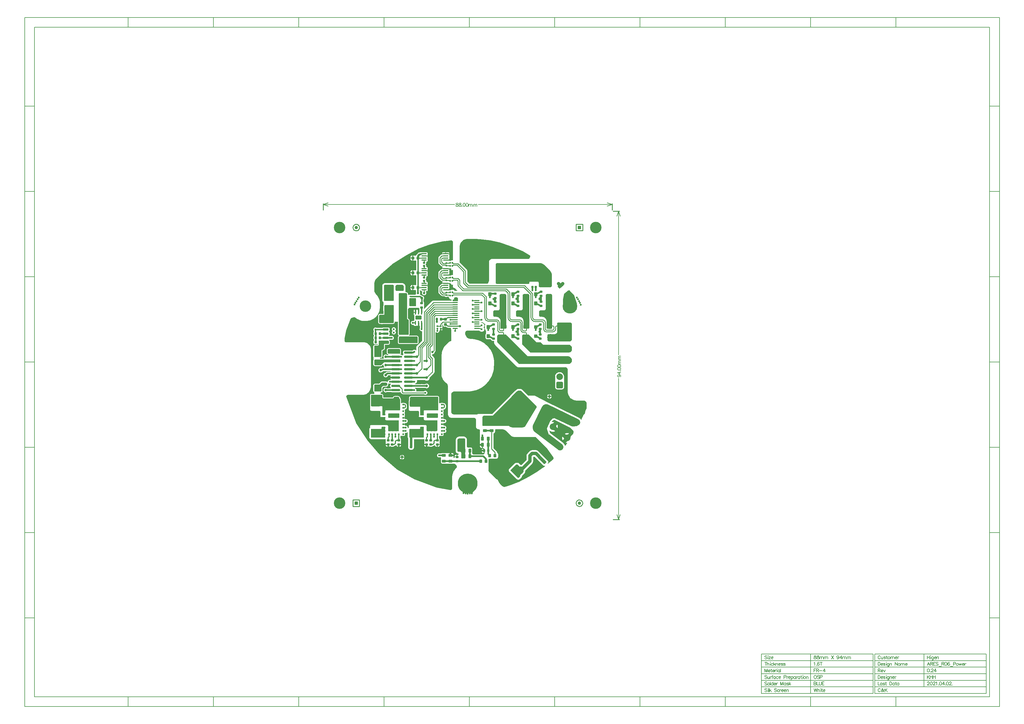
<source format=gtl>
G04 Layer_Physical_Order=1*
G04 Layer_Color=255*
%FSLAX44Y44*%
%MOMM*%
G71*
G01*
G75*
%ADD10C,0.2500*%
%ADD11C,0.3500*%
%ADD12C,0.5000*%
%ADD13C,1.0000*%
%ADD14C,0.4000*%
G04:AMPARAMS|DCode=15|XSize=0.35mm|YSize=1.6mm|CornerRadius=0.0875mm|HoleSize=0mm|Usage=FLASHONLY|Rotation=90.000|XOffset=0mm|YOffset=0mm|HoleType=Round|Shape=RoundedRectangle|*
%AMROUNDEDRECTD15*
21,1,0.3500,1.4250,0,0,90.0*
21,1,0.1750,1.6000,0,0,90.0*
1,1,0.1750,0.7125,0.0875*
1,1,0.1750,0.7125,-0.0875*
1,1,0.1750,-0.7125,-0.0875*
1,1,0.1750,-0.7125,0.0875*
%
%ADD15ROUNDEDRECTD15*%
G04:AMPARAMS|DCode=16|XSize=0.635mm|YSize=2.7mm|CornerRadius=0.1588mm|HoleSize=0mm|Usage=FLASHONLY|Rotation=270.000|XOffset=0mm|YOffset=0mm|HoleType=Round|Shape=RoundedRectangle|*
%AMROUNDEDRECTD16*
21,1,0.6350,2.3825,0,0,270.0*
21,1,0.3175,2.7000,0,0,270.0*
1,1,0.3175,-1.1912,-0.1588*
1,1,0.3175,-1.1912,0.1588*
1,1,0.3175,1.1912,0.1588*
1,1,0.3175,1.1912,-0.1588*
%
%ADD16ROUNDEDRECTD16*%
%ADD17C,0.8000*%
G04:AMPARAMS|DCode=18|XSize=0.8mm|YSize=0.7mm|CornerRadius=0.0875mm|HoleSize=0mm|Usage=FLASHONLY|Rotation=0.000|XOffset=0mm|YOffset=0mm|HoleType=Round|Shape=RoundedRectangle|*
%AMROUNDEDRECTD18*
21,1,0.8000,0.5250,0,0,0.0*
21,1,0.6250,0.7000,0,0,0.0*
1,1,0.1750,0.3125,-0.2625*
1,1,0.1750,-0.3125,-0.2625*
1,1,0.1750,-0.3125,0.2625*
1,1,0.1750,0.3125,0.2625*
%
%ADD18ROUNDEDRECTD18*%
G04:AMPARAMS|DCode=19|XSize=0.42mm|YSize=0.7mm|CornerRadius=0.042mm|HoleSize=0mm|Usage=FLASHONLY|Rotation=90.000|XOffset=0mm|YOffset=0mm|HoleType=Round|Shape=RoundedRectangle|*
%AMROUNDEDRECTD19*
21,1,0.4200,0.6160,0,0,90.0*
21,1,0.3360,0.7000,0,0,90.0*
1,1,0.0840,0.3080,0.1680*
1,1,0.0840,0.3080,-0.1680*
1,1,0.0840,-0.3080,-0.1680*
1,1,0.0840,-0.3080,0.1680*
%
%ADD19ROUNDEDRECTD19*%
G04:AMPARAMS|DCode=20|XSize=0.4mm|YSize=0.7mm|CornerRadius=0.04mm|HoleSize=0mm|Usage=FLASHONLY|Rotation=90.000|XOffset=0mm|YOffset=0mm|HoleType=Round|Shape=RoundedRectangle|*
%AMROUNDEDRECTD20*
21,1,0.4000,0.6200,0,0,90.0*
21,1,0.3200,0.7000,0,0,90.0*
1,1,0.0800,0.3100,0.1600*
1,1,0.0800,0.3100,-0.1600*
1,1,0.0800,-0.3100,-0.1600*
1,1,0.0800,-0.3100,0.1600*
%
%ADD20ROUNDEDRECTD20*%
G04:AMPARAMS|DCode=21|XSize=0.9mm|YSize=1mm|CornerRadius=0.1125mm|HoleSize=0mm|Usage=FLASHONLY|Rotation=180.000|XOffset=0mm|YOffset=0mm|HoleType=Round|Shape=RoundedRectangle|*
%AMROUNDEDRECTD21*
21,1,0.9000,0.7750,0,0,180.0*
21,1,0.6750,1.0000,0,0,180.0*
1,1,0.2250,-0.3375,0.3875*
1,1,0.2250,0.3375,0.3875*
1,1,0.2250,0.3375,-0.3875*
1,1,0.2250,-0.3375,-0.3875*
%
%ADD21ROUNDEDRECTD21*%
G04:AMPARAMS|DCode=22|XSize=1.9mm|YSize=1.2mm|CornerRadius=0.12mm|HoleSize=0mm|Usage=FLASHONLY|Rotation=0.000|XOffset=0mm|YOffset=0mm|HoleType=Round|Shape=RoundedRectangle|*
%AMROUNDEDRECTD22*
21,1,1.9000,0.9600,0,0,0.0*
21,1,1.6600,1.2000,0,0,0.0*
1,1,0.2400,0.8300,-0.4800*
1,1,0.2400,-0.8300,-0.4800*
1,1,0.2400,-0.8300,0.4800*
1,1,0.2400,0.8300,0.4800*
%
%ADD22ROUNDEDRECTD22*%
G04:AMPARAMS|DCode=23|XSize=0.4mm|YSize=1.2mm|CornerRadius=0.04mm|HoleSize=0mm|Usage=FLASHONLY|Rotation=0.000|XOffset=0mm|YOffset=0mm|HoleType=Round|Shape=RoundedRectangle|*
%AMROUNDEDRECTD23*
21,1,0.4000,1.1200,0,0,0.0*
21,1,0.3200,1.2000,0,0,0.0*
1,1,0.0800,0.1600,-0.5600*
1,1,0.0800,-0.1600,-0.5600*
1,1,0.0800,-0.1600,0.5600*
1,1,0.0800,0.1600,0.5600*
%
%ADD23ROUNDEDRECTD23*%
G04:AMPARAMS|DCode=24|XSize=1mm|YSize=1mm|CornerRadius=0.125mm|HoleSize=0mm|Usage=FLASHONLY|Rotation=90.000|XOffset=0mm|YOffset=0mm|HoleType=Round|Shape=RoundedRectangle|*
%AMROUNDEDRECTD24*
21,1,1.0000,0.7500,0,0,90.0*
21,1,0.7500,1.0000,0,0,90.0*
1,1,0.2500,0.3750,0.3750*
1,1,0.2500,0.3750,-0.3750*
1,1,0.2500,-0.3750,-0.3750*
1,1,0.2500,-0.3750,0.3750*
%
%ADD24ROUNDEDRECTD24*%
G04:AMPARAMS|DCode=25|XSize=0.6mm|YSize=0.65mm|CornerRadius=0.075mm|HoleSize=0mm|Usage=FLASHONLY|Rotation=0.000|XOffset=0mm|YOffset=0mm|HoleType=Round|Shape=RoundedRectangle|*
%AMROUNDEDRECTD25*
21,1,0.6000,0.5000,0,0,0.0*
21,1,0.4500,0.6500,0,0,0.0*
1,1,0.1500,0.2250,-0.2500*
1,1,0.1500,-0.2250,-0.2500*
1,1,0.1500,-0.2250,0.2500*
1,1,0.1500,0.2250,0.2500*
%
%ADD25ROUNDEDRECTD25*%
G04:AMPARAMS|DCode=26|XSize=1.8mm|YSize=1.15mm|CornerRadius=0.1437mm|HoleSize=0mm|Usage=FLASHONLY|Rotation=180.000|XOffset=0mm|YOffset=0mm|HoleType=Round|Shape=RoundedRectangle|*
%AMROUNDEDRECTD26*
21,1,1.8000,0.8625,0,0,180.0*
21,1,1.5125,1.1500,0,0,180.0*
1,1,0.2875,-0.7562,0.4313*
1,1,0.2875,0.7562,0.4313*
1,1,0.2875,0.7562,-0.4313*
1,1,0.2875,-0.7562,-0.4313*
%
%ADD26ROUNDEDRECTD26*%
G04:AMPARAMS|DCode=27|XSize=1.8mm|YSize=2.8mm|CornerRadius=0.225mm|HoleSize=0mm|Usage=FLASHONLY|Rotation=90.000|XOffset=0mm|YOffset=0mm|HoleType=Round|Shape=RoundedRectangle|*
%AMROUNDEDRECTD27*
21,1,1.8000,2.3500,0,0,90.0*
21,1,1.3500,2.8000,0,0,90.0*
1,1,0.4500,1.1750,0.6750*
1,1,0.4500,1.1750,-0.6750*
1,1,0.4500,-1.1750,-0.6750*
1,1,0.4500,-1.1750,0.6750*
%
%ADD27ROUNDEDRECTD27*%
G04:AMPARAMS|DCode=28|XSize=2.794mm|YSize=3.81mm|CornerRadius=0.3493mm|HoleSize=0mm|Usage=FLASHONLY|Rotation=45.000|XOffset=0mm|YOffset=0mm|HoleType=Round|Shape=RoundedRectangle|*
%AMROUNDEDRECTD28*
21,1,2.7940,3.1115,0,0,45.0*
21,1,2.0955,3.8100,0,0,45.0*
1,1,0.6985,1.8409,-0.3592*
1,1,0.6985,0.3592,-1.8409*
1,1,0.6985,-1.8409,0.3592*
1,1,0.6985,-0.3592,1.8409*
%
%ADD28ROUNDEDRECTD28*%
G04:AMPARAMS|DCode=29|XSize=2mm|YSize=3.15mm|CornerRadius=0.2mm|HoleSize=0mm|Usage=FLASHONLY|Rotation=150.000|XOffset=0mm|YOffset=0mm|HoleType=Round|Shape=RoundedRectangle|*
%AMROUNDEDRECTD29*
21,1,2.0000,2.7500,0,0,150.0*
21,1,1.6000,3.1500,0,0,150.0*
1,1,0.4000,-0.0053,1.5908*
1,1,0.4000,1.3803,0.7908*
1,1,0.4000,0.0053,-1.5908*
1,1,0.4000,-1.3803,-0.7908*
%
%ADD29ROUNDEDRECTD29*%
G04:AMPARAMS|DCode=30|XSize=1mm|YSize=1.3mm|CornerRadius=0.125mm|HoleSize=0mm|Usage=FLASHONLY|Rotation=90.000|XOffset=0mm|YOffset=0mm|HoleType=Round|Shape=RoundedRectangle|*
%AMROUNDEDRECTD30*
21,1,1.0000,1.0500,0,0,90.0*
21,1,0.7500,1.3000,0,0,90.0*
1,1,0.2500,0.5250,0.3750*
1,1,0.2500,0.5250,-0.3750*
1,1,0.2500,-0.5250,-0.3750*
1,1,0.2500,-0.5250,0.3750*
%
%ADD30ROUNDEDRECTD30*%
G04:AMPARAMS|DCode=31|XSize=1mm|YSize=2.9mm|CornerRadius=0.1mm|HoleSize=0mm|Usage=FLASHONLY|Rotation=225.000|XOffset=0mm|YOffset=0mm|HoleType=Round|Shape=RoundedRectangle|*
%AMROUNDEDRECTD31*
21,1,1.0000,2.7000,0,0,225.0*
21,1,0.8000,2.9000,0,0,225.0*
1,1,0.2000,-1.2374,0.6717*
1,1,0.2000,-0.6717,1.2374*
1,1,0.2000,1.2374,-0.6717*
1,1,0.2000,0.6717,-1.2374*
%
%ADD31ROUNDEDRECTD31*%
G04:AMPARAMS|DCode=32|XSize=2.2mm|YSize=3.6mm|CornerRadius=0.22mm|HoleSize=0mm|Usage=FLASHONLY|Rotation=225.000|XOffset=0mm|YOffset=0mm|HoleType=Round|Shape=RoundedRectangle|*
%AMROUNDEDRECTD32*
21,1,2.2000,3.1600,0,0,225.0*
21,1,1.7600,3.6000,0,0,225.0*
1,1,0.4400,-1.7395,0.4950*
1,1,0.4400,-0.4950,1.7395*
1,1,0.4400,1.7395,-0.4950*
1,1,0.4400,0.4950,-1.7395*
%
%ADD32ROUNDEDRECTD32*%
G04:AMPARAMS|DCode=33|XSize=0.45mm|YSize=0.5mm|CornerRadius=0.0563mm|HoleSize=0mm|Usage=FLASHONLY|Rotation=90.000|XOffset=0mm|YOffset=0mm|HoleType=Round|Shape=RoundedRectangle|*
%AMROUNDEDRECTD33*
21,1,0.4500,0.3875,0,0,90.0*
21,1,0.3375,0.5000,0,0,90.0*
1,1,0.1125,0.1938,0.1688*
1,1,0.1125,0.1938,-0.1688*
1,1,0.1125,-0.1938,-0.1688*
1,1,0.1125,-0.1938,0.1688*
%
%ADD33ROUNDEDRECTD33*%
G04:AMPARAMS|DCode=34|XSize=0.45mm|YSize=0.5mm|CornerRadius=0.0563mm|HoleSize=0mm|Usage=FLASHONLY|Rotation=0.000|XOffset=0mm|YOffset=0mm|HoleType=Round|Shape=RoundedRectangle|*
%AMROUNDEDRECTD34*
21,1,0.4500,0.3875,0,0,0.0*
21,1,0.3375,0.5000,0,0,0.0*
1,1,0.1125,0.1688,-0.1938*
1,1,0.1125,-0.1688,-0.1938*
1,1,0.1125,-0.1688,0.1938*
1,1,0.1125,0.1688,0.1938*
%
%ADD34ROUNDEDRECTD34*%
%ADD35C,1.0000*%
G04:AMPARAMS|DCode=36|XSize=1mm|YSize=1mm|CornerRadius=0.05mm|HoleSize=0mm|Usage=FLASHONLY|Rotation=180.000|XOffset=0mm|YOffset=0mm|HoleType=Round|Shape=RoundedRectangle|*
%AMROUNDEDRECTD36*
21,1,1.0000,0.9000,0,0,180.0*
21,1,0.9000,1.0000,0,0,180.0*
1,1,0.1000,-0.4500,0.4500*
1,1,0.1000,0.4500,0.4500*
1,1,0.1000,0.4500,-0.4500*
1,1,0.1000,-0.4500,-0.4500*
%
%ADD36ROUNDEDRECTD36*%
G04:AMPARAMS|DCode=37|XSize=1.6mm|YSize=1mm|CornerRadius=0.125mm|HoleSize=0mm|Usage=FLASHONLY|Rotation=220.000|XOffset=0mm|YOffset=0mm|HoleType=Round|Shape=RoundedRectangle|*
%AMROUNDEDRECTD37*
21,1,1.6000,0.7500,0,0,220.0*
21,1,1.3500,1.0000,0,0,220.0*
1,1,0.2500,-0.7581,-0.1466*
1,1,0.2500,0.2760,0.7211*
1,1,0.2500,0.7581,0.1466*
1,1,0.2500,-0.2760,-0.7211*
%
%ADD37ROUNDEDRECTD37*%
G04:AMPARAMS|DCode=38|XSize=1.2mm|YSize=1mm|CornerRadius=0.125mm|HoleSize=0mm|Usage=FLASHONLY|Rotation=90.000|XOffset=0mm|YOffset=0mm|HoleType=Round|Shape=RoundedRectangle|*
%AMROUNDEDRECTD38*
21,1,1.2000,0.7500,0,0,90.0*
21,1,0.9500,1.0000,0,0,90.0*
1,1,0.2500,0.3750,0.4750*
1,1,0.2500,0.3750,-0.4750*
1,1,0.2500,-0.3750,-0.4750*
1,1,0.2500,-0.3750,0.4750*
%
%ADD38ROUNDEDRECTD38*%
G04:AMPARAMS|DCode=39|XSize=1.8mm|YSize=1.15mm|CornerRadius=0.1437mm|HoleSize=0mm|Usage=FLASHONLY|Rotation=270.000|XOffset=0mm|YOffset=0mm|HoleType=Round|Shape=RoundedRectangle|*
%AMROUNDEDRECTD39*
21,1,1.8000,0.8625,0,0,270.0*
21,1,1.5125,1.1500,0,0,270.0*
1,1,0.2875,-0.4313,-0.7562*
1,1,0.2875,-0.4313,0.7562*
1,1,0.2875,0.4313,0.7562*
1,1,0.2875,0.4313,-0.7562*
%
%ADD39ROUNDEDRECTD39*%
G04:AMPARAMS|DCode=40|XSize=0.8mm|YSize=0.7mm|CornerRadius=0.0875mm|HoleSize=0mm|Usage=FLASHONLY|Rotation=270.000|XOffset=0mm|YOffset=0mm|HoleType=Round|Shape=RoundedRectangle|*
%AMROUNDEDRECTD40*
21,1,0.8000,0.5250,0,0,270.0*
21,1,0.6250,0.7000,0,0,270.0*
1,1,0.1750,-0.2625,-0.3125*
1,1,0.1750,-0.2625,0.3125*
1,1,0.1750,0.2625,0.3125*
1,1,0.1750,0.2625,-0.3125*
%
%ADD40ROUNDEDRECTD40*%
G04:AMPARAMS|DCode=41|XSize=2.2mm|YSize=3mm|CornerRadius=0.22mm|HoleSize=0mm|Usage=FLASHONLY|Rotation=225.000|XOffset=0mm|YOffset=0mm|HoleType=Round|Shape=RoundedRectangle|*
%AMROUNDEDRECTD41*
21,1,2.2000,2.5600,0,0,225.0*
21,1,1.7600,3.0000,0,0,225.0*
1,1,0.4400,-1.5273,0.2828*
1,1,0.4400,-0.2828,1.5273*
1,1,0.4400,1.5273,-0.2828*
1,1,0.4400,0.2828,-1.5273*
%
%ADD41ROUNDEDRECTD41*%
G04:AMPARAMS|DCode=42|XSize=0.8mm|YSize=0.9mm|CornerRadius=0.1mm|HoleSize=0mm|Usage=FLASHONLY|Rotation=180.000|XOffset=0mm|YOffset=0mm|HoleType=Round|Shape=RoundedRectangle|*
%AMROUNDEDRECTD42*
21,1,0.8000,0.7000,0,0,180.0*
21,1,0.6000,0.9000,0,0,180.0*
1,1,0.2000,-0.3000,0.3500*
1,1,0.2000,0.3000,0.3500*
1,1,0.2000,0.3000,-0.3500*
1,1,0.2000,-0.3000,-0.3500*
%
%ADD42ROUNDEDRECTD42*%
G04:AMPARAMS|DCode=43|XSize=0.45mm|YSize=0.45mm|CornerRadius=0.045mm|HoleSize=0mm|Usage=FLASHONLY|Rotation=90.000|XOffset=0mm|YOffset=0mm|HoleType=Round|Shape=RoundedRectangle|*
%AMROUNDEDRECTD43*
21,1,0.4500,0.3600,0,0,90.0*
21,1,0.3600,0.4500,0,0,90.0*
1,1,0.0900,0.1800,0.1800*
1,1,0.0900,0.1800,-0.1800*
1,1,0.0900,-0.1800,-0.1800*
1,1,0.0900,-0.1800,0.1800*
%
%ADD43ROUNDEDRECTD43*%
G04:AMPARAMS|DCode=44|XSize=2.95mm|YSize=1.75mm|CornerRadius=0.175mm|HoleSize=0mm|Usage=FLASHONLY|Rotation=0.000|XOffset=0mm|YOffset=0mm|HoleType=Round|Shape=RoundedRectangle|*
%AMROUNDEDRECTD44*
21,1,2.9500,1.4000,0,0,0.0*
21,1,2.6000,1.7500,0,0,0.0*
1,1,0.3500,1.3000,-0.7000*
1,1,0.3500,-1.3000,-0.7000*
1,1,0.3500,-1.3000,0.7000*
1,1,0.3500,1.3000,0.7000*
%
%ADD44ROUNDEDRECTD44*%
G04:AMPARAMS|DCode=45|XSize=3.45mm|YSize=1.3mm|CornerRadius=0.13mm|HoleSize=0mm|Usage=FLASHONLY|Rotation=0.000|XOffset=0mm|YOffset=0mm|HoleType=Round|Shape=RoundedRectangle|*
%AMROUNDEDRECTD45*
21,1,3.4500,1.0400,0,0,0.0*
21,1,3.1900,1.3000,0,0,0.0*
1,1,0.2600,1.5950,-0.5200*
1,1,0.2600,-1.5950,-0.5200*
1,1,0.2600,-1.5950,0.5200*
1,1,0.2600,1.5950,0.5200*
%
%ADD45ROUNDEDRECTD45*%
G04:AMPARAMS|DCode=46|XSize=0.8mm|YSize=1.2mm|CornerRadius=0.1mm|HoleSize=0mm|Usage=FLASHONLY|Rotation=180.000|XOffset=0mm|YOffset=0mm|HoleType=Round|Shape=RoundedRectangle|*
%AMROUNDEDRECTD46*
21,1,0.8000,1.0000,0,0,180.0*
21,1,0.6000,1.2000,0,0,180.0*
1,1,0.2000,-0.3000,0.5000*
1,1,0.2000,0.3000,0.5000*
1,1,0.2000,0.3000,-0.5000*
1,1,0.2000,-0.3000,-0.5000*
%
%ADD46ROUNDEDRECTD46*%
G04:AMPARAMS|DCode=47|XSize=0.8mm|YSize=1.2mm|CornerRadius=0.1mm|HoleSize=0mm|Usage=FLASHONLY|Rotation=90.000|XOffset=0mm|YOffset=0mm|HoleType=Round|Shape=RoundedRectangle|*
%AMROUNDEDRECTD47*
21,1,0.8000,1.0000,0,0,90.0*
21,1,0.6000,1.2000,0,0,90.0*
1,1,0.2000,0.5000,0.3000*
1,1,0.2000,0.5000,-0.3000*
1,1,0.2000,-0.5000,-0.3000*
1,1,0.2000,-0.5000,0.3000*
%
%ADD47ROUNDEDRECTD47*%
G04:AMPARAMS|DCode=48|XSize=1.8mm|YSize=1.8mm|CornerRadius=0.225mm|HoleSize=0mm|Usage=FLASHONLY|Rotation=180.000|XOffset=0mm|YOffset=0mm|HoleType=Round|Shape=RoundedRectangle|*
%AMROUNDEDRECTD48*
21,1,1.8000,1.3500,0,0,180.0*
21,1,1.3500,1.8000,0,0,180.0*
1,1,0.4500,-0.6750,0.6750*
1,1,0.4500,0.6750,0.6750*
1,1,0.4500,0.6750,-0.6750*
1,1,0.4500,-0.6750,-0.6750*
%
%ADD48ROUNDEDRECTD48*%
G04:AMPARAMS|DCode=49|XSize=0.635mm|YSize=1.778mm|CornerRadius=0.1588mm|HoleSize=0mm|Usage=FLASHONLY|Rotation=90.000|XOffset=0mm|YOffset=0mm|HoleType=Round|Shape=RoundedRectangle|*
%AMROUNDEDRECTD49*
21,1,0.6350,1.4605,0,0,90.0*
21,1,0.3175,1.7780,0,0,90.0*
1,1,0.3175,0.7302,0.1588*
1,1,0.3175,0.7302,-0.1588*
1,1,0.3175,-0.7302,-0.1588*
1,1,0.3175,-0.7302,0.1588*
%
%ADD49ROUNDEDRECTD49*%
G04:AMPARAMS|DCode=50|XSize=0.8mm|YSize=0.9mm|CornerRadius=0.1mm|HoleSize=0mm|Usage=FLASHONLY|Rotation=90.000|XOffset=0mm|YOffset=0mm|HoleType=Round|Shape=RoundedRectangle|*
%AMROUNDEDRECTD50*
21,1,0.8000,0.7000,0,0,90.0*
21,1,0.6000,0.9000,0,0,90.0*
1,1,0.2000,0.3500,0.3000*
1,1,0.2000,0.3500,-0.3000*
1,1,0.2000,-0.3500,-0.3000*
1,1,0.2000,-0.3500,0.3000*
%
%ADD50ROUNDEDRECTD50*%
%ADD51C,0.6000*%
%ADD52C,0.8000*%
%ADD53C,0.2540*%
%ADD54C,0.1270*%
%ADD55C,0.1500*%
%ADD56C,6.0000*%
G04:AMPARAMS|DCode=57|XSize=2mm|YSize=2mm|CornerRadius=0.3mm|HoleSize=0mm|Usage=FLASHONLY|Rotation=90.000|XOffset=0mm|YOffset=0mm|HoleType=Round|Shape=RoundedRectangle|*
%AMROUNDEDRECTD57*
21,1,2.0000,1.4000,0,0,90.0*
21,1,1.4000,2.0000,0,0,90.0*
1,1,0.6000,0.7000,0.7000*
1,1,0.6000,0.7000,-0.7000*
1,1,0.6000,-0.7000,-0.7000*
1,1,0.6000,-0.7000,0.7000*
%
%ADD57ROUNDEDRECTD57*%
%ADD58C,2.0000*%
%ADD59C,3.5000*%
%ADD60C,4.5000*%
%ADD61C,0.7000*%
%ADD62C,0.6000*%
G36*
X-49514Y380483D02*
X-48378Y380140D01*
X-47341Y379566D01*
X-46448Y378785D01*
X-45741Y377832D01*
X-45251Y376752D01*
X-45125Y376167D01*
X-45001Y375006D01*
Y375000D01*
X-45001Y375000D01*
X-45000Y374999D01*
X-45000Y340000D01*
X-45000Y320109D01*
X-47938D01*
X-50109Y319677D01*
X-51949Y318448D01*
X-52201Y318070D01*
X-54889D01*
X-55854Y319000D01*
X-67000D01*
Y321500D01*
X-55999D01*
X-56225Y322637D01*
X-56802Y323500D01*
X-56225Y324363D01*
X-55924Y325875D01*
Y327625D01*
X-56225Y329137D01*
X-56802Y330000D01*
X-56225Y330863D01*
X-55924Y332375D01*
Y334125D01*
X-56225Y335637D01*
X-56802Y336500D01*
X-56225Y337363D01*
X-55999Y338500D01*
X-67000D01*
X-78068D01*
X-78820Y337583D01*
X-79250D01*
X-80908Y337253D01*
X-82314Y336314D01*
X-88064Y330564D01*
X-89003Y329158D01*
X-89333Y327500D01*
Y312500D01*
X-89003Y310842D01*
X-88064Y309436D01*
X-80564Y301936D01*
X-79158Y300997D01*
X-77500Y300667D01*
X-75151D01*
X-75026Y299397D01*
X-75637Y299275D01*
X-76919Y298419D01*
X-77775Y297137D01*
X-78001Y296000D01*
X-67000D01*
Y293500D01*
X-78068D01*
X-78820Y292583D01*
X-79250D01*
X-80908Y292253D01*
X-82314Y291314D01*
X-88064Y285564D01*
X-89003Y284158D01*
X-89333Y282500D01*
Y267500D01*
X-89003Y265842D01*
X-88064Y264436D01*
X-80564Y256936D01*
X-79158Y255997D01*
X-77500Y255667D01*
X-75151D01*
X-75026Y254397D01*
X-75637Y254275D01*
X-76919Y253419D01*
X-77775Y252137D01*
X-78001Y251000D01*
X-67000D01*
Y248500D01*
X-78067D01*
X-78820Y247583D01*
X-79250D01*
X-80908Y247253D01*
X-82314Y246314D01*
X-88064Y240564D01*
X-89003Y239158D01*
X-89333Y237500D01*
Y222500D01*
X-89003Y220842D01*
X-88064Y219436D01*
X-80564Y211936D01*
X-79158Y210997D01*
X-77500Y210667D01*
X-70289D01*
X-69506Y209495D01*
X-68327Y208708D01*
X-66937Y208431D01*
X-63063D01*
X-61673Y208708D01*
X-60610Y209418D01*
X-58841D01*
X-58792Y209172D01*
X-58315Y208458D01*
X-58229Y207805D01*
X-57165Y205236D01*
X-55472Y203029D01*
X-53265Y201336D01*
X-50696Y200272D01*
X-49837Y200159D01*
X-48949Y198761D01*
X-49076Y198125D01*
Y197122D01*
X-104250D01*
X-106689Y196637D01*
X-108756Y195256D01*
X-132623Y171389D01*
X-132747Y171443D01*
X-133670Y172138D01*
X-133424Y173375D01*
Y176500D01*
X-133000D01*
Y188500D01*
X-133424D01*
Y191625D01*
X-133725Y193137D01*
X-134581Y194419D01*
X-134902Y194633D01*
Y198903D01*
X-134902Y200042D01*
X-134902Y200043D01*
X-134848Y200172D01*
X-134229Y201017D01*
X-134112Y201174D01*
X-133885Y201470D01*
X-133180Y203173D01*
X-132940Y205000D01*
X-133180Y206827D01*
X-133885Y208530D01*
X-135008Y209992D01*
X-136470Y211115D01*
X-138173Y211820D01*
X-138578Y211873D01*
X-139771Y212057D01*
X-139771Y212057D01*
X-139901Y212111D01*
X-141145Y213355D01*
X-142799Y214460D01*
X-144750Y214848D01*
X-145410D01*
X-146037Y216118D01*
X-145573Y216722D01*
X-144918Y218303D01*
X-144695Y220000D01*
X-144918Y221697D01*
X-145573Y223278D01*
X-145643Y223369D01*
Y229161D01*
X-145346Y229381D01*
X-145120Y229380D01*
X-143966Y228824D01*
X-143775Y227863D01*
X-142919Y226581D01*
X-141637Y225725D01*
X-140125Y225424D01*
X-138668D01*
X-138568Y225351D01*
X-138131Y224688D01*
X-138006Y224154D01*
X-138678Y223278D01*
X-139333Y221697D01*
X-139556Y220000D01*
X-139333Y218303D01*
X-138678Y216722D01*
X-137636Y215364D01*
X-136278Y214322D01*
X-134697Y213667D01*
X-133000Y213444D01*
X-131303Y213667D01*
X-129722Y214322D01*
X-128364Y215364D01*
X-127322Y216722D01*
X-126667Y218303D01*
X-126444Y220000D01*
X-126667Y221697D01*
X-127322Y223278D01*
X-127994Y224154D01*
X-127869Y224688D01*
X-127432Y225351D01*
X-127332Y225424D01*
X-125875D01*
X-124363Y225725D01*
X-123081Y226581D01*
X-122225Y227863D01*
X-121924Y229375D01*
Y231125D01*
X-122225Y232637D01*
X-122802Y233500D01*
X-122225Y234363D01*
X-121924Y235875D01*
Y237625D01*
X-122225Y239137D01*
X-122802Y240000D01*
X-122225Y240863D01*
X-121999Y242000D01*
X-133000D01*
Y244500D01*
X-121999D01*
X-122225Y245637D01*
X-122802Y246500D01*
X-122225Y247363D01*
X-121924Y248875D01*
Y250625D01*
X-122225Y252137D01*
X-123081Y253419D01*
X-124363Y254275D01*
X-125807Y254562D01*
X-126097Y254672D01*
X-126674Y255536D01*
X-126662Y255846D01*
X-126444Y257500D01*
X-126667Y259197D01*
X-127322Y260778D01*
X-127943Y261587D01*
X-128244Y262500D01*
X-127943Y263413D01*
X-127322Y264222D01*
X-126667Y265803D01*
X-126444Y267500D01*
X-126662Y269154D01*
X-126674Y269464D01*
X-126097Y270328D01*
X-125807Y270438D01*
X-124363Y270725D01*
X-123081Y271581D01*
X-122225Y272863D01*
X-121924Y274375D01*
Y276125D01*
X-122225Y277637D01*
X-122802Y278500D01*
X-122225Y279363D01*
X-121924Y280875D01*
Y282625D01*
X-122225Y284137D01*
X-122802Y285000D01*
X-122225Y285863D01*
X-121999Y287000D01*
X-133000D01*
Y289500D01*
X-121999D01*
X-122225Y290637D01*
X-122802Y291500D01*
X-122225Y292363D01*
X-121924Y293875D01*
Y295625D01*
X-122225Y297137D01*
X-123081Y298419D01*
X-124363Y299275D01*
X-125807Y299562D01*
X-126097Y299672D01*
X-126674Y300536D01*
X-126662Y300846D01*
X-126444Y302500D01*
X-126667Y304197D01*
X-127322Y305778D01*
X-127943Y306587D01*
X-128244Y307500D01*
X-127943Y308413D01*
X-127322Y309222D01*
X-126667Y310803D01*
X-126444Y312500D01*
X-126662Y314154D01*
X-126674Y314464D01*
X-126097Y315328D01*
X-125807Y315438D01*
X-124363Y315725D01*
X-123081Y316581D01*
X-122225Y317863D01*
X-121924Y319375D01*
Y321125D01*
X-122225Y322637D01*
X-122802Y323500D01*
X-122225Y324363D01*
X-121924Y325875D01*
Y327625D01*
X-122225Y329137D01*
X-122802Y330000D01*
X-122225Y330863D01*
X-121999Y332000D01*
X-133000D01*
Y334500D01*
X-121999D01*
X-122225Y335637D01*
X-122802Y336500D01*
X-122225Y337363D01*
X-121924Y338875D01*
Y340625D01*
X-122225Y342137D01*
X-123081Y343419D01*
X-124363Y344275D01*
X-125875Y344576D01*
X-140125D01*
X-141637Y344275D01*
X-141924Y344083D01*
X-143794D01*
Y344088D01*
X-143833Y344083D01*
X-145215D01*
X-146873Y343753D01*
X-147214Y343526D01*
X-147500Y343582D01*
X-149841Y343117D01*
X-151826Y341791D01*
X-152793Y340344D01*
X-153758Y339603D01*
X-155431Y337423D01*
X-155502Y337252D01*
X-156432Y335860D01*
X-156752Y334250D01*
X-163857D01*
X-164251Y334328D01*
X-166001D01*
Y326750D01*
Y319172D01*
X-164251D01*
X-163857Y319250D01*
X-156349D01*
Y289250D01*
X-163857D01*
X-164251Y289328D01*
X-166001D01*
Y281750D01*
Y274172D01*
X-164251D01*
X-163857Y274250D01*
X-156349D01*
Y244250D01*
X-163857D01*
X-164251Y244328D01*
X-166001D01*
Y236750D01*
Y229172D01*
X-164251D01*
X-163857Y229250D01*
X-159251D01*
X-158901Y229216D01*
X-158254Y228948D01*
X-157759Y228453D01*
X-157491Y227806D01*
X-157457Y227456D01*
Y222003D01*
X-157584Y221697D01*
X-157807Y220000D01*
X-157584Y218303D01*
X-157457Y217997D01*
X-157518Y217377D01*
X-157993Y216230D01*
X-158870Y215353D01*
X-160017Y214878D01*
X-160319Y214848D01*
X-174000D01*
X-174158Y214817D01*
X-180546D01*
X-180917Y214853D01*
X-181604Y215138D01*
X-182130Y215663D01*
X-182414Y216350D01*
X-182451Y216722D01*
Y218903D01*
X-183144Y220576D01*
X-184424Y221856D01*
X-186097Y222549D01*
X-187003D01*
X-187568Y222605D01*
X-188613Y223038D01*
X-189413Y223838D01*
X-189846Y224883D01*
X-189902Y225448D01*
Y233250D01*
Y240994D01*
X-190000Y241487D01*
Y241980D01*
X-190346Y243719D01*
X-191025Y245358D01*
X-192010Y246833D01*
X-193265Y248088D01*
X-194740Y249073D01*
X-196379Y249752D01*
X-198118Y250098D01*
X-215995D01*
X-216487Y250000D01*
X-226510D01*
X-227003Y250098D01*
X-252997D01*
X-254948Y249710D01*
X-255867Y249329D01*
X-255867Y249329D01*
X-257521Y248224D01*
X-258224Y247521D01*
X-259329Y245867D01*
X-259710Y244948D01*
X-260098Y242997D01*
Y198253D01*
X-259710Y196302D01*
X-259329Y195383D01*
X-258224Y193729D01*
X-257521Y193026D01*
X-257000Y192678D01*
Y181267D01*
X-257103Y180750D01*
Y167250D01*
X-256695Y165202D01*
X-256299Y164608D01*
Y156385D01*
X-256324Y156324D01*
X-256385Y156299D01*
X-267997D01*
X-268973Y156105D01*
X-269892Y155724D01*
X-270719Y155172D01*
X-271422Y154469D01*
X-271422Y154468D01*
X-271974Y153642D01*
X-272355Y152723D01*
X-272549Y151747D01*
Y130753D01*
X-272355Y129777D01*
X-271974Y128858D01*
X-271422Y128031D01*
X-270719Y127328D01*
X-270718Y127328D01*
X-269892Y126776D01*
X-268973Y126395D01*
X-267997Y126201D01*
X-264335D01*
X-263077Y125680D01*
X-261250Y125440D01*
X-259423Y125680D01*
X-258165Y126201D01*
X-227003D01*
X-226027Y126395D01*
X-225109Y126776D01*
X-224282Y127328D01*
X-223578Y128031D01*
X-223578Y128031D01*
X-223026Y128858D01*
X-222645Y129777D01*
X-222451Y130753D01*
Y133000D01*
X-212549D01*
Y94503D01*
X-212355Y93527D01*
X-211974Y92608D01*
X-211422Y91781D01*
X-210719Y91078D01*
X-210718Y91078D01*
X-210190Y90725D01*
X-210058Y90173D01*
X-210059Y89826D01*
X-210190Y89275D01*
X-210718Y88922D01*
X-211422Y88218D01*
X-211974Y87392D01*
X-212355Y86473D01*
X-212549Y85497D01*
Y69503D01*
X-212355Y68527D01*
X-211974Y67608D01*
X-211422Y66782D01*
X-211422Y66781D01*
X-210718Y66078D01*
X-209892Y65526D01*
X-208973Y65145D01*
X-207997Y64951D01*
X-198794D01*
X-197458Y64685D01*
X-182852D01*
X-181516Y64951D01*
X-154503D01*
X-153527Y65145D01*
X-152608Y65526D01*
X-151782Y66078D01*
X-151078Y66781D01*
X-151078Y66781D01*
X-150526Y67608D01*
X-150145Y68527D01*
X-149951Y69503D01*
Y85497D01*
X-150145Y86473D01*
X-150526Y87392D01*
X-151078Y88218D01*
X-151781Y88922D01*
X-151782Y88922D01*
X-152608Y89474D01*
X-153527Y89855D01*
X-154503Y90049D01*
X-178558D01*
X-178788Y90376D01*
X-179041Y91319D01*
X-178578Y91781D01*
X-178578Y91781D01*
X-178026Y92608D01*
X-177645Y93527D01*
X-177451Y94503D01*
Y137997D01*
X-177645Y138973D01*
X-178026Y139892D01*
X-178578Y140718D01*
X-179281Y141422D01*
X-179282Y141422D01*
X-180108Y141974D01*
X-181027Y142355D01*
X-182003Y142549D01*
X-182451Y143661D01*
Y169051D01*
X-182337Y170212D01*
X-181448Y172356D01*
X-179807Y173997D01*
X-177663Y174886D01*
X-176502Y175000D01*
X-175990D01*
X-175497Y174902D01*
X-159503D01*
X-159010Y175000D01*
X-150412D01*
X-149800Y174940D01*
X-148669Y174471D01*
X-147804Y173606D01*
X-147454Y172761D01*
X-147275Y171863D01*
Y171741D01*
X-147182Y171516D01*
X-147009Y171343D01*
X-147291Y170123D01*
X-147480Y169883D01*
X-148400Y170067D01*
X-148750D01*
Y161000D01*
X-151250D01*
Y170067D01*
X-151600D01*
X-152927Y169803D01*
X-153961Y169111D01*
X-154343Y168956D01*
X-155157D01*
X-155539Y169111D01*
X-156573Y169803D01*
X-157900Y170067D01*
X-158250D01*
Y161000D01*
X-159500D01*
Y159750D01*
X-164567D01*
Y155400D01*
X-164303Y154073D01*
X-163551Y152949D01*
X-163014Y152590D01*
X-162256Y151439D01*
X-162582Y149800D01*
Y140200D01*
X-162256Y138561D01*
X-163014Y137410D01*
X-163551Y137051D01*
X-164303Y135927D01*
X-164359Y135645D01*
X-165135Y134682D01*
X-165765Y134773D01*
X-167500Y135118D01*
X-169841Y134652D01*
X-171826Y133326D01*
X-173152Y131341D01*
X-173617Y129000D01*
X-173152Y126659D01*
X-171826Y124674D01*
X-169841Y123348D01*
X-167500Y122882D01*
X-165765Y123228D01*
X-165135Y123318D01*
X-164359Y122355D01*
X-164303Y122073D01*
X-163551Y120949D01*
X-162427Y120197D01*
X-161100Y119933D01*
X-157900D01*
X-156573Y120197D01*
X-155539Y120889D01*
X-155157Y121044D01*
X-154343D01*
X-153961Y120889D01*
X-152927Y120197D01*
X-151600Y119933D01*
X-151250D01*
Y129000D01*
X-148750D01*
Y119933D01*
X-148400D01*
X-147073Y120197D01*
X-146868Y120335D01*
X-145598Y119656D01*
Y113170D01*
X-146152Y112341D01*
X-146617Y110000D01*
X-146152Y107659D01*
X-144826Y105674D01*
X-142841Y104348D01*
X-140500Y103883D01*
X-139854Y104011D01*
X-138872Y103205D01*
Y75139D01*
X-154506Y59506D01*
X-155887Y57439D01*
X-156372Y55000D01*
Y45956D01*
X-157642Y45507D01*
X-158678Y46199D01*
X-160146Y46807D01*
X-161705Y47118D01*
X-163295D01*
X-164854Y46807D01*
X-166322Y46199D01*
X-167644Y45316D01*
X-168260Y44700D01*
X-168587Y44765D01*
X-192412D01*
X-194202Y44409D01*
X-195720Y43395D01*
X-196734Y41877D01*
X-197090Y40088D01*
Y36913D01*
X-196734Y35123D01*
X-196200Y34324D01*
X-195848Y33428D01*
X-196453Y32590D01*
X-197111Y32086D01*
X-198167Y30710D01*
X-198773Y30526D01*
X-200159Y31452D01*
X-202500Y31918D01*
X-204165Y31586D01*
X-204583Y31876D01*
X-204570Y33412D01*
X-204280Y33605D01*
X-203266Y35123D01*
X-202910Y36913D01*
Y40088D01*
X-203266Y41877D01*
X-203701Y42529D01*
X-203701Y47997D01*
X-203701Y47997D01*
X-203701Y47997D01*
X-203802Y48506D01*
X-203895Y48973D01*
X-203895Y48973D01*
X-203895Y48973D01*
X-204276Y49892D01*
X-204276Y49892D01*
X-204276Y49892D01*
X-204491Y50213D01*
X-204828Y50718D01*
X-204829Y50719D01*
X-204829Y50719D01*
X-205532Y51422D01*
X-205532Y51422D01*
X-205532Y51422D01*
X-205840Y51627D01*
X-206359Y51974D01*
X-206359Y51974D01*
X-206359Y51974D01*
X-207278Y52355D01*
X-207278Y52355D01*
X-207278Y52355D01*
X-207769Y52452D01*
X-208254Y52549D01*
X-208254Y52549D01*
X-208254Y52549D01*
X-208748Y52548D01*
X-208750Y52549D01*
X-240000Y52549D01*
X-240746Y52549D01*
X-241721Y52355D01*
X-243100Y51784D01*
X-243927Y51231D01*
X-243927Y51231D01*
X-244981Y50177D01*
X-245534Y49349D01*
X-246105Y47971D01*
X-246105Y47971D01*
X-246105Y47971D01*
X-246194Y47525D01*
X-246299Y46996D01*
X-246299Y46996D01*
X-246299Y46996D01*
X-246299Y46250D01*
X-246299Y38750D01*
X-246299Y38004D01*
X-246105Y37029D01*
X-245534Y35651D01*
X-244981Y34824D01*
X-243927Y33769D01*
X-243100Y33216D01*
X-241721Y32645D01*
X-241982Y31408D01*
X-245809D01*
X-246470Y31915D01*
X-248173Y32620D01*
X-250000Y32860D01*
X-251827Y32620D01*
X-253530Y31915D01*
X-254993Y30793D01*
X-256115Y29330D01*
X-256820Y27627D01*
X-257060Y25800D01*
X-256820Y23973D01*
X-256115Y22270D01*
X-255385Y21319D01*
X-256011Y20049D01*
X-268000D01*
Y22451D01*
X-264503D01*
X-263527Y22645D01*
X-262609Y23026D01*
X-261782Y23578D01*
X-261078Y24281D01*
X-261078Y24281D01*
X-260526Y25108D01*
X-260145Y26027D01*
X-259951Y27003D01*
Y28222D01*
X-259917Y28303D01*
X-259694Y30000D01*
X-259917Y31697D01*
X-259951Y31778D01*
Y35722D01*
X-259917Y35803D01*
X-259694Y37500D01*
X-259917Y39197D01*
X-259951Y39278D01*
Y43222D01*
X-259917Y43303D01*
X-259700Y44951D01*
X-259006D01*
X-258030Y45145D01*
X-256192Y45906D01*
X-255365Y46459D01*
X-253959Y47865D01*
X-253406Y48692D01*
X-252645Y50530D01*
X-252451Y51505D01*
Y62365D01*
X-252426Y62426D01*
X-252365Y62451D01*
X-242003D01*
X-241027Y62645D01*
X-240109Y63026D01*
X-239282Y63578D01*
X-238578Y64281D01*
X-238578Y64281D01*
X-238026Y65108D01*
X-237645Y66027D01*
X-237451Y67003D01*
Y72997D01*
X-237645Y73973D01*
X-238026Y74892D01*
X-238578Y75718D01*
X-239281Y76422D01*
X-239282Y76422D01*
X-239806Y76772D01*
X-239463Y78042D01*
X-233657D01*
X-233591Y77998D01*
X-231250Y77533D01*
X-228909Y77998D01*
X-226924Y79324D01*
X-225598Y81309D01*
X-225133Y83650D01*
X-225598Y85991D01*
X-226924Y87976D01*
X-228909Y89302D01*
X-231250Y89768D01*
X-233591Y89302D01*
X-233657Y89258D01*
X-240302D01*
X-240357Y89294D01*
X-240390Y89392D01*
Y90608D01*
X-240357Y90706D01*
X-239235Y91455D01*
X-238221Y92973D01*
X-237865Y94762D01*
Y97937D01*
X-238221Y99727D01*
X-239235Y101245D01*
X-240357Y101994D01*
X-240390Y102092D01*
Y103308D01*
X-240357Y103406D01*
X-239235Y104155D01*
X-238221Y105673D01*
X-237865Y107463D01*
Y110638D01*
X-238221Y112427D01*
X-239235Y113945D01*
X-240753Y114959D01*
X-242542Y115315D01*
X-257148D01*
X-258937Y114959D01*
X-260151Y114148D01*
X-278080D01*
X-278909Y114702D01*
X-281250Y115168D01*
X-283591Y114702D01*
X-285576Y113376D01*
X-286902Y111391D01*
X-287368Y109050D01*
X-286902Y106709D01*
X-286348Y105880D01*
Y101252D01*
X-286525Y100987D01*
X-286826Y99475D01*
Y93225D01*
X-286525Y91713D01*
X-285669Y90431D01*
Y89569D01*
X-286525Y88287D01*
X-286826Y86775D01*
Y80525D01*
X-286525Y79013D01*
X-285669Y77731D01*
Y76869D01*
X-286525Y75587D01*
X-286826Y74075D01*
Y67825D01*
X-286525Y66313D01*
X-285669Y65031D01*
X-284387Y64175D01*
X-282875Y63874D01*
X-277625D01*
X-277243Y63950D01*
X-273799D01*
Y62635D01*
X-273824Y62574D01*
X-273885Y62549D01*
X-282997D01*
X-283973Y62355D01*
X-284892Y61974D01*
X-285719Y61422D01*
X-286422Y60718D01*
X-286422Y60718D01*
X-286974Y59892D01*
X-287355Y58973D01*
X-287549Y57997D01*
Y27003D01*
X-287355Y26027D01*
X-287000Y25170D01*
X-287000Y16507D01*
X-287355Y15976D01*
X-287549Y15000D01*
Y2500D01*
X-287355Y1524D01*
X-286802Y698D01*
X-284302Y-1802D01*
X-283475Y-2355D01*
X-282500Y-2549D01*
X-263750D01*
X-262775Y-2355D01*
X-261948Y-1802D01*
X-258129Y2017D01*
X-256926Y1424D01*
X-257060Y400D01*
X-256820Y-1427D01*
X-256115Y-3130D01*
X-254993Y-4592D01*
X-253911Y-5422D01*
X-254342Y-6692D01*
X-257500D01*
X-258446Y-6880D01*
X-259400Y-7024D01*
X-262912Y-8288D01*
X-263173Y-8180D01*
X-265000Y-7940D01*
X-266827Y-8180D01*
X-268530Y-8885D01*
X-269992Y-10007D01*
X-271115Y-11470D01*
X-271820Y-13173D01*
X-272060Y-15000D01*
X-271820Y-16827D01*
X-271115Y-18530D01*
X-269992Y-19992D01*
X-268530Y-21114D01*
X-266827Y-21820D01*
X-265000Y-22060D01*
X-263173Y-21820D01*
X-261470Y-21114D01*
X-260008Y-19992D01*
X-259128Y-18846D01*
X-256521Y-17908D01*
X-235100D01*
X-234568Y-19178D01*
X-234779Y-19392D01*
X-245000D01*
X-247146Y-19819D01*
X-248965Y-21035D01*
X-251002Y-23071D01*
X-251827Y-23180D01*
X-253530Y-23886D01*
X-254993Y-25008D01*
X-256115Y-26470D01*
X-256820Y-28173D01*
X-257060Y-30000D01*
X-256820Y-31827D01*
X-256115Y-33530D01*
X-254993Y-34992D01*
X-253530Y-36114D01*
X-251827Y-36820D01*
X-250000Y-37060D01*
X-248173Y-36820D01*
X-246470Y-36114D01*
X-245008Y-34992D01*
X-243885Y-33530D01*
X-243180Y-31827D01*
X-243071Y-31002D01*
X-242677Y-30608D01*
X-234779D01*
X-234358Y-31035D01*
X-234526Y-32675D01*
X-234720Y-32805D01*
X-235734Y-34323D01*
X-236090Y-36112D01*
Y-36450D01*
X-219500D01*
Y-38950D01*
X-236090D01*
Y-39287D01*
X-235734Y-41077D01*
X-234720Y-42595D01*
X-234526Y-42725D01*
X-234358Y-44364D01*
X-234779Y-44792D01*
X-235093D01*
X-235159Y-44748D01*
X-237500Y-44282D01*
X-239841Y-44748D01*
X-241826Y-46074D01*
X-243152Y-48059D01*
X-243617Y-50400D01*
X-243544Y-50769D01*
X-244696Y-51486D01*
X-245965Y-50512D01*
X-247912Y-49706D01*
X-250000Y-49431D01*
X-260000D01*
X-262088Y-49706D01*
X-264035Y-50512D01*
X-265706Y-51794D01*
X-270112Y-56201D01*
X-282500Y-56201D01*
X-282500Y-56201D01*
X-282997Y-56201D01*
X-282997Y-56201D01*
X-282997Y-56201D01*
X-283459Y-56293D01*
X-283973Y-56395D01*
X-283973Y-56395D01*
X-283973Y-56395D01*
X-284892Y-56776D01*
X-285719Y-57328D01*
X-286422Y-58032D01*
X-286628Y-58340D01*
X-286975Y-58859D01*
X-286975Y-58859D01*
X-287355Y-59778D01*
X-287355Y-59778D01*
X-287465Y-60329D01*
X-287549Y-60753D01*
X-287549Y-60753D01*
X-287549Y-60753D01*
X-287549Y-61251D01*
X-287549Y-77500D01*
X-287549Y-77997D01*
X-287549Y-77997D01*
X-287549Y-77997D01*
X-287426Y-78615D01*
X-287355Y-78973D01*
X-287355Y-78973D01*
X-287355Y-78973D01*
X-286975Y-79892D01*
X-286422Y-80718D01*
X-286422Y-80719D01*
X-285719Y-81422D01*
X-284892Y-81974D01*
X-284500Y-82137D01*
Y-87451D01*
X-293999Y-87451D01*
X-294974Y-87645D01*
X-295434Y-87835D01*
X-296261Y-88388D01*
X-296612Y-88740D01*
X-297165Y-89566D01*
X-297355Y-90026D01*
X-297549Y-91001D01*
Y-123750D01*
X-297549Y-123750D01*
X-297549Y-123999D01*
X-297549Y-123999D01*
X-297549Y-123999D01*
X-297448Y-124507D01*
X-297355Y-124974D01*
X-297355Y-124974D01*
X-297355Y-124974D01*
X-297165Y-125434D01*
X-297164Y-125434D01*
X-297164Y-125434D01*
X-297000Y-125680D01*
Y-134880D01*
X-297000D01*
X-296926Y-135635D01*
X-296348Y-137030D01*
X-295280Y-138098D01*
X-293885Y-138676D01*
X-293130Y-138750D01*
X-268253D01*
X-267334Y-139131D01*
X-266631Y-139834D01*
X-266250Y-140753D01*
Y-141250D01*
Y-156250D01*
X-266226Y-156494D01*
X-266039Y-156945D01*
X-265695Y-157289D01*
X-265244Y-157476D01*
X-265000Y-157500D01*
X-252251D01*
X-251792Y-157690D01*
X-251440Y-158042D01*
X-251250Y-158501D01*
Y-158750D01*
Y-163750D01*
Y-163750D01*
X-251178Y-164482D01*
X-250618Y-165833D01*
X-249583Y-166868D01*
X-248232Y-167428D01*
X-247500Y-167500D01*
X-211001D01*
X-210542Y-167690D01*
X-210190Y-168042D01*
X-210000Y-168501D01*
Y-168750D01*
X-210000Y-198750D01*
X-210000Y-198750D01*
X-210000Y-199247D01*
X-210381Y-200166D01*
X-211084Y-200869D01*
X-212003Y-201250D01*
X-212500Y-201250D01*
X-240000Y-201250D01*
X-240000Y-201250D01*
X-240497Y-201250D01*
X-241416Y-200869D01*
X-242120Y-200166D01*
X-242500Y-199247D01*
Y-198750D01*
X-242500Y-185000D01*
X-242500Y-185000D01*
X-242548Y-184512D01*
X-242921Y-183611D01*
X-243611Y-182921D01*
X-244512Y-182548D01*
X-245000Y-182500D01*
X-295000Y-182500D01*
X-295000Y-182500D01*
X-295488Y-182548D01*
X-296389Y-182921D01*
X-297000Y-183533D01*
Y-189625D01*
X-298063Y-190336D01*
X-298063Y-190336D01*
X-298063Y-190336D01*
X-298414Y-190687D01*
X-299520Y-192341D01*
X-299710Y-192801D01*
X-300098Y-194751D01*
Y-218999D01*
X-299710Y-220949D01*
X-299520Y-221409D01*
X-298414Y-223063D01*
X-298063Y-223414D01*
X-296409Y-224520D01*
X-295949Y-224710D01*
X-293999Y-225098D01*
X-252251D01*
X-250653Y-224780D01*
X-249840Y-225369D01*
X-249556Y-225776D01*
X-249576Y-225875D01*
Y-229000D01*
X-250000D01*
Y-240250D01*
Y-241000D01*
X-242500D01*
Y-241500D01*
X-241250D01*
Y-248076D01*
X-239375D01*
X-237863Y-247775D01*
X-236581Y-246919D01*
X-235919D01*
X-234637Y-247775D01*
X-233125Y-248076D01*
X-226875D01*
X-225363Y-247775D01*
X-224081Y-246919D01*
X-223564Y-246145D01*
X-222455Y-245999D01*
X-220083Y-245016D01*
X-218346Y-243684D01*
X-217297Y-244044D01*
X-217054Y-244236D01*
X-216775Y-245637D01*
X-215919Y-246919D01*
X-214637Y-247775D01*
X-213125Y-248076D01*
X-211250D01*
Y-241500D01*
X-210000D01*
Y-241000D01*
X-203000D01*
Y-240250D01*
X-202924D01*
Y-238875D01*
X-203000Y-238493D01*
Y-231507D01*
X-202924Y-231125D01*
Y-225875D01*
X-203225Y-224363D01*
X-204081Y-223081D01*
X-205157Y-222363D01*
Y-215000D01*
X-199721D01*
X-199646Y-215050D01*
X-198300Y-215318D01*
X-194700D01*
X-193354Y-215050D01*
X-193279Y-215000D01*
X-192500D01*
Y-214479D01*
X-192213Y-214287D01*
X-191450Y-213146D01*
X-191182Y-211800D01*
Y-208200D01*
X-191450Y-206854D01*
X-191487Y-206798D01*
X-190670Y-205736D01*
X-188750Y-206117D01*
X-186409Y-205652D01*
X-184424Y-204326D01*
X-183868Y-203493D01*
X-182598Y-203878D01*
Y-218999D01*
X-182210Y-220949D01*
X-182020Y-221409D01*
X-181578Y-222070D01*
Y-248750D01*
X-181268Y-251099D01*
X-180361Y-253289D01*
X-178919Y-255169D01*
X-177039Y-256611D01*
X-174849Y-257518D01*
X-172500Y-257828D01*
X-170151Y-257518D01*
X-167961Y-256611D01*
X-166081Y-255169D01*
X-164639Y-253289D01*
X-163732Y-251099D01*
X-163422Y-248750D01*
Y-225098D01*
X-134751D01*
X-133153Y-224780D01*
X-132340Y-225369D01*
X-132056Y-225776D01*
X-132076Y-225875D01*
Y-229000D01*
X-132500D01*
Y-240250D01*
Y-241000D01*
X-125000D01*
Y-241500D01*
X-123750D01*
Y-248076D01*
X-121875D01*
X-120363Y-247775D01*
X-119679Y-247318D01*
X-118750Y-247024D01*
X-117821Y-247318D01*
X-117137Y-247775D01*
X-115625Y-248076D01*
X-109375D01*
X-107863Y-247775D01*
X-106581Y-246919D01*
X-106064Y-246145D01*
X-104955Y-245999D01*
X-102583Y-245016D01*
X-100846Y-243684D01*
X-99797Y-244044D01*
X-99554Y-244236D01*
X-99275Y-245637D01*
X-98419Y-246919D01*
X-97137Y-247775D01*
X-95625Y-248076D01*
X-93750D01*
Y-241500D01*
X-92500D01*
Y-241000D01*
X-85500D01*
Y-240250D01*
X-85424D01*
Y-238875D01*
X-85500Y-238493D01*
Y-231507D01*
X-85424Y-231125D01*
Y-225875D01*
X-85725Y-224363D01*
X-86581Y-223081D01*
X-87657Y-222363D01*
Y-215000D01*
X-82221D01*
X-82146Y-215050D01*
X-80800Y-215318D01*
X-77200D01*
X-75854Y-215050D01*
X-75779Y-215000D01*
X-75000D01*
Y-214479D01*
X-74713Y-214287D01*
X-73950Y-213146D01*
X-73682Y-211800D01*
Y-208200D01*
X-73950Y-206854D01*
X-73987Y-206798D01*
X-73170Y-205736D01*
X-71250Y-206117D01*
X-68909Y-205652D01*
X-66924Y-204326D01*
X-65598Y-202341D01*
X-65132Y-200000D01*
X-65598Y-197659D01*
X-66842Y-195798D01*
X-66983Y-195362D01*
Y-194638D01*
X-66842Y-194202D01*
X-65598Y-192341D01*
X-65132Y-190000D01*
X-65598Y-187659D01*
X-66924Y-185674D01*
X-68909Y-184348D01*
X-71250Y-183883D01*
X-73170Y-184264D01*
X-73987Y-183202D01*
X-73950Y-183146D01*
X-73682Y-181800D01*
Y-178200D01*
X-73950Y-176854D01*
X-73987Y-176798D01*
X-73170Y-175736D01*
X-71250Y-176117D01*
X-68909Y-175652D01*
X-66924Y-174326D01*
X-65598Y-172341D01*
X-65132Y-170000D01*
X-65598Y-167659D01*
X-66924Y-165674D01*
X-68909Y-164348D01*
X-71250Y-163883D01*
X-73170Y-164264D01*
X-73987Y-163202D01*
X-73950Y-163146D01*
X-73682Y-161800D01*
Y-158200D01*
X-73950Y-156854D01*
X-74713Y-155713D01*
X-74822Y-155640D01*
Y-154360D01*
X-74713Y-154287D01*
X-73950Y-153146D01*
X-73682Y-151800D01*
Y-148200D01*
X-73950Y-146854D01*
X-74713Y-145713D01*
X-74822Y-145640D01*
Y-144360D01*
X-74713Y-144287D01*
X-73950Y-143146D01*
X-73682Y-141800D01*
Y-138200D01*
X-73950Y-136854D01*
X-74445Y-136113D01*
X-73918Y-134880D01*
X-73883Y-134843D01*
X-73750D01*
X-73296Y-134753D01*
X-71857Y-134563D01*
X-70094Y-133833D01*
X-68579Y-132671D01*
X-67417Y-131156D01*
X-66687Y-129393D01*
X-66497Y-127954D01*
X-66407Y-127500D01*
Y-122500D01*
X-66497Y-122046D01*
X-66687Y-120607D01*
X-67417Y-118844D01*
X-68579Y-117329D01*
X-70094Y-116167D01*
X-71857Y-115437D01*
X-73296Y-115247D01*
X-73750Y-115157D01*
X-75000D01*
Y-115000D01*
X-75779D01*
X-75854Y-114950D01*
X-77200Y-114682D01*
X-80800D01*
X-82146Y-114950D01*
X-82221Y-115000D01*
X-87451D01*
Y-110746D01*
X-87451Y-110746D01*
Y-99254D01*
X-87451Y-99254D01*
Y-97500D01*
X-87451Y-97252D01*
X-87451Y-97251D01*
X-87451Y-97251D01*
X-87545Y-96778D01*
X-87645Y-96276D01*
X-87645Y-96276D01*
X-87645Y-96276D01*
X-87836Y-95816D01*
X-88388Y-94989D01*
X-88740Y-94638D01*
X-88740Y-94638D01*
X-88740Y-94638D01*
X-89060Y-94424D01*
X-89567Y-94085D01*
X-89567Y-94085D01*
X-89567Y-94085D01*
X-90027Y-93895D01*
X-90027Y-93895D01*
X-90027Y-93895D01*
X-90545Y-93792D01*
X-90808Y-93740D01*
X-90809Y-93740D01*
X-90809D01*
X-91002Y-93701D01*
X-91002Y-93701D01*
X-91003Y-93701D01*
X-91249Y-93701D01*
X-91250Y-93701D01*
X-104496D01*
X-104496Y-93701D01*
X-172250Y-93701D01*
X-173095Y-93701D01*
X-173095Y-93701D01*
X-173095Y-93701D01*
X-174071Y-93895D01*
X-174071Y-93895D01*
X-175633Y-94542D01*
X-176460Y-95095D01*
X-177656Y-96290D01*
X-178208Y-97117D01*
X-178208Y-97117D01*
X-178208Y-97117D01*
X-178855Y-98679D01*
X-179049Y-99655D01*
X-179049Y-100500D01*
X-179049Y-107483D01*
X-179195Y-107702D01*
X-179603Y-109750D01*
Y-123250D01*
X-179500Y-123767D01*
Y-134880D01*
X-179426Y-135635D01*
X-178848Y-137030D01*
X-177780Y-138098D01*
X-176385Y-138676D01*
X-175630Y-138750D01*
X-150753D01*
X-149834Y-139131D01*
X-149131Y-139834D01*
X-148750Y-140753D01*
Y-141250D01*
Y-156250D01*
X-148726Y-156494D01*
X-148539Y-156945D01*
X-148195Y-157289D01*
X-147744Y-157476D01*
X-147500Y-157500D01*
X-134751D01*
X-134292Y-157690D01*
X-133940Y-158042D01*
X-133750Y-158501D01*
Y-158750D01*
Y-163750D01*
Y-163750D01*
X-133678Y-164482D01*
X-133118Y-165833D01*
X-132084Y-166868D01*
X-130732Y-167428D01*
X-130000Y-167500D01*
X-93501D01*
X-93042Y-167690D01*
X-92690Y-168042D01*
X-92500Y-168501D01*
Y-168750D01*
X-92500Y-197500D01*
X-92500D01*
Y-198246D01*
X-93071Y-199624D01*
X-94126Y-200679D01*
X-95504Y-201250D01*
X-96250D01*
X-121250Y-201250D01*
X-121250Y-201250D01*
X-121996Y-201250D01*
X-123374Y-200679D01*
X-124429Y-199624D01*
X-125000Y-198246D01*
X-125000Y-197500D01*
X-125000Y-185000D01*
X-125000Y-185000D01*
X-125048Y-184512D01*
X-125421Y-183611D01*
X-126111Y-182921D01*
X-127012Y-182548D01*
X-127500Y-182500D01*
X-177500Y-182500D01*
X-177500Y-182500D01*
X-177988Y-182548D01*
X-178889Y-182921D01*
X-179500Y-183532D01*
Y-189625D01*
X-180563Y-190336D01*
X-180563Y-190336D01*
X-180563Y-190336D01*
X-180914Y-190687D01*
X-181712Y-191880D01*
X-182908Y-191385D01*
X-182633Y-190000D01*
X-183098Y-187659D01*
X-184424Y-185674D01*
X-186409Y-184348D01*
X-188750Y-183883D01*
X-190670Y-184264D01*
X-191487Y-183202D01*
X-191450Y-183146D01*
X-191182Y-181800D01*
Y-178200D01*
X-191450Y-176854D01*
X-191487Y-176798D01*
X-190670Y-175736D01*
X-188750Y-176117D01*
X-186409Y-175652D01*
X-184424Y-174326D01*
X-183098Y-172341D01*
X-182633Y-170000D01*
X-183098Y-167659D01*
X-184424Y-165674D01*
X-186409Y-164348D01*
X-188750Y-163883D01*
X-190670Y-164264D01*
X-191487Y-163202D01*
X-191450Y-163146D01*
X-191182Y-161800D01*
Y-158200D01*
X-191450Y-156854D01*
X-192213Y-155713D01*
X-192321Y-155640D01*
Y-154360D01*
X-192213Y-154287D01*
X-191450Y-153146D01*
X-191182Y-151800D01*
Y-148200D01*
X-191450Y-146854D01*
X-192213Y-145713D01*
X-192321Y-145640D01*
Y-144360D01*
X-192213Y-144287D01*
X-191450Y-143146D01*
X-191182Y-141800D01*
Y-138200D01*
X-191450Y-136854D01*
X-191996Y-136038D01*
X-192003Y-135852D01*
X-191727Y-135017D01*
X-191492Y-134680D01*
X-190607Y-134563D01*
X-188844Y-133833D01*
X-187329Y-132671D01*
X-186167Y-131156D01*
X-185437Y-129393D01*
X-185247Y-127954D01*
X-185157Y-127500D01*
Y-122500D01*
X-185247Y-122046D01*
X-185437Y-120607D01*
X-186167Y-118844D01*
X-187329Y-117329D01*
X-188844Y-116167D01*
X-190607Y-115437D01*
X-192046Y-115247D01*
X-192500Y-115157D01*
Y-115000D01*
X-193279D01*
X-193354Y-114950D01*
X-194700Y-114682D01*
X-198300D01*
X-199646Y-114950D01*
X-199721Y-115000D01*
X-203701D01*
X-203701Y-103750D01*
X-203701Y-103749D01*
X-203701Y-103253D01*
X-203701Y-103253D01*
X-203701Y-103253D01*
X-203802Y-102745D01*
X-203895Y-102278D01*
X-203895Y-102278D01*
X-203895Y-102278D01*
X-204276Y-101359D01*
X-204828Y-100532D01*
X-205532Y-99828D01*
X-205951Y-99548D01*
Y-99254D01*
X-206145Y-98279D01*
X-206716Y-96900D01*
X-207269Y-96073D01*
X-208323Y-95019D01*
X-209151Y-94466D01*
X-210529Y-93895D01*
X-211504Y-93701D01*
X-222996D01*
X-223972Y-93895D01*
X-225350Y-94466D01*
X-226177Y-95019D01*
X-227232Y-96073D01*
X-227232Y-96073D01*
X-227784Y-96900D01*
X-228011Y-97448D01*
X-228152Y-97659D01*
X-228201Y-97907D01*
X-228355Y-98279D01*
X-228439Y-98701D01*
X-256125Y-98701D01*
X-256355Y-98678D01*
X-256890Y-98457D01*
X-257207Y-98139D01*
X-257428Y-97605D01*
X-257451Y-97375D01*
X-257451Y-92500D01*
X-257451Y-92500D01*
X-257451Y-92003D01*
X-257451Y-92003D01*
X-257451Y-92003D01*
X-257548Y-91518D01*
X-257645Y-91028D01*
X-257645Y-91028D01*
X-257645Y-91027D01*
X-258026Y-90109D01*
X-258578Y-89282D01*
X-259282Y-88578D01*
X-260108Y-88026D01*
X-261027Y-87645D01*
X-262003Y-87451D01*
X-265500D01*
Y-82549D01*
X-263501D01*
X-262526Y-82355D01*
X-262066Y-82165D01*
X-261240Y-81612D01*
X-260888Y-81261D01*
X-260888Y-81260D01*
X-260335Y-80434D01*
X-260145Y-79974D01*
X-259951Y-78999D01*
Y-69096D01*
X-259528Y-68462D01*
X-259539Y-68450D01*
X-256658Y-65569D01*
X-250000D01*
X-247912Y-65294D01*
X-245965Y-64488D01*
X-244294Y-63206D01*
X-243012Y-61535D01*
X-242206Y-59588D01*
X-241931Y-57500D01*
X-242121Y-56056D01*
X-240937Y-55319D01*
X-239841Y-56052D01*
X-237500Y-56518D01*
X-235159Y-56052D01*
X-235093Y-56008D01*
X-233653D01*
X-233598Y-56044D01*
X-233564Y-56142D01*
X-233564Y-57358D01*
X-233598Y-57456D01*
X-234720Y-58205D01*
X-235734Y-59722D01*
X-236090Y-61512D01*
Y-64687D01*
X-235734Y-66477D01*
X-234720Y-67995D01*
X-234525Y-68125D01*
X-234358Y-69764D01*
X-234779Y-70192D01*
X-235093D01*
X-235159Y-70148D01*
X-237500Y-69682D01*
X-239841Y-70148D01*
X-239907Y-70192D01*
X-245809D01*
X-246470Y-69686D01*
X-248173Y-68980D01*
X-250000Y-68740D01*
X-251827Y-68980D01*
X-253530Y-69686D01*
X-254993Y-70807D01*
X-256115Y-72270D01*
X-256820Y-73973D01*
X-257060Y-75800D01*
X-256820Y-77627D01*
X-256115Y-79330D01*
X-254993Y-80792D01*
X-253530Y-81914D01*
X-251827Y-82620D01*
X-250000Y-82860D01*
X-248173Y-82620D01*
X-246470Y-81914D01*
X-245809Y-81408D01*
X-239907D01*
X-239841Y-81452D01*
X-237500Y-81917D01*
X-235159Y-81452D01*
X-235093Y-81408D01*
X-233653D01*
X-233202Y-81709D01*
X-231413Y-82065D01*
X-207588D01*
X-205798Y-81709D01*
X-205567Y-81555D01*
X-204156Y-82140D01*
X-204003Y-82908D01*
X-203064Y-84314D01*
X-200564Y-86814D01*
X-199158Y-87753D01*
X-197500Y-88083D01*
X-133095D01*
X-133091Y-88091D01*
X-133091Y-88091D01*
X-133036Y-88114D01*
X-132085Y-88738D01*
X-131091Y-89402D01*
X-128750Y-89867D01*
X-126409Y-89402D01*
X-124424Y-88076D01*
X-123098Y-86091D01*
X-122633Y-83750D01*
X-123098Y-81409D01*
X-124424Y-79424D01*
X-126409Y-78098D01*
X-128750Y-77632D01*
X-131091Y-78098D01*
X-132085Y-78762D01*
X-133036Y-79386D01*
X-133091Y-79409D01*
X-133091Y-79409D01*
X-133095Y-79417D01*
X-156354D01*
X-156952Y-78297D01*
X-156848Y-78141D01*
X-156383Y-75800D01*
X-156848Y-73459D01*
X-158174Y-71474D01*
X-160159Y-70148D01*
X-161016Y-69978D01*
X-160891Y-68708D01*
X-142407D01*
X-142341Y-68752D01*
X-140000Y-69218D01*
X-137659Y-68752D01*
X-137593Y-68708D01*
X-129191D01*
X-128530Y-69214D01*
X-126827Y-69920D01*
X-125000Y-70160D01*
X-123173Y-69920D01*
X-121470Y-69214D01*
X-120008Y-68092D01*
X-118885Y-66630D01*
X-118180Y-64927D01*
X-117940Y-63100D01*
X-118180Y-61273D01*
X-118885Y-59570D01*
X-120008Y-58108D01*
X-121470Y-56986D01*
X-123173Y-56280D01*
X-125000Y-56040D01*
X-126827Y-56280D01*
X-128530Y-56986D01*
X-129191Y-57492D01*
X-137593D01*
X-137659Y-57448D01*
X-140000Y-56982D01*
X-142341Y-57448D01*
X-142407Y-57492D01*
X-160096D01*
X-160221Y-56222D01*
X-160146Y-56207D01*
X-158678Y-55599D01*
X-157356Y-54716D01*
X-156232Y-53592D01*
X-155349Y-52271D01*
X-154741Y-50802D01*
X-154431Y-49243D01*
Y-45265D01*
X-129925D01*
X-129539Y-45561D01*
X-127349Y-46468D01*
X-125000Y-46778D01*
X-122650Y-46468D01*
X-120461Y-45561D01*
X-118581Y-44119D01*
X-117139Y-42239D01*
X-116232Y-40049D01*
X-115922Y-37700D01*
X-115930Y-37642D01*
X-102994Y-24706D01*
X-101613Y-22639D01*
X-101128Y-20200D01*
Y20000D01*
X-101613Y22439D01*
X-102994Y24506D01*
X-108628Y30140D01*
Y32629D01*
X-107673Y33467D01*
X-107500Y33444D01*
X-105803Y33667D01*
X-104222Y34322D01*
X-102864Y35364D01*
X-101822Y36722D01*
X-101167Y38303D01*
X-100944Y40000D01*
X-100994Y40378D01*
X-99436Y41936D01*
X-98497Y43342D01*
X-98167Y45000D01*
Y100395D01*
X-96897Y100781D01*
X-96826Y100674D01*
X-94841Y99348D01*
X-92500Y98883D01*
X-90159Y99348D01*
X-88174Y100674D01*
X-86848Y102659D01*
X-86382Y105000D01*
X-86421Y105193D01*
X-85307Y106104D01*
X-84438Y105931D01*
X-83750D01*
Y111251D01*
X-82500D01*
Y112501D01*
X-76930D01*
Y112938D01*
X-77207Y114328D01*
X-77655Y115000D01*
X-77207Y115672D01*
X-76930Y117062D01*
Y120436D01*
X-77207Y121826D01*
X-77994Y123005D01*
X-77302Y124070D01*
X-76252Y125120D01*
X-75078Y124634D01*
Y121500D01*
X-74768Y119939D01*
X-73884Y118616D01*
X-72561Y117732D01*
X-71000Y117422D01*
X-65833D01*
X-62777Y115282D01*
X-62293Y115069D01*
X-61853Y114775D01*
X-61437Y114693D01*
X-61048Y114522D01*
X-60519Y114510D01*
X-60000Y114407D01*
X-51757D01*
X-51115Y113625D01*
Y111875D01*
X-50659Y109583D01*
X-50000Y108596D01*
Y76250D01*
X-50048Y75762D01*
X-50421Y74861D01*
X-50710Y74572D01*
X-51024Y74437D01*
X-52158Y73784D01*
X-52500Y73750D01*
X-52462Y73609D01*
X-56318Y71387D01*
X-61222Y67742D01*
X-65669Y63552D01*
X-69599Y58873D01*
X-72959Y53770D01*
X-75703Y48310D01*
X-77793Y42569D01*
X-79203Y36624D01*
X-79912Y30555D01*
X-80000Y27500D01*
X-80000D01*
X-80000Y27500D01*
X-80000D01*
X-80000Y-25858D01*
X-79941Y-27873D01*
X-79466Y-31874D01*
X-78523Y-35792D01*
X-77126Y-39572D01*
X-75292Y-43160D01*
X-73048Y-46508D01*
X-70426Y-49567D01*
X-67461Y-52296D01*
X-65863Y-53525D01*
X-64501Y-54509D01*
X-62312Y-57059D01*
X-60783Y-60052D01*
X-59998Y-63320D01*
X-60000Y-65000D01*
X-60000Y-65000D01*
X-60000Y-65001D01*
X-60000Y-150000D01*
X-59952Y-150980D01*
X-59570Y-152903D01*
X-58819Y-154714D01*
X-57730Y-156344D01*
X-56344Y-157730D01*
X-54714Y-158819D01*
X-52903Y-159569D01*
X-50981Y-159952D01*
X-50001Y-160000D01*
X-10000Y-160000D01*
Y-160000D01*
X20000D01*
Y-160003D01*
X22290Y-160952D01*
X24048Y-162710D01*
X25000Y-165007D01*
X24999Y-166250D01*
X24999Y-166250D01*
X25000Y-166251D01*
Y-186250D01*
X25042Y-187108D01*
X25377Y-188790D01*
X26033Y-190375D01*
X26986Y-191801D01*
X28199Y-193014D01*
X29625Y-193967D01*
X31210Y-194623D01*
X32892Y-194958D01*
X33750Y-195000D01*
X34466Y-195071D01*
X35790Y-195619D01*
X36803Y-196632D01*
X37351Y-197956D01*
X37422Y-198672D01*
Y-218750D01*
Y-228750D01*
Y-237500D01*
Y-241250D01*
X44500D01*
Y-243750D01*
X37422D01*
Y-247500D01*
X37732Y-249061D01*
X38616Y-250384D01*
X39939Y-251268D01*
X41500Y-251578D01*
X45500D01*
Y-253198D01*
X45363Y-253225D01*
X44082Y-254081D01*
X43225Y-255363D01*
X42924Y-256875D01*
Y-258750D01*
X49500D01*
Y-261250D01*
X42924D01*
Y-263125D01*
X43225Y-264637D01*
X44082Y-265919D01*
X45363Y-266775D01*
X46875Y-267076D01*
X49644D01*
X50500Y-268202D01*
Y-268500D01*
X50433Y-269183D01*
X49910Y-270445D01*
X48945Y-271410D01*
X47689Y-271930D01*
X47500Y-271892D01*
X18406D01*
X18345Y-271886D01*
X16210Y-271002D01*
X14576Y-269368D01*
X13692Y-267234D01*
X13578Y-266078D01*
Y-254495D01*
X13385Y-254029D01*
X13268Y-253439D01*
X12934Y-252939D01*
X12914Y-252892D01*
X12878Y-252855D01*
X12384Y-252116D01*
X11061Y-251232D01*
X10258Y-251072D01*
X10083Y-251000D01*
X9894D01*
X9500Y-250922D01*
X3500D01*
X3106Y-251000D01*
X1500D01*
X739Y-250925D01*
X-668Y-250342D01*
X-1744Y-249266D01*
X-2327Y-247859D01*
X-2402Y-247098D01*
Y-241201D01*
X-2402Y-241200D01*
Y-227500D01*
X-2402Y-226506D01*
X-2790Y-224555D01*
X-3551Y-222717D01*
X-4656Y-221063D01*
X-6063Y-219656D01*
X-7717Y-218551D01*
X-9555Y-217790D01*
X-11506Y-217402D01*
X-12499Y-217402D01*
X-12500Y-217402D01*
X-25000Y-217402D01*
X-26243Y-217402D01*
X-28194Y-217790D01*
X-28194Y-217790D01*
X-30491Y-218742D01*
X-32145Y-219847D01*
X-33903Y-221605D01*
X-35008Y-223259D01*
X-35960Y-225556D01*
X-36348Y-227507D01*
X-36348Y-235500D01*
X-36348Y-235500D01*
X-36348D01*
X-36348Y-260000D01*
X-36348Y-260746D01*
X-36348Y-260746D01*
X-36348Y-260746D01*
X-36348Y-260746D01*
Y-262365D01*
X-36082Y-263705D01*
X-35559Y-264967D01*
X-34800Y-266102D01*
X-33835Y-267068D01*
X-32699Y-267826D01*
X-31437Y-268349D01*
X-30098Y-268615D01*
X-29416D01*
X-29010Y-268696D01*
X-28629Y-268854D01*
X-28238Y-269244D01*
X-28027Y-269755D01*
X-28000Y-270031D01*
X-28000Y-271549D01*
X-28026Y-271818D01*
X-28232Y-272313D01*
X-28611Y-272693D01*
X-29107Y-272898D01*
X-29375Y-272924D01*
X-31250D01*
Y-279501D01*
X-32500D01*
Y-280000D01*
X-39500D01*
Y-280751D01*
X-39576D01*
Y-281194D01*
X-39795Y-281723D01*
X-40278Y-282205D01*
X-40908Y-282466D01*
X-41249Y-282500D01*
X-42500D01*
X-42680Y-282482D01*
X-43012Y-282345D01*
X-43266Y-282090D01*
X-43404Y-281758D01*
X-43422Y-281578D01*
Y-270704D01*
X-43726Y-269969D01*
X-43732Y-269939D01*
X-43749Y-269913D01*
X-44030Y-269234D01*
X-44550Y-268714D01*
X-44616Y-268615D01*
X-44715Y-268549D01*
X-45156Y-268109D01*
X-45731Y-267871D01*
X-45939Y-267731D01*
X-46185Y-267682D01*
X-46625Y-267500D01*
X-47102D01*
X-47500Y-267421D01*
X-57500D01*
X-57898Y-267500D01*
X-67102D01*
X-67500Y-267421D01*
X-77500D01*
X-79061Y-267731D01*
X-80384Y-268615D01*
X-80568Y-268892D01*
X-85093D01*
X-85159Y-268847D01*
X-87500Y-268382D01*
X-89841Y-268847D01*
X-91826Y-270173D01*
X-93152Y-272158D01*
X-93617Y-274499D01*
X-93152Y-276840D01*
X-91826Y-278825D01*
X-89841Y-280151D01*
X-87500Y-280617D01*
X-85159Y-280151D01*
X-85093Y-280107D01*
X-81500D01*
Y-289105D01*
X-81578Y-289499D01*
Y-296310D01*
X-80957Y-297809D01*
X-79810Y-298957D01*
X-78311Y-299578D01*
X-43929D01*
X-42837Y-299631D01*
X-40696Y-300057D01*
X-38679Y-300893D01*
X-36864Y-302105D01*
X-35320Y-303649D01*
X-34107Y-305464D01*
X-33272Y-307481D01*
X-32846Y-309622D01*
X-32792Y-310713D01*
X-32793Y-310713D01*
X-36787Y-314708D01*
X-40225Y-319189D01*
X-43049Y-324081D01*
X-45210Y-329300D01*
X-46672Y-334756D01*
X-47408Y-340356D01*
X-47500Y-343180D01*
X-47500D01*
X-47500Y-343181D01*
X-47500Y-375000D01*
X-47498Y-375995D01*
X-48259Y-377834D01*
X-49666Y-379242D01*
X-51270Y-379904D01*
X-52500Y-380000D01*
X-95000Y-372500D01*
X-162500Y-347500D01*
X-215000Y-317500D01*
X-270000Y-270000D01*
X-305000Y-230000D01*
X-340000Y-177500D01*
X-367500Y-102500D01*
X-370000Y-96250D01*
X-369880Y-95031D01*
X-368947Y-92778D01*
X-367222Y-91053D01*
X-364969Y-90120D01*
X-363750Y-90000D01*
X-320000D01*
X-317550Y-89880D01*
X-312743Y-88924D01*
X-308215Y-87048D01*
X-304141Y-84325D01*
X-300675Y-80860D01*
X-297952Y-76785D01*
X-296077Y-72258D01*
X-295121Y-67451D01*
X-295001Y-65001D01*
X-295000Y-65000D01*
X-295000Y47500D01*
X-295108Y49706D01*
X-295968Y54032D01*
X-297656Y58107D01*
X-300106Y61775D01*
X-303225Y64894D01*
X-306893Y67344D01*
X-310968Y69032D01*
X-315295Y69892D01*
X-317500Y69999D01*
X-317500Y70000D01*
X-317500Y70000D01*
X-371250D01*
X-371982Y70072D01*
X-373333Y70632D01*
X-374368Y71667D01*
X-374928Y73018D01*
X-375000Y73750D01*
Y82500D01*
X-370000Y107500D01*
X-357500Y140000D01*
X-355702Y142997D01*
X-355319Y143344D01*
X-353232Y144738D01*
X-350913Y145699D01*
X-348452Y146188D01*
X-347197Y146250D01*
X-343680D01*
X-343612Y146186D01*
X-340336Y143498D01*
X-336813Y141144D01*
X-333076Y139146D01*
X-329161Y137524D01*
X-325106Y136294D01*
X-320950Y135468D01*
X-316733Y135052D01*
X-314614Y135000D01*
X-310000D01*
X-307220Y135091D01*
X-301709Y135817D01*
X-296339Y137255D01*
X-291203Y139383D01*
X-286388Y142163D01*
X-281978Y145547D01*
X-278047Y149478D01*
X-274662Y153888D01*
X-271883Y158703D01*
X-269755Y163839D01*
X-268317Y169209D01*
X-267591Y174720D01*
X-267500Y177500D01*
X-267500Y187322D01*
X-267551Y189417D01*
X-267960Y193585D01*
X-268777Y197693D01*
X-269993Y201701D01*
X-271595Y205570D01*
X-273570Y209264D01*
X-275898Y212746D01*
X-278555Y215983D01*
X-280000Y217500D01*
X-280000Y217500D01*
X-281189Y218689D01*
X-283057Y221485D01*
X-284344Y224592D01*
X-285000Y227890D01*
X-285000Y229571D01*
Y247500D01*
Y249878D01*
X-284072Y254542D01*
X-282252Y258935D01*
X-279610Y262889D01*
X-277929Y264571D01*
X-277929Y264571D01*
X-267500Y275000D01*
X-227500Y310000D01*
X-187500Y335000D01*
X-150000Y355000D01*
X-117500Y367500D01*
X-76780Y377081D01*
X-55000Y380000D01*
X-51284Y380498D01*
X-50696Y380577D01*
X-49514Y380483D01*
D02*
G37*
G36*
X182496Y311250D02*
X218229Y311250D01*
X220731Y311250D01*
X225638Y310274D01*
X230260Y308359D01*
X234420Y305579D01*
X236189Y303810D01*
X236189Y303811D01*
X248811Y291189D01*
X250580Y289421D01*
X253359Y285260D01*
X255274Y280638D01*
X256250Y275730D01*
X256249Y273497D01*
X256250Y273494D01*
X256251Y272499D01*
X256251D01*
X256251Y252501D01*
X256251Y251506D01*
X256250Y251504D01*
Y242500D01*
X256250Y241506D01*
X255489Y239668D01*
X254082Y238261D01*
X252244Y237500D01*
X251250Y237500D01*
X251250D01*
X251250D01*
X251250D01*
X221250Y237500D01*
X220256Y237500D01*
X218418Y238261D01*
X217011Y239667D01*
X216250Y241505D01*
X216250Y242499D01*
X216250Y242500D01*
X216250Y251250D01*
X216178Y251982D01*
X215618Y253333D01*
X214583Y254368D01*
X213231Y254928D01*
X212500Y255000D01*
X212500Y255000D01*
X191250Y255000D01*
X190518Y254928D01*
X189166Y254368D01*
X188132Y253333D01*
X187572Y251981D01*
X187500Y251250D01*
X187500Y251250D01*
X187500Y250504D01*
X186929Y249126D01*
X185874Y248071D01*
X184496Y247500D01*
X183893Y247500D01*
X183893Y247500D01*
X182997Y247500D01*
X182997Y247500D01*
X142499Y247500D01*
X120995Y247500D01*
X120995Y247500D01*
X120621Y247500D01*
X113333Y247500D01*
X90000D01*
X89204Y247500D01*
X89005Y247500D01*
X89005Y247500D01*
X89005D01*
X88856Y247562D01*
X87168Y248261D01*
X85761Y249667D01*
X85000Y251505D01*
X85000Y252500D01*
Y252500D01*
X85000Y270417D01*
Y272500D01*
X85000Y273495D01*
X85000Y273495D01*
X85000Y306250D01*
X85000Y307244D01*
X85761Y309081D01*
X87167Y310487D01*
X89004Y311248D01*
X89998Y311248D01*
X89998Y311248D01*
X169005Y311250D01*
X169005Y311250D01*
X170000D01*
X170000Y311250D01*
X177022D01*
X181252Y311250D01*
X182495Y311250D01*
X182496Y311250D01*
D02*
G37*
G36*
X-53265Y291336D02*
X-50696Y290272D01*
X-47938Y289909D01*
X-45000D01*
X-45000Y275109D01*
X-47938D01*
X-50109Y274677D01*
X-51949Y273448D01*
X-52201Y273070D01*
X-54889D01*
X-55855Y274000D01*
X-67000D01*
Y276500D01*
X-55999D01*
X-56225Y277637D01*
X-56802Y278500D01*
X-56225Y279363D01*
X-55924Y280875D01*
Y282625D01*
X-56225Y284137D01*
X-56802Y285000D01*
X-56225Y285863D01*
X-55924Y287375D01*
Y289125D01*
X-56225Y290637D01*
X-56481Y291021D01*
X-56012Y292183D01*
X-54776Y292495D01*
X-53265Y291336D01*
D02*
G37*
G36*
X-1Y385000D02*
X15000Y385000D01*
X15000Y385000D01*
X15000Y385000D01*
X22712Y385000D01*
X38118Y384240D01*
X53468Y382720D01*
X68724Y380445D01*
X83849Y377420D01*
X98806Y373652D01*
X113560Y369151D01*
X128073Y363928D01*
X135192Y360961D01*
X167500Y347500D01*
X190000Y334000D01*
Y330000D01*
X190000Y330000D01*
X189880Y328781D01*
X188947Y326528D01*
X187222Y324803D01*
X184969Y323870D01*
X183750Y323750D01*
X72888D01*
X71198Y323414D01*
X69605Y322754D01*
X68172Y321797D01*
X66953Y320578D01*
X65996Y319145D01*
X65336Y317552D01*
X65000Y315862D01*
Y315000D01*
Y258750D01*
X64940Y257525D01*
X64462Y255121D01*
X63524Y252857D01*
X62163Y250820D01*
X60430Y249087D01*
X60108Y248872D01*
X5139D01*
X-1128Y255140D01*
Y287500D01*
X-1613Y289939D01*
X-2994Y292006D01*
X-25000Y314012D01*
X-25000Y359059D01*
X-25000Y360000D01*
X-25000Y360001D01*
X-25000Y360001D01*
X-25001Y362463D01*
X-24040Y367293D01*
X-22156Y371843D01*
X-19420Y375938D01*
X-15938Y379420D01*
X-11843Y382156D01*
X-7293Y384040D01*
X-2463Y385000D01*
X-1Y385000D01*
D02*
G37*
G36*
X309537Y228209D02*
X311155Y227454D01*
X311768Y226805D01*
X324325Y213509D01*
X332500Y188750D01*
X333750Y180000D01*
X290000D01*
Y200000D01*
X293750Y217500D01*
X305374Y227187D01*
X305374Y227187D01*
X306059Y227758D01*
X307755Y228316D01*
X309537Y228209D01*
D02*
G37*
G36*
X-53265Y246336D02*
X-50696Y245272D01*
X-47938Y244909D01*
X-45000D01*
Y240000D01*
X-44904Y239025D01*
X-44157Y237222D01*
X-42778Y235843D01*
X-40975Y235096D01*
X-40000Y235000D01*
X-38425D01*
X-38024Y234476D01*
X-31093Y227546D01*
X-31579Y226372D01*
X-39277D01*
X-39324Y226608D01*
X-40553Y228448D01*
X-42393Y229677D01*
X-44563Y230109D01*
X-47938D01*
X-50109Y229677D01*
X-51949Y228448D01*
X-52201Y228070D01*
X-54889D01*
X-55854Y229000D01*
X-67000D01*
Y231500D01*
X-55999D01*
X-56225Y232637D01*
X-56802Y233500D01*
X-56225Y234363D01*
X-55924Y235875D01*
Y237625D01*
X-56225Y239137D01*
X-56802Y240000D01*
X-56225Y240863D01*
X-55924Y242375D01*
Y244125D01*
X-56225Y245637D01*
X-56481Y246021D01*
X-56012Y247183D01*
X-54776Y247495D01*
X-53265Y246336D01*
D02*
G37*
G36*
X-197168Y244239D02*
X-195761Y242832D01*
X-195000Y240994D01*
Y240000D01*
Y230000D01*
Y229254D01*
X-195571Y227876D01*
X-196626Y226821D01*
X-198004Y226250D01*
X-215995D01*
X-217832Y227011D01*
X-219239Y228418D01*
X-220000Y230255D01*
Y231250D01*
Y240000D01*
Y240994D01*
X-219239Y242832D01*
X-217832Y244239D01*
X-215995Y245000D01*
X-199005D01*
X-197168Y244239D01*
D02*
G37*
G36*
X242500Y217500D02*
X252500Y217500D01*
X252499Y217498D01*
X253493Y217499D01*
X255331Y216738D01*
X256738Y215332D01*
X257500Y213494D01*
X257500Y212500D01*
Y137500D01*
X257500Y115000D01*
X257500Y115000D01*
X257500Y114254D01*
X256929Y112876D01*
X255874Y111821D01*
X254496Y111250D01*
X253750Y111250D01*
X241250Y111250D01*
X241250D01*
X241001Y111250D01*
X240542Y111440D01*
X240190Y111792D01*
X239999Y112252D01*
X240000Y112500D01*
X240000Y135000D01*
X239999Y135000D01*
X239939Y136225D01*
X239461Y138629D01*
X238524Y140892D01*
X237162Y142930D01*
X235430Y144663D01*
X233392Y146024D01*
X231128Y146962D01*
X228725Y147440D01*
X227500Y147500D01*
X222500Y147500D01*
X222500Y147500D01*
X221505Y147500D01*
X219668Y148261D01*
X218261Y149668D01*
X217500Y151505D01*
X217500Y152500D01*
X217500Y162500D01*
Y162499D01*
X217499Y163494D01*
X218260Y165332D01*
X219667Y166739D01*
X221505Y167500D01*
X222500Y167500D01*
X232500Y167500D01*
X232499D01*
X233475Y167596D01*
X235278Y168342D01*
X236657Y169722D01*
X237404Y171524D01*
X237500Y172500D01*
X237500Y212499D01*
D01*
Y212500D01*
Y212499D01*
X237499Y213494D01*
X238260Y215332D01*
X239667Y216739D01*
X241505Y217500D01*
X242500Y217500D01*
D02*
G37*
G36*
X-226084Y244619D02*
X-225381Y243916D01*
X-225000Y242997D01*
Y242500D01*
Y198750D01*
Y198253D01*
X-225381Y197334D01*
X-226084Y196631D01*
X-227003Y196250D01*
X-252997D01*
X-253916Y196631D01*
X-254619Y197334D01*
X-255000Y198253D01*
Y198750D01*
Y242500D01*
Y242997D01*
X-254619Y243916D01*
X-253916Y244619D01*
X-252997Y245000D01*
X-227003D01*
X-226084Y244619D01*
D02*
G37*
G36*
X-31301Y206543D02*
X-30457Y205699D01*
X-30000Y204597D01*
Y204000D01*
Y196250D01*
Y196001D01*
X-30190Y195542D01*
X-30542Y195190D01*
X-31001Y195000D01*
X-45199D01*
X-45567Y195152D01*
X-45848Y195434D01*
X-46000Y195801D01*
Y196000D01*
Y199000D01*
Y199199D01*
X-45848Y199566D01*
X-45567Y199848D01*
X-45199Y200000D01*
X-43000D01*
X-42707Y200029D01*
X-42167Y200253D01*
X-41753Y200667D01*
X-41529Y201207D01*
X-41500Y201500D01*
Y203500D01*
Y204196D01*
X-40967Y205483D01*
X-39983Y206467D01*
X-38696Y207000D01*
X-32403D01*
X-31301Y206543D01*
D02*
G37*
G36*
X-158584Y204619D02*
X-157881Y203916D01*
X-157500Y202997D01*
Y202500D01*
Y182500D01*
Y182003D01*
X-157881Y181084D01*
X-158584Y180381D01*
X-159503Y180000D01*
X-175497D01*
X-176416Y180381D01*
X-177119Y181084D01*
X-177500Y182003D01*
Y182500D01*
Y202500D01*
Y202997D01*
X-177119Y203916D01*
X-176416Y204619D01*
X-175497Y205000D01*
X-159503D01*
X-158584Y204619D01*
D02*
G37*
G36*
X172500Y217500D02*
X182500Y217500D01*
X182499Y217498D01*
X183494Y217499D01*
X185332Y216738D01*
X186738Y215332D01*
X187500Y213494D01*
X187500Y212500D01*
Y137500D01*
X187500Y115000D01*
X187500Y115000D01*
X187500Y114254D01*
X186929Y112876D01*
X185874Y111821D01*
X184496Y111250D01*
X183750Y111250D01*
X171250Y111250D01*
X171250D01*
X171001Y111250D01*
X170542Y111440D01*
X170190Y111792D01*
X170000Y112252D01*
X170000Y112500D01*
X170000Y135000D01*
X170000Y135000D01*
X169939Y136225D01*
X169461Y138629D01*
X168524Y140892D01*
X167162Y142930D01*
X165430Y144663D01*
X163392Y146024D01*
X161129Y146962D01*
X158725Y147440D01*
X157500Y147500D01*
X152500Y147500D01*
X152500Y147500D01*
X151506Y147500D01*
X149668Y148261D01*
X148261Y149668D01*
X147500Y151505D01*
X147500Y152500D01*
X147500Y162500D01*
Y162499D01*
X147500Y163494D01*
X148260Y165332D01*
X149667Y166739D01*
X151505Y167500D01*
X152500Y167500D01*
X162500Y167500D01*
X162499D01*
X163475Y167596D01*
X165278Y168342D01*
X166658Y169722D01*
X167404Y171524D01*
X167500Y172500D01*
X167500Y212499D01*
X167500Y213494D01*
X168260Y215332D01*
X169667Y216739D01*
X171505Y217500D01*
X172500Y217500D01*
D02*
G37*
G36*
X102500D02*
X112500Y217500D01*
X112499Y217498D01*
X113493Y217499D01*
X115331Y216738D01*
X116739Y215332D01*
X117500Y213494D01*
X117500Y212500D01*
Y137500D01*
X117500Y115000D01*
X117500Y115000D01*
X117500Y114254D01*
X116929Y112876D01*
X115874Y111821D01*
X114496Y111250D01*
X113750Y111250D01*
X101250Y111250D01*
X101250D01*
X101001Y111250D01*
X100542Y111440D01*
X100190Y111792D01*
X100000Y112252D01*
X100000Y112500D01*
X100000Y135000D01*
X100000Y135000D01*
X99939Y136225D01*
X99461Y138629D01*
X98524Y140892D01*
X97162Y142930D01*
X95430Y144663D01*
X93392Y146024D01*
X91128Y146962D01*
X88725Y147440D01*
X87500Y147500D01*
X82500Y147500D01*
X82500Y147500D01*
X81505Y147500D01*
X79668Y148261D01*
X78261Y149668D01*
X77500Y151505D01*
X77500Y152500D01*
X77500Y162500D01*
Y162499D01*
X77499Y163494D01*
X78260Y165332D01*
X79667Y166739D01*
X81505Y167500D01*
X82500Y167500D01*
X92500Y167500D01*
X92499D01*
X93475Y167596D01*
X95278Y168342D01*
X96657Y169722D01*
X97404Y171524D01*
X97500Y172500D01*
X97500Y212499D01*
X97499Y213494D01*
X98260Y215332D01*
X99667Y216739D01*
X101505Y217500D01*
X102500Y217500D01*
D02*
G37*
G36*
X47237Y129987D02*
X51044Y126863D01*
X53290Y125662D01*
X53533Y124692D01*
X52863Y123689D01*
X52378Y121250D01*
Y111750D01*
X52863Y109312D01*
X54244Y107244D01*
X54486Y107083D01*
X54706Y105412D01*
X55500Y103495D01*
Y96036D01*
X54747Y94908D01*
X54417Y93250D01*
Y83750D01*
X54747Y82092D01*
X55686Y80686D01*
X57092Y79747D01*
X58750Y79417D01*
X66250D01*
X67908Y79747D01*
X67920Y79755D01*
X71428Y78106D01*
X71675Y76863D01*
X72531Y75582D01*
X73813Y74725D01*
X75325Y74424D01*
X79914D01*
Y72500D01*
X79914Y72500D01*
X79914Y71906D01*
X80043Y70925D01*
X80107Y69939D01*
X80339Y68773D01*
X80657Y67836D01*
X80913Y66880D01*
X81368Y65782D01*
X81863Y64925D01*
X82300Y64038D01*
X82961Y63050D01*
X83613Y62306D01*
X84215Y61521D01*
X84635Y61101D01*
X84636Y61101D01*
X149118Y-3382D01*
X149118Y-3382D01*
X151207Y-4985D01*
X153640Y-5993D01*
X156250Y-6336D01*
X298487Y-6336D01*
X299677Y-6573D01*
X301035Y-7136D01*
X302258Y-7952D01*
X303298Y-8992D01*
X304114Y-10215D01*
X304677Y-11573D01*
X304964Y-13015D01*
X305000Y-13750D01*
X305000Y-80000D01*
X305059Y-81799D01*
X305528Y-85365D01*
X306459Y-88840D01*
X307836Y-92163D01*
X309635Y-95278D01*
X311824Y-98132D01*
X314368Y-100676D01*
X317222Y-102865D01*
X320337Y-104664D01*
X323660Y-106041D01*
X327135Y-106972D01*
X330701Y-107441D01*
X332500Y-107500D01*
X353485D01*
X355417Y-107884D01*
X357237Y-108638D01*
X358875Y-109733D01*
X360267Y-111125D01*
X361362Y-112763D01*
X362116Y-114583D01*
X362500Y-116515D01*
Y-126676D01*
X362532Y-126692D01*
X362500Y-127293D01*
Y-127500D01*
X362487Y-127531D01*
X362265Y-131681D01*
X348979Y-159989D01*
X348963Y-159988D01*
X346466Y-165982D01*
X345394Y-165954D01*
X344872Y-165232D01*
X344666Y-164879D01*
X344395Y-164573D01*
X344287Y-164422D01*
X344081Y-164069D01*
X342966Y-162810D01*
X342567Y-162506D01*
X342234Y-162130D01*
X340895Y-161112D01*
X340444Y-160892D01*
X340044Y-160588D01*
X339290Y-160220D01*
X339289Y-160220D01*
X270466Y-126652D01*
X248190Y-115788D01*
X204000Y-92500D01*
X184710D01*
X168605Y-76395D01*
X168605Y-76395D01*
X167866Y-75657D01*
X167449Y-75378D01*
X167094Y-75023D01*
X165356Y-73862D01*
X164893Y-73670D01*
X164475Y-73391D01*
X162545Y-72591D01*
X162052Y-72493D01*
X161588Y-72301D01*
X159539Y-71893D01*
X159037D01*
X158545Y-71795D01*
X156455Y-71796D01*
X155963Y-71893D01*
X155461D01*
X153412Y-72301D01*
X152948Y-72493D01*
X152913Y-72500D01*
X152637D01*
X152569Y-72569D01*
X152455Y-72591D01*
X150525Y-73391D01*
X150107Y-73670D01*
X149643Y-73862D01*
X147906Y-75023D01*
X147632Y-75297D01*
X146980Y-75567D01*
X145206Y-76928D01*
X130389Y-91746D01*
X129028Y-93520D01*
X128856Y-93935D01*
X74138Y-148652D01*
X55500D01*
Y-148500D01*
X30251Y-148500D01*
X28750Y-150000D01*
X17000D01*
Y-150000D01*
X-7000D01*
Y-150000D01*
X-41250D01*
X-42112Y-150000D01*
X-43802Y-149664D01*
X-45395Y-149004D01*
X-46828Y-148047D01*
X-48047Y-146828D01*
X-49004Y-145395D01*
X-49664Y-143802D01*
X-50000Y-142112D01*
Y-141250D01*
X-50000Y-88750D01*
X-50000Y-88750D01*
X-50000Y-88750D01*
X-49982Y-87797D01*
X-49664Y-86198D01*
X-49004Y-84605D01*
X-48047Y-83172D01*
X-46828Y-81953D01*
X-45395Y-80996D01*
X-43802Y-80336D01*
X-42112Y-80000D01*
X-41250Y-80000D01*
X-0Y-80000D01*
X3925Y-79904D01*
X11739Y-79135D01*
X19439Y-77604D01*
X26952Y-75326D01*
X34206Y-72322D01*
X41130Y-68621D01*
X47658Y-64259D01*
X53727Y-59279D01*
X59278Y-53727D01*
X64259Y-47658D01*
X68621Y-41130D01*
X72321Y-34206D01*
X75325Y-26952D01*
X77604Y-19439D01*
X79135Y-11739D01*
X79904Y-3926D01*
X80000Y-0D01*
X79999Y9999D01*
X79999Y9999D01*
X79999Y10000D01*
X79915Y13434D01*
X79242Y20271D01*
X77903Y27008D01*
X75909Y33582D01*
X73280Y39929D01*
X70042Y45988D01*
X66226Y51700D01*
X61868Y57010D01*
X57010Y61868D01*
X51700Y66226D01*
X45988Y70042D01*
X39930Y73280D01*
X33583Y75909D01*
X27009Y77903D01*
X20272Y79243D01*
X13435Y79916D01*
X10000Y80000D01*
X10000Y80000D01*
X8276Y80000D01*
X4895Y80672D01*
X1711Y81991D01*
X-1156Y83906D01*
X-3593Y86343D01*
X-5508Y89210D01*
X-6828Y92395D01*
X-7500Y95775D01*
X-7500Y97499D01*
Y98890D01*
X-7466Y99586D01*
X-7194Y100953D01*
X-6660Y102241D01*
X-5886Y103400D01*
X-4900Y104386D01*
X-3741Y105160D01*
X-2453Y105694D01*
X-1086Y105966D01*
X-389Y106000D01*
X17500D01*
X18246Y106000D01*
X18911Y106275D01*
X20875Y105885D01*
X35125D01*
X35515Y105962D01*
X36794Y104294D01*
X38465Y103012D01*
X40412Y102206D01*
X42500Y101931D01*
X44588Y102206D01*
X46535Y103012D01*
X48206Y104294D01*
X49488Y105965D01*
X50294Y107912D01*
X50569Y110000D01*
X50294Y112088D01*
X49488Y114035D01*
X48267Y115625D01*
X49488Y117215D01*
X50294Y119162D01*
X50569Y121250D01*
X50294Y123338D01*
X49488Y125285D01*
X48206Y126956D01*
X46535Y128238D01*
X44588Y129044D01*
X42500Y129319D01*
X41787Y129225D01*
X41159Y129966D01*
X41580Y130802D01*
X42500Y130681D01*
X44588Y130956D01*
X45971Y131529D01*
X47237Y129987D01*
D02*
G37*
G36*
X-226084Y183369D02*
X-225381Y182666D01*
X-225000Y181747D01*
Y181250D01*
Y131250D01*
Y130753D01*
X-225381Y129834D01*
X-226084Y129131D01*
X-227003Y128750D01*
X-267997D01*
X-268916Y129131D01*
X-269619Y129834D01*
X-270000Y130753D01*
Y131250D01*
Y151250D01*
Y151747D01*
X-269619Y152666D01*
X-268916Y153369D01*
X-267997Y153750D01*
X-256250D01*
X-255762Y153798D01*
X-254861Y154171D01*
X-254171Y154861D01*
X-253798Y155762D01*
X-253750Y156250D01*
Y181250D01*
Y181747D01*
X-253369Y182666D01*
X-252666Y183369D01*
X-251747Y183750D01*
X-227003D01*
X-226084Y183369D01*
D02*
G37*
G36*
X275000Y130000D02*
X312500Y130000D01*
X313494Y130000D01*
X315332Y129239D01*
X316738Y127832D01*
X317499Y125994D01*
X317499Y125000D01*
X317500Y125000D01*
X317500Y80000D01*
X317500Y79261D01*
X317212Y77812D01*
X316646Y76447D01*
X315826Y75219D01*
X314781Y74174D01*
X313552Y73353D01*
X312188Y72788D01*
X310739Y72500D01*
X310000Y72500D01*
X248750Y72500D01*
X247507Y72500D01*
X245210Y73451D01*
X243452Y75209D01*
X242500Y77507D01*
X242500Y78750D01*
X242500Y78750D01*
X242500Y90000D01*
X242500Y90995D01*
X243261Y92832D01*
X244668Y94239D01*
X246505Y95000D01*
X247500Y95000D01*
X247500Y95000D01*
X265000Y95000D01*
X265735Y95036D01*
X267177Y95323D01*
X268535Y95886D01*
X269758Y96702D01*
X270798Y97742D01*
X271614Y98965D01*
X272177Y100323D01*
X272464Y101765D01*
X272500Y102500D01*
X272500Y102500D01*
X272500Y127500D01*
Y127997D01*
X272881Y128916D01*
X273584Y129619D01*
X274503Y130000D01*
X275000Y130000D01*
D02*
G37*
G36*
X186250Y93750D02*
X210000Y70000D01*
X222500Y70000D01*
X230000Y62500D01*
X308485D01*
X310417Y62116D01*
X312237Y61362D01*
X313875Y60268D01*
X315268Y58875D01*
X316362Y57237D01*
X317116Y55417D01*
X317500Y53485D01*
Y52500D01*
Y48750D01*
Y47765D01*
X317116Y45833D01*
X316362Y44013D01*
X315268Y42375D01*
X313875Y40982D01*
X312237Y39888D01*
X310417Y39134D01*
X308485Y38750D01*
X307500D01*
X191249Y38750D01*
X166250Y63749D01*
X166250Y90000D01*
X166250Y90746D01*
X166821Y92124D01*
X167876Y93179D01*
X169254Y93750D01*
X170000Y93750D01*
X170000Y93750D01*
X186250Y93750D01*
D02*
G37*
G36*
X115357Y93470D02*
X116683Y92921D01*
X117877Y92123D01*
X118384Y91616D01*
X118384Y91616D01*
X118750Y91250D01*
X182500Y27500D01*
X305000D01*
X306231Y27500D01*
X308646Y27020D01*
X310921Y26077D01*
X312968Y24709D01*
X314709Y22968D01*
X316077Y20921D01*
X317019Y18645D01*
X317499Y16230D01*
X317499Y14999D01*
X317500Y15000D01*
X317500Y13892D01*
X317068Y11718D01*
X316220Y9671D01*
X314988Y7828D01*
X313421Y6261D01*
X311579Y5030D01*
X309531Y4182D01*
X307357Y3750D01*
X306249Y3750D01*
X306250Y3750D01*
X156250Y3750D01*
X91768Y68233D01*
X91347Y68653D01*
X90687Y69641D01*
X90232Y70740D01*
X90000Y71906D01*
X90000Y72500D01*
X90000Y72500D01*
X90000Y88750D01*
Y89745D01*
X90761Y91582D01*
X92168Y92989D01*
X94005Y93750D01*
X95000D01*
X95000Y93750D01*
X113232Y93750D01*
X113950Y93750D01*
X115357Y93470D01*
D02*
G37*
G36*
X-186084Y219619D02*
X-185381Y218916D01*
X-185000Y217997D01*
Y217500D01*
Y142500D01*
X-184952Y142012D01*
X-184579Y141111D01*
X-183889Y140421D01*
X-182988Y140048D01*
X-182500Y140000D01*
X-182003D01*
X-181084Y139619D01*
X-180381Y138916D01*
X-180000Y137997D01*
Y137500D01*
Y95000D01*
Y94503D01*
X-180381Y93584D01*
X-181084Y92881D01*
X-182003Y92500D01*
X-207997D01*
X-208916Y92881D01*
X-209619Y93584D01*
X-210000Y94503D01*
Y95000D01*
Y217500D01*
Y217997D01*
X-209619Y218916D01*
X-208916Y219619D01*
X-207997Y220000D01*
X-187003D01*
X-186084Y219619D01*
D02*
G37*
G36*
X-153584Y87119D02*
X-152881Y86416D01*
X-152500Y85497D01*
Y85000D01*
Y70000D01*
Y69503D01*
X-152881Y68584D01*
X-153584Y67881D01*
X-154503Y67500D01*
X-207997D01*
X-208916Y67881D01*
X-209619Y68584D01*
X-210000Y69503D01*
Y70000D01*
Y85000D01*
Y85497D01*
X-209619Y86416D01*
X-208916Y87119D01*
X-207997Y87500D01*
X-154503D01*
X-153584Y87119D01*
D02*
G37*
G36*
X-208750Y49999D02*
X-208253Y50000D01*
X-207334Y49619D01*
X-206631Y48916D01*
X-206250Y47997D01*
X-206250Y47500D01*
X-206250Y36250D01*
X-206250Y36250D01*
X-206250Y36001D01*
X-206441Y35542D01*
X-206792Y35190D01*
X-207251Y35000D01*
X-207500Y35000D01*
X-240000Y35000D01*
X-240000D01*
X-240746Y35000D01*
X-242124Y35571D01*
X-243179Y36626D01*
X-243750Y38004D01*
X-243750Y38750D01*
X-243750Y46250D01*
Y46250D01*
X-243750Y46996D01*
X-243179Y48374D01*
X-242124Y49429D01*
X-240746Y50000D01*
X-240000Y50000D01*
X-208750Y50000D01*
X-208750Y49999D01*
D02*
G37*
G36*
X-241084Y74619D02*
X-240381Y73916D01*
X-240000Y72997D01*
Y72500D01*
Y67500D01*
Y67003D01*
X-240381Y66084D01*
X-241084Y65381D01*
X-242003Y65000D01*
X-252500D01*
X-252988Y64952D01*
X-253889Y64579D01*
X-254579Y63889D01*
X-254952Y62988D01*
X-255000Y62500D01*
Y52500D01*
Y51505D01*
X-255761Y49668D01*
X-257168Y48261D01*
X-259006Y47500D01*
X-260000D01*
X-260488Y47452D01*
X-261389Y47079D01*
X-262079Y46389D01*
X-262452Y45488D01*
X-262500Y45000D01*
Y27500D01*
Y27003D01*
X-262881Y26084D01*
X-263584Y25381D01*
X-264503Y25000D01*
X-282997D01*
X-283916Y25381D01*
X-284619Y26084D01*
X-285000Y27003D01*
Y27500D01*
Y57500D01*
Y57997D01*
X-284619Y58916D01*
X-283916Y59619D01*
X-282997Y60000D01*
X-273750D01*
X-273262Y60048D01*
X-272361Y60421D01*
X-271671Y61111D01*
X-271298Y62012D01*
X-271250Y62500D01*
Y73750D01*
Y73999D01*
X-271060Y74458D01*
X-270708Y74810D01*
X-270249Y75000D01*
X-242003D01*
X-241084Y74619D01*
D02*
G37*
G36*
X-205000Y16250D02*
Y10000D01*
X-206250Y8750D01*
X-255000D01*
X-263750Y0D01*
X-282500D01*
X-285000Y2500D01*
Y15000D01*
X-282500Y17500D01*
X-206250D01*
X-205000Y16250D01*
D02*
G37*
G36*
X-262500Y-78750D02*
Y-78999D01*
X-262690Y-79458D01*
X-263042Y-79810D01*
X-263501Y-80000D01*
X-282500D01*
X-282997Y-80000D01*
X-283916Y-79619D01*
X-284620Y-78916D01*
X-285000Y-77997D01*
X-285000Y-77500D01*
Y-77500D01*
X-285000Y-61250D01*
X-285000Y-60753D01*
X-284620Y-59834D01*
X-283916Y-59131D01*
X-282997Y-58750D01*
X-282500Y-58750D01*
X-282500Y-58750D01*
X-262500Y-58750D01*
X-262500Y-78750D01*
D02*
G37*
G36*
X-91250Y-96250D02*
X-91002Y-96250D01*
X-90542Y-96440D01*
X-90190Y-96792D01*
X-90000Y-97251D01*
X-90000Y-97500D01*
Y-99254D01*
X-90000Y-99254D01*
Y-100000D01*
Y-110000D01*
Y-110746D01*
X-90000Y-110746D01*
X-90000Y-136250D01*
Y-136499D01*
X-90190Y-136958D01*
X-90542Y-137310D01*
X-91001Y-137500D01*
X-132500D01*
X-132744Y-137524D01*
X-133195Y-137711D01*
X-133539Y-138056D01*
X-133726Y-138506D01*
X-133750Y-138750D01*
Y-151250D01*
Y-151499D01*
X-133940Y-151958D01*
X-134292Y-152310D01*
X-134751Y-152500D01*
X-143999D01*
X-144458Y-152310D01*
X-144810Y-151958D01*
X-145000Y-151499D01*
Y-151250D01*
Y-127500D01*
X-145000Y-127500D01*
X-145024Y-127256D01*
X-145211Y-126806D01*
X-145555Y-126461D01*
X-146006Y-126274D01*
X-146250Y-126250D01*
X-173750Y-126250D01*
X-173750D01*
X-174297Y-126250D01*
X-175308Y-125831D01*
X-176081Y-125058D01*
X-176500Y-124047D01*
X-176500Y-123500D01*
X-176500Y-100500D01*
Y-100500D01*
X-176500Y-99655D01*
X-175853Y-98093D01*
X-174658Y-96897D01*
X-173095Y-96250D01*
X-172250Y-96250D01*
X-104496Y-96250D01*
X-104496Y-96250D01*
X-93004D01*
D01*
X-91250D01*
X-91250Y-96250D01*
D02*
G37*
G36*
X-262500Y-90000D02*
X-262003D01*
X-261084Y-90381D01*
X-260381Y-91084D01*
X-260000Y-92003D01*
X-260000Y-92500D01*
X-260000Y-92500D01*
X-260000Y-97500D01*
X-259928Y-98232D01*
X-259368Y-99583D01*
X-258333Y-100618D01*
X-256982Y-101178D01*
X-256250Y-101250D01*
X-256250Y-101250D01*
X-226000Y-101250D01*
Y-100000D01*
Y-99254D01*
X-225429Y-97876D01*
X-224374Y-96821D01*
X-222996Y-96250D01*
X-211504D01*
X-210126Y-96821D01*
X-209071Y-97876D01*
X-208500Y-99254D01*
Y-100000D01*
Y-101250D01*
X-208253D01*
X-207334Y-101631D01*
X-206631Y-102334D01*
X-206250Y-103253D01*
X-206250Y-103750D01*
X-206250Y-103750D01*
X-206250Y-136250D01*
X-206250Y-136499D01*
X-206440Y-136958D01*
X-206792Y-137310D01*
X-207251Y-137500D01*
X-207500Y-137500D01*
X-207500Y-137500D01*
X-250000Y-137500D01*
X-250244Y-137524D01*
X-250695Y-137711D01*
X-251040Y-138056D01*
X-251226Y-138506D01*
X-251250Y-138750D01*
X-251250Y-138750D01*
X-251250Y-151250D01*
X-251250Y-151499D01*
X-251440Y-151958D01*
X-251792Y-152310D01*
X-252251Y-152500D01*
X-252500Y-152500D01*
X-252500Y-152500D01*
X-258750D01*
X-258999Y-152500D01*
X-259458Y-152310D01*
X-259810Y-151958D01*
X-260000Y-151499D01*
X-260000Y-151250D01*
X-260000Y-151250D01*
X-260000Y-126250D01*
X-260024Y-126006D01*
X-260211Y-125556D01*
X-260556Y-125211D01*
X-261006Y-125024D01*
X-261250Y-125000D01*
X-261250Y-125000D01*
X-293750D01*
X-293999Y-125000D01*
X-294458Y-124810D01*
X-294810Y-124458D01*
X-295000Y-123999D01*
X-295000Y-123750D01*
X-295000Y-123750D01*
Y-91250D01*
Y-91001D01*
X-294810Y-90542D01*
X-294458Y-90190D01*
X-293999Y-90000D01*
X-293750D01*
X-262500Y-90000D01*
D02*
G37*
G36*
X241761Y-118967D02*
X244625Y-119721D01*
X245956Y-120370D01*
X245956Y-120370D01*
X267785Y-131017D01*
X337054Y-164802D01*
X337054Y-164802D01*
X337810Y-165170D01*
X339148Y-166188D01*
X340262Y-167447D01*
X341109Y-168900D01*
X341383Y-169694D01*
X342502Y-172944D01*
X342502Y-172944D01*
X342639Y-173342D01*
X342752Y-174174D01*
X342701Y-175014D01*
X342487Y-175827D01*
X342302Y-176204D01*
X341932Y-176964D01*
X341932Y-176964D01*
X341282Y-178297D01*
X339485Y-180660D01*
X337263Y-182626D01*
X334699Y-184121D01*
X333297Y-184604D01*
X331425Y-185248D01*
X331425Y-185248D01*
X329060Y-186063D01*
X324102Y-186737D01*
X319108Y-186432D01*
X314270Y-185158D01*
X312021Y-184061D01*
X264279Y-160776D01*
X261509Y-161729D01*
X259954Y-162351D01*
X257062Y-164037D01*
X254556Y-166255D01*
X252531Y-168919D01*
X251724Y-170387D01*
X251724Y-170387D01*
X242518Y-189260D01*
X242168Y-190077D01*
X241716Y-191793D01*
X241608Y-193565D01*
X241848Y-195323D01*
X242096Y-196177D01*
Y-196177D01*
X246403Y-208688D01*
X246559Y-209077D01*
X246980Y-209799D01*
X247535Y-210426D01*
X248201Y-210932D01*
X248568Y-211134D01*
X248568Y-211134D01*
X288500Y-241500D01*
X289397Y-242384D01*
X290718Y-244528D01*
X291491Y-246925D01*
X291673Y-249437D01*
X291251Y-251920D01*
X290252Y-254232D01*
X288731Y-256239D01*
X286776Y-257828D01*
X284500Y-258906D01*
X282032Y-259411D01*
X279516Y-259315D01*
X277094Y-258624D01*
X276000Y-258000D01*
X276000Y-258000D01*
X205222Y-203999D01*
X203935Y-203018D01*
X201736Y-200644D01*
X199974Y-197929D01*
X198701Y-194954D01*
X197956Y-191805D01*
X197759Y-188574D01*
X198117Y-185358D01*
X199020Y-182250D01*
X199729Y-180796D01*
X199729Y-180795D01*
X225853Y-127287D01*
X226503Y-125957D01*
X228296Y-123601D01*
X230514Y-121639D01*
X233072Y-120148D01*
X235872Y-119185D01*
X238806Y-118786D01*
X241761Y-118967D01*
D02*
G37*
G36*
X160594Y-77301D02*
X162524Y-78101D01*
X164261Y-79261D01*
X165000Y-80000D01*
X165000Y-80000D01*
X210000Y-125000D01*
X210000Y-126982D01*
X210000Y-127403D01*
X209836Y-128227D01*
X209515Y-129004D01*
X209047Y-129703D01*
X208750Y-130000D01*
X208750Y-130000D01*
X176250Y-185000D01*
X175061Y-186189D01*
X172265Y-188057D01*
X169158Y-189344D01*
X165860Y-190000D01*
X164179Y-190000D01*
X138019D01*
X133112Y-189024D01*
X128490Y-187109D01*
X125333Y-185000D01*
X47003D01*
X46084Y-184619D01*
X45381Y-183916D01*
X45000Y-182997D01*
Y-182500D01*
Y-158750D01*
Y-157755D01*
X45761Y-155918D01*
X47168Y-154511D01*
X49005Y-153750D01*
X76250D01*
X150000Y-80000D01*
X150738Y-79261D01*
X152476Y-78101D01*
X154406Y-77301D01*
X156455Y-76893D01*
X158545Y-76893D01*
X160594Y-77301D01*
D02*
G37*
G36*
X109622Y-195840D02*
X113599Y-197487D01*
X117178Y-199879D01*
X118700Y-201401D01*
X118700Y-201401D01*
X118701Y-201401D01*
X131122Y-213823D01*
X132365Y-214949D01*
X135152Y-216811D01*
X138248Y-218094D01*
X141535Y-218748D01*
X143210Y-218830D01*
X143210Y-218830D01*
X205325D01*
X205718Y-218830D01*
X206490Y-218983D01*
X207159Y-219260D01*
X208149Y-220001D01*
X208149Y-220001D01*
X208988Y-220839D01*
X240200Y-252050D01*
X260007Y-278689D01*
X260787Y-279737D01*
X261461Y-282263D01*
X261152Y-284858D01*
X259904Y-287155D01*
X258899Y-287991D01*
X258899Y-287991D01*
X258899Y-287991D01*
X244689Y-299823D01*
X243771Y-298972D01*
X245097Y-296987D01*
X245563Y-294646D01*
X245097Y-292305D01*
X243771Y-290321D01*
X224679Y-271229D01*
X224546Y-271140D01*
X215024Y-261618D01*
X212935Y-260015D01*
X210503Y-259007D01*
X207892Y-258664D01*
X196250D01*
X193640Y-259007D01*
X191207Y-260015D01*
X189118Y-261618D01*
X182368Y-268368D01*
X180765Y-270457D01*
X179757Y-272889D01*
X179414Y-275500D01*
Y-288322D01*
X163926Y-303809D01*
X161390Y-303475D01*
X160767Y-303557D01*
X156105Y-298895D01*
X154451Y-297790D01*
X152500Y-297402D01*
X147500D01*
X145549Y-297790D01*
X143895Y-298895D01*
X126395Y-316395D01*
X126395Y-316395D01*
X125290Y-318049D01*
X124902Y-320000D01*
X125290Y-321951D01*
X126395Y-323605D01*
X129452Y-326661D01*
X130371Y-328037D01*
X149463Y-347129D01*
X151448Y-348455D01*
X153789Y-348921D01*
X156130Y-348455D01*
X158114Y-347129D01*
X163771Y-341472D01*
X165097Y-339487D01*
X165563Y-337146D01*
X165480Y-336730D01*
X168609Y-333601D01*
X169886Y-332553D01*
X170934Y-331275D01*
X173605Y-328605D01*
X174710Y-326951D01*
X175098Y-325000D01*
Y-322071D01*
X175106D01*
X175098Y-321993D01*
Y-321166D01*
X175520Y-320744D01*
X175682Y-320611D01*
X175668Y-320597D01*
X175668Y-320596D01*
X196632Y-299632D01*
X198235Y-297543D01*
X199243Y-295110D01*
X199586Y-292500D01*
Y-279678D01*
X200428Y-278836D01*
X203714D01*
X210282Y-285404D01*
X210371Y-285537D01*
X229463Y-304629D01*
X231448Y-305955D01*
X233789Y-306421D01*
X235091Y-306162D01*
X235655Y-307344D01*
X232670Y-309830D01*
X228619Y-312869D01*
X220366Y-318742D01*
X211967Y-324404D01*
X203428Y-329853D01*
X194753Y-335083D01*
X185950Y-340093D01*
X177022Y-344879D01*
X167976Y-349438D01*
X163398Y-351602D01*
X163398D01*
X163398Y-351602D01*
X157059Y-354599D01*
X144135Y-360039D01*
X130988Y-364916D01*
X117642Y-369222D01*
X110883Y-371084D01*
X109198Y-370256D01*
X106005Y-368276D01*
X103023Y-365992D01*
X100280Y-363426D01*
X97802Y-360602D01*
X95615Y-357548D01*
X93739Y-354293D01*
X92192Y-350870D01*
X91590Y-349090D01*
X62832Y-320332D01*
X63082Y-319730D01*
Y-288624D01*
X63151Y-287917D01*
X63692Y-286611D01*
X64692Y-285611D01*
X65999Y-285070D01*
X66706Y-285000D01*
X79027D01*
X79626Y-285119D01*
X86376D01*
X88766Y-284644D01*
X90792Y-283290D01*
X92145Y-281264D01*
X92621Y-278874D01*
Y-271124D01*
X92145Y-268734D01*
X90792Y-266708D01*
X89373Y-265761D01*
Y-265501D01*
X88888Y-263062D01*
X87507Y-260995D01*
X78872Y-252360D01*
Y-207845D01*
X79841Y-207652D01*
X81826Y-206326D01*
X83152Y-204341D01*
X83618Y-202000D01*
Y-196270D01*
X84019Y-195488D01*
X84420Y-195000D01*
X103247Y-195000D01*
X105400Y-195000D01*
X109622Y-195840D01*
D02*
G37*
G36*
X309786Y-188643D02*
X312035Y-189740D01*
X319993Y-197698D01*
X320557Y-198321D01*
X321489Y-199716D01*
X322132Y-201266D01*
X322459Y-202911D01*
X322500Y-203750D01*
X322449Y-204786D01*
X322045Y-206818D01*
X321252Y-208733D01*
X320101Y-210456D01*
X319404Y-211224D01*
X319404D01*
X319404Y-211224D01*
X316900Y-213728D01*
X315622Y-213592D01*
X314363Y-211802D01*
X312224Y-209763D01*
X309729Y-208181D01*
X306972Y-207116D01*
X304061Y-206609D01*
X301108Y-206680D01*
X298224Y-207326D01*
X295763Y-208416D01*
X306638Y-216912D01*
X302945Y-221640D01*
X307673Y-225334D01*
X299176Y-236210D01*
X301827Y-236672D01*
X302915Y-236646D01*
X303393Y-237524D01*
X300000Y-242500D01*
X297308Y-245192D01*
X297235Y-245205D01*
X296192Y-244893D01*
X295569Y-242963D01*
X295271Y-242428D01*
X295058Y-241854D01*
X293737Y-239710D01*
X293320Y-239261D01*
X292976Y-238754D01*
X292080Y-237870D01*
X291804Y-237689D01*
X291586Y-237442D01*
X251654Y-207076D01*
X251322Y-206915D01*
X251287Y-206874D01*
X251130Y-206755D01*
X248593Y-199388D01*
X249459Y-198832D01*
X250324Y-199656D01*
X252820Y-201238D01*
X255576Y-202303D01*
X258487Y-202810D01*
X261441Y-202739D01*
X264324Y-202093D01*
X266785Y-201004D01*
X255910Y-192507D01*
X259604Y-187779D01*
X254876Y-184085D01*
X263373Y-173210D01*
X260721Y-172748D01*
X257767Y-172819D01*
X257286Y-172927D01*
X256627Y-172049D01*
X256817Y-171705D01*
X258310Y-169740D01*
X260064Y-168188D01*
X262196Y-166945D01*
X263286Y-166509D01*
X263942Y-166283D01*
X309786Y-188643D01*
D02*
G37*
G36*
X-134292Y-187690D02*
X-133940Y-188042D01*
X-133750Y-188501D01*
Y-188750D01*
Y-218750D01*
Y-218999D01*
X-133940Y-219458D01*
X-134292Y-219810D01*
X-134751Y-220000D01*
X-176499D01*
X-176958Y-219810D01*
X-177310Y-219458D01*
X-177500Y-218999D01*
Y-218750D01*
Y-195000D01*
Y-194751D01*
X-177310Y-194292D01*
X-176958Y-193940D01*
X-176499Y-193750D01*
X-146250D01*
X-146006Y-193726D01*
X-145556Y-193539D01*
X-145211Y-193195D01*
X-145024Y-192744D01*
X-145000Y-192500D01*
Y-188750D01*
Y-188501D01*
X-144810Y-188042D01*
X-144458Y-187690D01*
X-143999Y-187500D01*
X-134751D01*
X-134292Y-187690D01*
D02*
G37*
G36*
X-251792D02*
X-251440Y-188042D01*
X-251250Y-188501D01*
Y-188750D01*
Y-218750D01*
Y-218999D01*
X-251440Y-219458D01*
X-251792Y-219810D01*
X-252251Y-220000D01*
X-293999D01*
X-294458Y-219810D01*
X-294810Y-219458D01*
X-295000Y-218999D01*
Y-218750D01*
Y-195000D01*
Y-194751D01*
X-294810Y-194292D01*
X-294458Y-193940D01*
X-293999Y-193750D01*
X-263750D01*
X-263506Y-193726D01*
X-263056Y-193539D01*
X-262711Y-193195D01*
X-262524Y-192744D01*
X-262500Y-192500D01*
Y-188750D01*
Y-188501D01*
X-262310Y-188042D01*
X-261958Y-187690D01*
X-261499Y-187500D01*
X-252251D01*
X-251792Y-187690D01*
D02*
G37*
G36*
X-12500Y-222500D02*
X-11505Y-222500D01*
X-9668Y-223261D01*
X-8261Y-224668D01*
X-7500Y-226506D01*
X-7500Y-227500D01*
X-7500Y-282500D01*
Y-282749D01*
X-7690Y-283208D01*
X-8042Y-283560D01*
X-8501Y-283750D01*
X-17997D01*
X-18916Y-283369D01*
X-19619Y-282666D01*
X-20000Y-281747D01*
Y-281250D01*
Y-266250D01*
X-20000Y-266250D01*
X-20048Y-265762D01*
X-20421Y-264861D01*
X-21111Y-264171D01*
X-22012Y-263798D01*
X-22500Y-263750D01*
X-27500Y-263750D01*
X-27500D01*
X-28246Y-263750D01*
X-29624Y-263179D01*
X-30679Y-262124D01*
X-31250Y-260746D01*
X-31250Y-260000D01*
X-31250Y-228750D01*
Y-227507D01*
X-30298Y-225210D01*
X-28540Y-223451D01*
X-26243Y-222500D01*
X-25000Y-222500D01*
X-12500Y-222500D01*
X-12500Y-222500D01*
D02*
G37*
G36*
X170000Y-320000D02*
Y-325000D01*
X155000Y-340000D01*
X150000D01*
X130000Y-320000D01*
X147500Y-302500D01*
X152500D01*
X170000Y-320000D01*
D02*
G37*
G36*
X12385Y-343320D02*
X16269Y-344929D01*
X19764Y-347264D01*
X21250Y-348750D01*
X21250Y-348750D01*
Y-381250D01*
X16768Y-385732D01*
X16370Y-386171D01*
X15713Y-387155D01*
X15260Y-388248D01*
X15029Y-389408D01*
X15000Y-390000D01*
X-15000D01*
Y-388018D01*
X-15021Y-387599D01*
X-15184Y-386779D01*
X-15504Y-386006D01*
X-15969Y-385310D01*
X-16250Y-385000D01*
X-16250Y-385000D01*
X-16310Y-384939D01*
X-18080Y-383171D01*
X-20859Y-379010D01*
X-22774Y-374388D01*
X-23750Y-369481D01*
Y-366979D01*
Y-348750D01*
X-22264Y-347264D01*
X-18769Y-344929D01*
X-14885Y-343320D01*
X-10763Y-342500D01*
X8263D01*
X12385Y-343320D01*
D02*
G37*
%LPC*%
G36*
X-59875Y344576D02*
X-65750D01*
Y341000D01*
X-55999D01*
X-56225Y342137D01*
X-57081Y343419D01*
X-58363Y344275D01*
X-59875Y344576D01*
D02*
G37*
G36*
X-68250D02*
X-74125D01*
X-75637Y344275D01*
X-76919Y343419D01*
X-77775Y342137D01*
X-78001Y341000D01*
X-68250D01*
Y344576D01*
D02*
G37*
G36*
X-168501Y334328D02*
X-170251D01*
X-171812Y334018D01*
X-173135Y333134D01*
X-174019Y331811D01*
X-174329Y330250D01*
Y328000D01*
X-168501D01*
Y334328D01*
D02*
G37*
G36*
Y325500D02*
X-174329D01*
Y323250D01*
X-174019Y321689D01*
X-173135Y320366D01*
X-171812Y319482D01*
X-170251Y319172D01*
X-168501D01*
Y325500D01*
D02*
G37*
G36*
Y289328D02*
X-170251D01*
X-171812Y289018D01*
X-173135Y288134D01*
X-174019Y286811D01*
X-174329Y285250D01*
Y283000D01*
X-168501D01*
Y289328D01*
D02*
G37*
G36*
Y280500D02*
X-174329D01*
Y278250D01*
X-174019Y276689D01*
X-173135Y275366D01*
X-171812Y274482D01*
X-170251Y274172D01*
X-168501D01*
Y280500D01*
D02*
G37*
G36*
Y244328D02*
X-170251D01*
X-171812Y244018D01*
X-173135Y243134D01*
X-174019Y241811D01*
X-174329Y240250D01*
Y238000D01*
X-168501D01*
Y244328D01*
D02*
G37*
G36*
Y235500D02*
X-174329D01*
Y233250D01*
X-174019Y231689D01*
X-173135Y230366D01*
X-171812Y229482D01*
X-170251Y229172D01*
X-168501D01*
Y235500D01*
D02*
G37*
G36*
X-160750Y170067D02*
X-161100D01*
X-162427Y169803D01*
X-163551Y169051D01*
X-164303Y167927D01*
X-164567Y166600D01*
Y162250D01*
X-160750D01*
Y170067D01*
D02*
G37*
G36*
X-76930Y110001D02*
X-81250D01*
Y105931D01*
X-80562D01*
X-79173Y106208D01*
X-77994Y106995D01*
X-77207Y108174D01*
X-76930Y109564D01*
Y110001D01*
D02*
G37*
G36*
X-225000Y116117D02*
X-227341Y115652D01*
X-229326Y114326D01*
X-230652Y112341D01*
X-231117Y110000D01*
X-230652Y107659D01*
X-229408Y105798D01*
X-229267Y105362D01*
Y104638D01*
X-229408Y104202D01*
X-230652Y102341D01*
X-231117Y100000D01*
X-230652Y97659D01*
X-229326Y95674D01*
X-227341Y94348D01*
X-225000Y93883D01*
X-222659Y94348D01*
X-220674Y95674D01*
X-219348Y97659D01*
X-218883Y100000D01*
X-219348Y102341D01*
X-220592Y104202D01*
X-220733Y104638D01*
Y105362D01*
X-220592Y105798D01*
X-219348Y107659D01*
X-218883Y110000D01*
X-219348Y112341D01*
X-220674Y114326D01*
X-222659Y115652D01*
X-225000Y116117D01*
D02*
G37*
G36*
X-85424Y-242750D02*
X-91250D01*
Y-248076D01*
X-89375D01*
X-87863Y-247775D01*
X-86581Y-246919D01*
X-85725Y-245637D01*
X-85424Y-244125D01*
Y-242750D01*
D02*
G37*
G36*
X-126250D02*
X-132076D01*
Y-244125D01*
X-131775Y-245637D01*
X-130919Y-246919D01*
X-129637Y-247775D01*
X-128125Y-248076D01*
X-126250D01*
Y-242750D01*
D02*
G37*
G36*
X-202924D02*
X-208750D01*
Y-248076D01*
X-206875D01*
X-205363Y-247775D01*
X-204081Y-246919D01*
X-203225Y-245637D01*
X-202924Y-244125D01*
Y-242750D01*
D02*
G37*
G36*
X-243750Y-242750D02*
X-249576D01*
Y-244125D01*
X-249275Y-245637D01*
X-248419Y-246919D01*
X-247137Y-247775D01*
X-245625Y-248076D01*
X-243750D01*
Y-242750D01*
D02*
G37*
G36*
X-33750Y-272924D02*
X-35625D01*
X-37137Y-273225D01*
X-38419Y-274082D01*
X-39275Y-275363D01*
X-39576Y-276875D01*
Y-278251D01*
X-33750D01*
Y-272924D01*
D02*
G37*
G36*
X-198750Y-273104D02*
Y-278750D01*
X-193104D01*
X-193180Y-278173D01*
X-193885Y-276470D01*
X-195008Y-275008D01*
X-196470Y-273885D01*
X-198173Y-273180D01*
X-198750Y-273104D01*
D02*
G37*
G36*
X-201250Y-273104D02*
X-201827Y-273180D01*
X-203530Y-273885D01*
X-204993Y-275008D01*
X-206115Y-276470D01*
X-206820Y-278173D01*
X-206896Y-278750D01*
X-201250D01*
Y-273104D01*
D02*
G37*
G36*
X-193104Y-281250D02*
X-198750D01*
Y-286896D01*
X-198173Y-286820D01*
X-196470Y-286115D01*
X-195008Y-284992D01*
X-193885Y-283530D01*
X-193180Y-281827D01*
X-193104Y-281250D01*
D02*
G37*
G36*
X-201250D02*
X-206896D01*
X-206820Y-281827D01*
X-206115Y-283530D01*
X-204993Y-284992D01*
X-203530Y-286115D01*
X-201827Y-286820D01*
X-201250Y-286896D01*
Y-281250D01*
D02*
G37*
G36*
X167500Y212500D02*
Y212499D01*
D01*
Y212500D01*
D02*
G37*
G36*
X97500D02*
Y212499D01*
D01*
Y212500D01*
D02*
G37*
G36*
X196976Y-28024D02*
X196922Y-28065D01*
X190397Y-34590D01*
X190404Y-34596D01*
X196976Y-28024D01*
D02*
G37*
G36*
X188630Y-36358D02*
X182105Y-42883D01*
X182063Y-42937D01*
X188636Y-36364D01*
X188630Y-36358D01*
D02*
G37*
G36*
X281354Y-21250D02*
X278646D01*
X275989Y-21778D01*
X273487Y-22815D01*
X271235Y-24320D01*
X269320Y-26235D01*
X267815Y-28487D01*
X266778Y-30989D01*
X266250Y-33646D01*
Y-35000D01*
Y-66989D01*
X266538Y-68438D01*
X267104Y-69803D01*
X267924Y-71031D01*
X268969Y-72076D01*
X270197Y-72896D01*
X271562Y-73462D01*
X273011Y-73750D01*
X286989D01*
X288438Y-73462D01*
X289803Y-72896D01*
X291031Y-72076D01*
X292076Y-71031D01*
X292896Y-69803D01*
X293462Y-68438D01*
X293750Y-66989D01*
Y-35000D01*
Y-33646D01*
X293222Y-30989D01*
X292185Y-28487D01*
X290680Y-26235D01*
X288765Y-24320D01*
X286513Y-22815D01*
X284011Y-21778D01*
X281354Y-21250D01*
D02*
G37*
G36*
X250000Y-88104D02*
Y-93750D01*
X255646D01*
X255570Y-93173D01*
X254865Y-91470D01*
X253742Y-90007D01*
X252280Y-88885D01*
X250577Y-88180D01*
X250000Y-88104D01*
D02*
G37*
G36*
X247500D02*
X246923Y-88180D01*
X245220Y-88885D01*
X243758Y-90007D01*
X242635Y-91470D01*
X241930Y-93173D01*
X241854Y-93750D01*
X247500D01*
Y-88104D01*
D02*
G37*
G36*
X255646Y-96250D02*
X250000D01*
Y-101896D01*
X250577Y-101820D01*
X252280Y-101115D01*
X253742Y-99992D01*
X254865Y-98530D01*
X255570Y-96827D01*
X255646Y-96250D01*
D02*
G37*
G36*
X247500D02*
X241854D01*
X241930Y-96827D01*
X242635Y-98530D01*
X243758Y-99992D01*
X245220Y-101115D01*
X246923Y-101820D01*
X247500Y-101896D01*
Y-96250D01*
D02*
G37*
G36*
X310000Y72500D02*
X310000D01*
D01*
X310000D01*
D02*
G37*
G36*
X272829Y-180597D02*
X268026Y-186745D01*
X274173Y-191548D01*
X274635Y-188896D01*
X274564Y-185942D01*
X273918Y-183059D01*
X272829Y-180597D01*
D02*
G37*
G36*
X288375Y-217871D02*
X287913Y-220523D01*
X287984Y-223477D01*
X288630Y-226361D01*
X289720Y-228822D01*
X294522Y-222675D01*
X288375Y-217871D01*
D02*
G37*
%LPD*%
D10*
X73384Y-199884D02*
X72500Y-202018D01*
X71616Y-199884D01*
X45384Y-243384D02*
X44500Y-245518D01*
X43616Y-243384D01*
X50384Y-260884D02*
X49500Y-263018D01*
X48616Y-260884D01*
X-250729Y82766D02*
X-252863Y83650D01*
X-250729Y84534D01*
X-129987Y-84987D02*
X-132975Y-83750D01*
X-129987Y-82513D01*
X-143794Y339750D02*
X-146087Y339294D01*
X-148030Y337995D01*
X-137759Y339750D02*
X-140105Y339519D01*
X-142361Y338834D01*
X-144440Y337723D01*
X-146263Y336227D01*
X-118737Y332012D02*
X-121725Y333250D01*
X-118737Y334487D01*
Y242013D02*
X-121725Y243250D01*
X-118737Y244487D01*
Y287013D02*
X-121725Y288250D01*
X-118737Y289487D01*
X-56121Y230250D02*
X-53875Y230697D01*
X-51970Y231970D01*
X-62157Y230250D02*
X-59834Y230479D01*
X-57600Y231156D01*
X-55542Y232257D01*
X-53737Y233737D01*
X-54250Y246250D02*
X-55487Y249237D01*
X-52500Y248000D01*
Y278250D02*
X-55487Y277013D01*
X-54250Y280000D01*
X-51970Y293030D02*
X-53875Y294303D01*
X-56121Y294750D01*
X-53737Y291262D02*
X-55542Y292743D01*
X-57600Y293844D01*
X-59834Y294521D01*
X-62157Y294750D01*
X-56121Y320250D02*
X-53875Y320697D01*
X-51970Y321970D01*
X-62157Y320250D02*
X-59834Y320479D01*
X-57600Y321156D01*
X-55542Y322257D01*
X-53737Y323737D01*
X-134591Y221591D02*
X-133413Y223353D01*
X-133000Y225432D01*
X-132586Y223353D01*
X-131409Y221591D01*
X-134591Y314091D02*
X-133413Y315853D01*
X-133000Y317932D01*
X-132586Y315853D01*
X-131409Y314091D01*
Y300909D02*
X-132586Y299147D01*
X-133000Y297068D01*
X-133413Y299147D01*
X-134591Y300909D01*
Y269091D02*
X-133413Y270853D01*
X-133000Y272932D01*
X-132586Y270853D01*
X-131409Y269091D01*
Y255909D02*
X-132586Y254147D01*
X-133000Y252068D01*
X-133413Y254147D01*
X-134591Y255909D01*
X350000Y-420000D02*
X349686Y-417513D01*
X348763Y-415182D01*
X347290Y-413154D01*
X345358Y-411557D01*
X343090Y-410489D01*
X340628Y-410020D01*
X338126Y-410177D01*
X335742Y-410952D01*
X333626Y-412295D01*
X331910Y-414122D01*
X330702Y-416319D01*
X330079Y-418747D01*
Y-421253D01*
X330702Y-423681D01*
X331910Y-425878D01*
X333626Y-427705D01*
X335742Y-429048D01*
X338126Y-429823D01*
X340628Y-429980D01*
X343090Y-429510D01*
X345358Y-428443D01*
X347290Y-426846D01*
X348763Y-424818D01*
X349686Y-422487D01*
X350000Y-420000D01*
X-330000Y420000D02*
X-330314Y422487D01*
X-331237Y424818D01*
X-332710Y426846D01*
X-334642Y428443D01*
X-336910Y429510D01*
X-339372Y429980D01*
X-341874Y429823D01*
X-344258Y429048D01*
X-346374Y427705D01*
X-348090Y425878D01*
X-349298Y423681D01*
X-349921Y421253D01*
Y418747D01*
X-349298Y416319D01*
X-348090Y414122D01*
X-346374Y412295D01*
X-344258Y410952D01*
X-341874Y410177D01*
X-339372Y410020D01*
X-336910Y410489D01*
X-334642Y411557D01*
X-332710Y413154D01*
X-331237Y415182D01*
X-330314Y417513D01*
X-330000Y420000D01*
X231250Y128750D02*
X230580Y131250D01*
X228750Y133080D01*
X226250Y133750D01*
X192500Y146250D02*
X192740Y143811D01*
X193451Y141467D01*
X194606Y139305D01*
X196161Y137411D01*
X198055Y135857D01*
X200216Y134701D01*
X202561Y133990D01*
X205000Y133750D01*
X231250Y110000D02*
X231617Y107682D01*
X232682Y105592D01*
X234342Y103932D01*
X236432Y102867D01*
X238750Y102500D01*
X258750D02*
X261454Y102928D01*
X263893Y104171D01*
X265829Y106107D01*
X267072Y108546D01*
X267500Y111250D01*
X270000Y120000D02*
X268232Y119268D01*
X267500Y117500D01*
X122500Y146250D02*
X122740Y143811D01*
X123451Y141467D01*
X124607Y139305D01*
X126161Y137411D01*
X128055Y135857D01*
X130217Y134701D01*
X132561Y133990D01*
X135000Y133750D01*
X161250Y110000D02*
X161591Y107412D01*
X162590Y105000D01*
X164179Y102929D01*
X166250Y101340D01*
X168662Y100341D01*
X171250Y100000D01*
X161250Y128750D02*
X160580Y131250D01*
X158750Y133080D01*
X156250Y133750D01*
X178750Y97500D02*
X178018Y99268D01*
X176250Y100000D01*
X51250Y147750D02*
X51459Y145362D01*
X52079Y143047D01*
X53092Y140875D01*
X54467Y138912D01*
X56162Y137217D01*
X58125Y135842D01*
X60297Y134829D01*
X62612Y134209D01*
X65000Y134000D01*
X91250Y107739D02*
X91616Y105424D01*
X92680Y103337D01*
X94337Y101680D01*
X96424Y100617D01*
X98738Y100250D01*
X91250Y129000D02*
X90580Y131500D01*
X88750Y133330D01*
X86250Y134000D01*
X108750Y97750D02*
X108018Y99518D01*
X106250Y100250D01*
X48000Y-269500D02*
X49500Y-268000D01*
X96250Y129000D02*
X95909Y131588D01*
X94910Y134000D01*
X93321Y136071D01*
X91250Y137660D01*
X88838Y138659D01*
X86250Y139000D01*
X56250Y147750D02*
X56678Y145046D01*
X57921Y142607D01*
X59857Y140671D01*
X62296Y139428D01*
X65000Y139000D01*
X96250Y108750D02*
X97275Y106275D01*
X99750Y105250D01*
X106250D02*
X108018Y105982D01*
X108750Y107750D01*
X197500Y146250D02*
X197867Y143932D01*
X198932Y141842D01*
X200592Y140182D01*
X202682Y139117D01*
X205000Y138750D01*
X236250Y110000D02*
X236982Y108232D01*
X238750Y107500D01*
X236250Y128750D02*
X235909Y131338D01*
X234910Y133750D01*
X233321Y135821D01*
X231250Y137410D01*
X228838Y138409D01*
X226250Y138750D01*
X258750Y107500D02*
X261402Y108598D01*
X262500Y111250D01*
Y117500D02*
X261768Y119268D01*
X260000Y120000D01*
X127500Y146250D02*
X127867Y143932D01*
X128932Y141842D01*
X130592Y140182D01*
X132682Y139117D01*
X135000Y138750D01*
X166250Y110000D02*
X166920Y107500D01*
X168750Y105670D01*
X171250Y105000D01*
X166250Y128750D02*
X165909Y131338D01*
X164910Y133750D01*
X163321Y135821D01*
X161250Y137410D01*
X158838Y138409D01*
X156250Y138750D01*
X176250Y105000D02*
X178018Y105732D01*
X178750Y107500D01*
X49500Y-255000D02*
X47500Y-253000D01*
X-67000Y320250D02*
X-54750D01*
X-69500D02*
X-67000D01*
Y294750D02*
X-54750D01*
X-69500D02*
X-67000D01*
Y275250D02*
X-57250D01*
X-69500D02*
X-67000D01*
Y249750D02*
X-56000D01*
X-69500D02*
X-67000D01*
Y230250D02*
X-54750D01*
X-69500D02*
X-67000D01*
X-151251Y281750D02*
X-133000D01*
X-151251Y326750D02*
X-133000D01*
X-85000Y222500D02*
X-77500Y215000D01*
X-85000Y222500D02*
Y237500D01*
X-80000Y225000D02*
Y235000D01*
Y225000D02*
X-75000Y220000D01*
X-55000Y303751D02*
X-53749Y302500D01*
X-65000Y303751D02*
X-55000D01*
X-55000Y311249D02*
X-53749Y312500D01*
X-65000Y311249D02*
X-55000D01*
X-80000Y325000D02*
X-78250Y326750D01*
X-67000D01*
X-66249Y305000D02*
X-65000Y303751D01*
X-66249Y310000D02*
X-65000Y311249D01*
X-80000Y315000D02*
X-75000Y310000D01*
X-80000Y315000D02*
Y325000D01*
X-75000Y310000D02*
X-66249D01*
X-85000Y312500D02*
X-77500Y305000D01*
X-85000Y312500D02*
Y327500D01*
X-79250Y333250D01*
X-67000D01*
X-77500Y305000D02*
X-66249D01*
X-80000Y235000D02*
X-78250Y236750D01*
X-67000D01*
X-85000Y237500D02*
X-79250Y243250D01*
X-67000D01*
X-55000Y213751D02*
X-53749Y212500D01*
X-65000Y213751D02*
X-55000D01*
X-55000Y221249D02*
X-53749Y222500D01*
X-65000Y221249D02*
X-55000D01*
X-66249Y215000D02*
X-65000Y213751D01*
X-66249Y220000D02*
X-65000Y221249D01*
X-75000Y220000D02*
X-66249D01*
X-77500Y215000D02*
X-66249D01*
X-77500Y260000D02*
X-66249D01*
X-79250Y288250D02*
X-67000D01*
X-85000Y282500D02*
X-79250Y288250D01*
X-85000Y267500D02*
Y282500D01*
Y267500D02*
X-77500Y260000D01*
X-75000Y265000D02*
X-66249D01*
X-80000Y270000D02*
Y280000D01*
Y270000D02*
X-75000Y265000D01*
X-66249D02*
X-65000Y266249D01*
X-66249Y260000D02*
X-65000Y258751D01*
X-78250Y281750D02*
X-67000D01*
X-80000Y280000D02*
X-78250Y281750D01*
X-65000Y266249D02*
X-55000D01*
X-53749Y267500D01*
X-65000Y258751D02*
X-55000D01*
X-53749Y257500D01*
X-30000Y310000D02*
X-7500Y287500D01*
X-32500Y305000D02*
X-12500Y285000D01*
X-30000Y265000D02*
X-25000Y260000D01*
X-32500D02*
X-30000Y257500D01*
X-43751Y305000D02*
X-32500D01*
X-46251Y302500D02*
X-43751Y305000D01*
X-46251Y312500D02*
X-43751Y310000D01*
X-30000D01*
X-43751Y260000D02*
X-32500D01*
X-46251Y257500D02*
X-43751Y260000D01*
X-46251Y267500D02*
X-43751Y265000D01*
X-30000D01*
X173321Y242500D02*
X197500Y218321D01*
X171250Y237500D02*
X192500Y216250D01*
X-46251Y222500D02*
X-43751Y220000D01*
X-46251Y212500D02*
X-43751Y215000D01*
X178750Y107500D02*
Y117500D01*
X117500Y232500D02*
X127500Y222500D01*
X115000Y227500D02*
X122500Y220000D01*
X-57250Y275250D02*
X-52500Y280000D01*
X-350000Y-410000D02*
X-330000D01*
X-350000Y-430000D02*
X-330000D01*
Y-410000D01*
X-350000Y-430000D02*
Y-410000D01*
X330000Y410000D02*
X350000D01*
X330000Y430000D02*
X350000D01*
X330000Y410000D02*
Y430000D01*
X350000Y410000D02*
Y430000D01*
X-133000Y220000D02*
Y230250D01*
Y249750D02*
Y257500D01*
Y267500D02*
Y275250D01*
Y294750D02*
Y302500D01*
Y312500D02*
Y320250D01*
X-54750Y320250D02*
X-52500Y322500D01*
X-54750Y294750D02*
X-52500Y292500D01*
X-56000Y249750D02*
X-52500Y246250D01*
X-54750Y230250D02*
X-52500Y232500D01*
X-133000Y288250D02*
X-117500D01*
X-133000Y243250D02*
X-117500D01*
X-133000Y333250D02*
X-117500D01*
X-147000Y236750D02*
X-133000D01*
X-7500Y252500D02*
X2500Y242500D01*
X173321D01*
X-7500Y252500D02*
Y287500D01*
X-12500Y250000D02*
X-0Y237500D01*
X171250D01*
X-12500Y250000D02*
Y285000D01*
X-25000Y245000D02*
X-12500Y232500D01*
X-25000Y245000D02*
Y260000D01*
X-12500Y232500D02*
X117500D01*
X-30000Y242500D02*
X-15000Y227500D01*
X-30000Y242500D02*
Y257500D01*
X-15000Y227500D02*
X115000D01*
X-43751Y220000D02*
X45000D01*
X-43751Y215000D02*
X42500D01*
X51250Y206250D01*
X45000Y220000D02*
X56250Y208750D01*
X-145215Y339750D02*
X-133000D01*
X-147500Y337465D02*
X-145215Y339750D01*
X-267250Y83650D02*
X-249845D01*
X192500Y146250D02*
Y216250D01*
X205000Y133750D02*
X226250D01*
X238750Y102500D02*
X258750D01*
X231250Y110000D02*
Y128750D01*
X267500Y111250D02*
Y117500D01*
X270000Y120000D02*
X280000D01*
X122500Y146250D02*
Y220000D01*
X135000Y133750D02*
X156250D01*
X161250Y110000D02*
Y128750D01*
X178750Y87500D02*
Y97500D01*
X171250Y100000D02*
X176250D01*
X65000Y134000D02*
X86250D01*
X51250Y147750D02*
Y206250D01*
X98738Y100250D02*
X106250D01*
X91250Y107739D02*
Y129000D01*
X108750Y87750D02*
Y97750D01*
X83001Y-274999D02*
Y-265501D01*
X72500Y-255000D02*
X83001Y-265501D01*
X-219500Y-63100D02*
X-209400D01*
X-200000Y-72500D01*
Y-81250D02*
Y-72500D01*
Y-81250D02*
X-197500Y-83750D01*
X-128750D01*
X44500Y-253000D02*
Y-242500D01*
X49500Y-268000D02*
Y-260000D01*
X72500Y-255000D02*
Y-199000D01*
X-52500Y138500D02*
Y138750D01*
X28000Y119250D02*
X37500D01*
X28000Y112750D02*
X37500D01*
X-52500Y125750D02*
Y126000D01*
X-38000Y105000D02*
Y112750D01*
X-104250Y190750D02*
X-38000D01*
X-98250Y151750D02*
X-38000D01*
X-75250Y132250D02*
X-38000D01*
X-82500Y105000D02*
Y111251D01*
X15000Y197250D02*
X28000D01*
Y190750D02*
X42500D01*
X15000Y171250D02*
X28000D01*
Y164750D02*
X42500D01*
X15000Y145250D02*
X28000D01*
X15000Y132250D02*
X28000D01*
Y138750D02*
X42500D01*
X37500Y119250D02*
X42500Y121250D01*
X37500Y112750D02*
X42500Y110000D01*
X-92500Y118749D02*
X-82500D01*
X-102500Y147500D02*
X-98250Y151750D01*
X-107500Y150000D02*
X-99250Y158250D01*
X-38000D01*
X-112500Y152500D02*
X-100250Y164750D01*
X-38000D01*
X-117500Y155000D02*
X-101250Y171250D01*
X-38000D01*
X-122500Y157500D02*
X-102250Y177750D01*
X-38000D01*
X-92500Y105000D02*
Y111251D01*
X-82500Y125000D02*
X-75250Y132250D01*
X-82500Y118749D02*
Y125000D01*
X-127500Y160000D02*
X-103250Y184250D01*
X-38000D01*
X-132500Y162500D02*
X-104250Y190750D01*
X-125000Y-12300D02*
X-112500Y200D01*
X-125000Y-37700D02*
X-107500Y-20200D01*
X-155000Y25800D02*
X-150000Y30800D01*
Y55000D01*
X-132500Y72500D01*
Y162500D01*
X-145000Y10400D02*
Y53636D01*
X-127500Y71136D01*
Y160000D01*
X-140000Y52272D02*
X-122500Y69772D01*
Y157500D01*
X-155000Y-25000D02*
X-140000Y-10000D01*
Y52272D01*
X-155000Y400D02*
X-145000Y10400D01*
X-125000Y13100D02*
Y60000D01*
X-117500Y67500D01*
Y155000D01*
X-120000Y57500D02*
X-112500Y65000D01*
X-120000Y25000D02*
Y57500D01*
Y25000D02*
X-112500Y17500D01*
Y200D02*
Y17500D01*
Y65000D02*
Y152500D01*
X-115000Y55000D02*
X-107500Y62500D01*
X-115000Y27500D02*
Y55000D01*
Y27500D02*
X-107500Y20000D01*
Y-20200D02*
Y20000D01*
Y62500D02*
Y150000D01*
X-107500Y40000D02*
X-102500Y45000D01*
Y147500D01*
X-38000Y197250D02*
Y203750D01*
X56250Y147750D02*
Y208750D01*
X65000Y139000D02*
X86250D01*
X96250Y108750D02*
Y129000D01*
X99750Y105250D02*
X106250D01*
X108750Y107750D02*
Y117750D01*
X197500Y146250D02*
Y218321D01*
X205000Y138750D02*
X226250D01*
X236250Y110000D02*
Y128750D01*
X238750Y107500D02*
X258750D01*
X250000Y120000D02*
X260000D01*
X262500Y111250D02*
Y117500D01*
X127500Y146250D02*
Y222500D01*
X135000Y138750D02*
X156250D01*
X166250Y110000D02*
Y128750D01*
X171250Y105000D02*
X176250D01*
X44500Y-253000D02*
X47500D01*
X49500Y-260000D02*
Y-255000D01*
D11*
X-166616Y129884D02*
X-164482Y129000D01*
X-166616Y128116D01*
X-243384Y-247866D02*
X-242500Y-245732D01*
X-241616Y-247866D01*
X-210884Y-247866D02*
X-210000Y-245732D01*
X-209116Y-247866D01*
X-220884Y-216616D02*
X-220000Y-214482D01*
X-219116Y-216616D01*
X-189634Y-200884D02*
X-191768Y-200000D01*
X-189634Y-199116D01*
Y-190884D02*
X-191768Y-190000D01*
X-189634Y-189116D01*
Y-180884D02*
X-191768Y-180000D01*
X-189634Y-179116D01*
Y-170884D02*
X-191768Y-170000D01*
X-189634Y-169116D01*
Y-160884D02*
X-191768Y-160000D01*
X-189634Y-159116D01*
X-72134Y-160884D02*
X-74268Y-160000D01*
X-72134Y-159116D01*
Y-170884D02*
X-74268Y-170000D01*
X-72134Y-169116D01*
Y-180884D02*
X-74268Y-180000D01*
X-72134Y-179116D01*
Y-190884D02*
X-74268Y-190000D01*
X-72134Y-189116D01*
Y-200884D02*
X-74268Y-200000D01*
X-72134Y-199116D01*
X-103384Y-216616D02*
X-102500Y-214482D01*
X-101616Y-216616D01*
X-125884Y-247866D02*
X-125000Y-245732D01*
X-124116Y-247866D01*
X-225000Y-241500D02*
X-222500Y-240830D01*
X-220670Y-239000D01*
X-220000Y-236500D01*
X-216000Y-228500D02*
X-218829Y-229672D01*
X-220000Y-232500D01*
X-107500Y-241500D02*
X-105000Y-240830D01*
X-103170Y-239000D01*
X-102500Y-236500D01*
X-98500Y-228500D02*
X-101328Y-229672D01*
X-102500Y-232500D01*
X-192500Y-130000D02*
X-190732Y-129268D01*
X-190000Y-127500D01*
Y-122500D02*
X-190732Y-120732D01*
X-192500Y-120000D01*
X-73750Y-130000D02*
X-71982Y-129268D01*
X-71250Y-127500D01*
Y-122500D02*
X-71982Y-120732D01*
X-73750Y-120000D01*
X-125000Y-248750D02*
Y-241500D01*
Y-228500D02*
Y-220000D01*
X-122500Y-217500D01*
Y-210000D01*
X-92500Y-228500D02*
Y-210000D01*
X-102500Y-217500D02*
Y-210000D01*
X-79000Y-200000D02*
X-71250D01*
X-79000Y-190000D02*
X-71250D01*
X-79000Y-180000D02*
X-71250D01*
X-79000Y-170000D02*
X-71250D01*
X-79000Y-160000D02*
X-71250D01*
X-196500D02*
X-188750D01*
X-196500Y-170000D02*
X-188750D01*
X-196500Y-180000D02*
X-188750D01*
X-196500Y-190000D02*
X-188750D01*
X-196500Y-200000D02*
X-188750D01*
X-220000Y-217500D02*
Y-210000D01*
X-210000Y-228500D02*
Y-210000D01*
X-240000Y-217500D02*
Y-210000D01*
X-242500Y-220000D02*
X-240000Y-217500D01*
X-242500Y-228500D02*
Y-220000D01*
X-210000Y-248750D02*
Y-241500D01*
X-242500Y-248750D02*
Y-241500D01*
X-249750D02*
X-242500D01*
X-210000Y-241500D02*
X-202750D01*
X-133500Y-241250D02*
X-126250D01*
X-167500Y129000D02*
X-159500D01*
X-230000Y-241500D02*
X-225000D01*
X-220000Y-236500D02*
Y-232500D01*
X-216000Y-228500D02*
X-210000D01*
X-112500Y-241500D02*
X-107500D01*
X-102500Y-236500D02*
Y-232500D01*
X-98500Y-228500D02*
X-92500D01*
X-196500Y-130000D02*
X-192500D01*
X-190000Y-127500D02*
Y-122500D01*
X-196500Y-120000D02*
X-192500D01*
X-79000D02*
X-73750D01*
X-79000Y-130000D02*
X-73750D01*
X-71250Y-127500D02*
Y-122500D01*
X-38000Y119250D02*
X-23750D01*
X-67500Y140500D02*
X-60000Y145250D01*
X-38000D01*
X-67500Y124500D02*
X-60000Y119250D01*
X-38000D01*
X15000Y184250D02*
X28000D01*
X15000Y158250D02*
X28000D01*
X-52500Y138750D02*
X-38000D01*
X-52500Y125750D02*
X-38000D01*
D12*
X-147147Y337111D02*
X-148889Y334988D01*
X-150184Y332565D01*
X-150982Y329936D01*
X-151251Y327202D01*
X-147391Y336977D02*
X-149381Y336029D01*
X-150759Y334309D01*
X-151251Y332161D01*
X-267250Y59750D02*
X-265206Y58389D01*
X-262796Y57922D01*
X-260392Y58420D01*
X220950Y95257D02*
X220618Y97779D01*
X219645Y100129D01*
X218096Y102146D01*
Y102853D02*
X219645Y104871D01*
X220618Y107221D01*
X220950Y109742D01*
X153450Y92639D02*
X153093Y95430D01*
X152045Y98041D01*
X150374Y100304D01*
X148187Y102075D01*
X148245Y102956D02*
X150375Y104309D01*
X152035Y106209D01*
X153089Y108503D01*
X153450Y111000D01*
X83450Y192639D02*
X83093Y195430D01*
X82045Y198041D01*
X80374Y200305D01*
X78187Y202075D01*
X153450Y192639D02*
X153093Y195430D01*
X152045Y198041D01*
X150374Y200305D01*
X148187Y202075D01*
X148245Y202956D02*
X150375Y204309D01*
X152035Y206210D01*
X153089Y208503D01*
X153450Y211000D01*
X223450Y192639D02*
X223093Y195430D01*
X222045Y198041D01*
X220374Y200304D01*
X218187Y202075D01*
X218245Y202956D02*
X220375Y204309D01*
X222035Y206209D01*
X223089Y208502D01*
X223450Y211000D01*
X-169743Y38500D02*
X-167221Y38832D01*
X-164871Y39805D01*
X-162854Y41354D01*
X-166653Y38500D02*
X-164384Y39234D01*
X-162975Y41157D01*
X20708Y-239292D02*
X22977Y-241032D01*
X25619Y-242127D01*
X28454Y-242500D01*
X-52500Y-274499D02*
X-43422D01*
X-52500D02*
Y-267500D01*
X-257500Y-12300D02*
X-219500D01*
X-265000Y-15000D02*
X-257500Y-12300D01*
X-180500Y38500D02*
X-166653D01*
X-162500Y41000D01*
X-151251Y220000D02*
Y236750D01*
Y333714D02*
X-147500Y337465D01*
X-151251Y326750D02*
Y333714D01*
X-287500Y-32500D02*
Y-20000D01*
Y-32500D02*
X-277500Y-42500D01*
X-245000D01*
X-240200Y-37700D01*
X-219500D01*
X-245000Y-25000D02*
X-219500D01*
X-250000Y-30000D02*
X-245000Y-25000D01*
X-250000Y400D02*
X-219500D01*
X69000Y218000D02*
X83450D01*
X67500Y216500D02*
X69000Y218000D01*
X-219500Y400D02*
X-202500D01*
X-219500Y-25000D02*
X-202500D01*
X-219500Y-12300D02*
X-202500D01*
X-180500Y-50400D02*
X-162500D01*
Y-37700D02*
X-125000D01*
X-180500D02*
X-162500D01*
Y-25000D02*
X-155000D01*
X-180500D02*
X-162500D01*
X-180500Y-12300D02*
X-162500D01*
Y400D02*
X-155000D01*
X-180500D02*
X-162500D01*
X-180500Y13100D02*
X-162500D01*
Y25800D02*
X-155000D01*
X-180500D02*
X-162500D01*
X218450Y102500D02*
X220950D01*
X197500Y228750D02*
Y238750D01*
X207500Y228750D02*
Y238750D01*
X148450Y102500D02*
X153450D01*
X148450Y202500D02*
X153450D01*
X218450Y202500D02*
X223450D01*
X207500Y216500D02*
X223450Y224000D01*
X207500Y188500D02*
X223450Y181000D01*
X137500Y188500D02*
X153450Y181000D01*
X137500Y216500D02*
X153450Y224000D01*
X67500Y188500D02*
X83450Y181000D01*
X62500Y88500D02*
X78450Y81000D01*
X62500Y116500D02*
X78450Y124000D01*
Y102500D02*
Y111000D01*
Y94000D02*
Y102500D01*
X137500Y88500D02*
X153450Y81000D01*
X137500Y116500D02*
X153450Y124000D01*
X207500Y88500D02*
X221456Y81938D01*
X207500Y107500D02*
Y116500D01*
X137500Y107500D02*
Y116500D01*
X62500Y107500D02*
Y116500D01*
X67500Y207500D02*
Y216500D01*
X137500Y207500D02*
Y216500D01*
X207500Y207500D02*
Y216500D01*
X-237500Y-50400D02*
X-219500D01*
Y25800D02*
X-202500D01*
X-237500Y13100D02*
X-219500D01*
X-255000D02*
X-237500D01*
X-258100Y10000D02*
X-255000Y13100D01*
X-277500Y10000D02*
X-258100D01*
X-267250Y59750D02*
X-265000Y57500D01*
X-267250Y59750D02*
Y70950D01*
X-265000Y57500D02*
X-260000D01*
X-267250Y96350D02*
X-249845D01*
X-267250Y70950D02*
X-249845D01*
Y83650D02*
X-231250D01*
X78450Y202500D02*
X83450D01*
Y194000D02*
Y202500D01*
Y205000D01*
X153450Y194000D02*
Y202500D01*
Y211000D01*
Y94000D02*
Y102500D01*
Y111000D01*
X223450Y194000D02*
Y202500D01*
Y211000D01*
X220950Y94000D02*
Y102500D01*
Y111000D01*
X55501Y-292499D02*
Y-285501D01*
X6500Y-277500D02*
Y-260000D01*
X47500Y-277500D02*
X55501Y-285501D01*
X62500Y-270498D02*
X67001Y-274999D01*
X62500Y-270498D02*
Y-260000D01*
Y-242500D01*
Y-223750D01*
X-87500Y-274499D02*
X-75000D01*
X6500Y-277500D02*
Y-277500D01*
Y-277500D02*
X47500D01*
X-72500Y-292499D02*
X-52500D01*
X39501D01*
X-140000Y-63100D02*
X-125000D01*
X-180500D02*
X-140000D01*
X-219500Y-50400D02*
X-202500D01*
X-237500Y-75800D02*
X-219500D01*
X-250000D02*
X-237500D01*
X-180500D02*
X-162500D01*
X52500Y-199000D02*
X72500D01*
X44500Y-223750D02*
Y-213750D01*
X-81000Y140500D02*
X-67500D01*
X-94000Y132500D02*
Y140500D01*
X-132500Y13100D02*
X-125000D01*
X-132500Y-12300D02*
X-125000D01*
X-250000Y25800D02*
X-219500D01*
X207500Y116500D02*
X221403Y123037D01*
X17500Y-242500D02*
X44500D01*
X17500Y-260000D02*
X49500D01*
D13*
X-266250Y-63750D02*
X-267646Y-65712D01*
X-268322Y-68024D01*
X-268203Y-70430D01*
X-265245Y-62745D02*
X-266875Y-64870D01*
X-267900Y-67344D01*
X-268250Y-70000D01*
X160000Y-317000D02*
X162355Y-316768D01*
X164619Y-316081D01*
X166706Y-314966D01*
X168536Y-313464D01*
X165000Y-322071D02*
X164763Y-319713D01*
X164060Y-317449D01*
X162921Y-315371D01*
X161390Y-313562D01*
X160941Y-326765D02*
X163094Y-325059D01*
X164508Y-322703D01*
X165000Y-320000D01*
X161414Y-326414D02*
X162937Y-324559D01*
X164068Y-322442D01*
X164765Y-320146D01*
X165000Y-317757D01*
X302667Y-216648D02*
X305005Y-216286D01*
X307228Y-215474D01*
X309250Y-214244D01*
X310993Y-212644D01*
X310993Y-212644D02*
X309595Y-214554D01*
X308598Y-216700D01*
X308037Y-218999D01*
X307937Y-221363D01*
X302944Y-221640D02*
X312950Y-210456D01*
X282500Y242500D02*
X289874Y248687D01*
X277036Y249011D02*
Y249011D01*
Y249011D02*
X282500Y242500D01*
X-260000Y-57500D02*
X-250000D01*
X-266250Y-63750D02*
X-260000Y-57500D01*
X-267500Y-65000D02*
X-266250Y-63750D01*
X196250Y-268750D02*
X207892D01*
X227071Y-287929D01*
X-275000Y-65000D02*
X-267500D01*
X189500Y-275500D02*
X196250Y-268750D01*
X165000Y-320000D02*
Y-317000D01*
X189500Y-292500D01*
Y-275500D01*
D14*
X-142000Y205000D02*
X-143414Y208414D01*
X-143414Y208414D02*
X-140000Y207000D01*
X-138586Y203586D02*
X-140000Y200172D01*
X-141414Y203586D01*
X-151251Y281750D02*
Y326750D01*
X-112500Y-228500D02*
Y-210000D01*
X-230000Y-228500D02*
Y-210000D01*
X-140500Y176000D02*
Y176500D01*
Y161000D02*
Y176000D01*
X-151251Y236750D02*
Y281750D01*
X-159500Y161000D02*
Y170000D01*
X-150000Y161000D02*
Y170000D01*
X-280250Y83650D02*
Y96350D01*
Y70950D02*
Y83650D01*
X-281250Y109050D02*
X-249845D01*
X-174000Y209750D02*
X-144750D01*
X-140000Y205000D01*
Y189500D02*
Y205000D01*
X-140500Y189000D02*
X-140000Y189500D01*
X-140500Y110000D02*
Y129000D01*
X-151500Y105000D02*
X-150000Y110000D01*
Y129000D01*
X-281250Y96350D02*
Y109050D01*
D15*
X-133000Y243250D02*
D03*
Y236750D02*
D03*
X-67000D02*
D03*
Y243250D02*
D03*
X-133000Y249750D02*
D03*
X-67000D02*
D03*
X-133000Y230250D02*
D03*
X-67000D02*
D03*
X-133000Y288250D02*
D03*
Y281750D02*
D03*
X-67000D02*
D03*
Y288250D02*
D03*
X-133000Y294750D02*
D03*
X-67000D02*
D03*
X-133000Y275250D02*
D03*
X-67000D02*
D03*
Y320250D02*
D03*
X-133000D02*
D03*
X-67000Y339750D02*
D03*
X-133000D02*
D03*
X-67000Y333250D02*
D03*
Y326750D02*
D03*
X-133000D02*
D03*
Y333250D02*
D03*
X28000Y158250D02*
D03*
Y151750D02*
D03*
X-38000D02*
D03*
Y158250D02*
D03*
X28000Y145250D02*
D03*
Y138750D02*
D03*
Y132250D02*
D03*
Y125750D02*
D03*
Y119250D02*
D03*
Y112750D02*
D03*
X-38000D02*
D03*
Y119250D02*
D03*
Y125750D02*
D03*
Y132250D02*
D03*
Y138750D02*
D03*
Y145250D02*
D03*
X28000Y197250D02*
D03*
Y190750D02*
D03*
Y184250D02*
D03*
Y177750D02*
D03*
Y171250D02*
D03*
Y164750D02*
D03*
X-38000D02*
D03*
Y171250D02*
D03*
Y177750D02*
D03*
Y184250D02*
D03*
Y190750D02*
D03*
Y197250D02*
D03*
D16*
X-219500Y-75800D02*
D03*
Y-63100D02*
D03*
X-180500Y-75800D02*
D03*
Y-50400D02*
D03*
Y-63100D02*
D03*
X-219500Y-50400D02*
D03*
Y-37700D02*
D03*
X-180500Y-25000D02*
D03*
Y-37700D02*
D03*
X-219500Y-25000D02*
D03*
X-219500Y-12300D02*
D03*
X-180500Y38500D02*
D03*
X-180500Y25800D02*
D03*
Y13100D02*
D03*
X-219500Y25800D02*
D03*
Y38500D02*
D03*
Y13100D02*
D03*
Y400D02*
D03*
X-180500Y-12300D02*
D03*
X-180500Y400D02*
D03*
D17*
X-250000Y25800D02*
D03*
X-125000Y-63100D02*
D03*
X-116250Y-103750D02*
D03*
X-250000Y-30000D02*
D03*
X-265000Y-15000D02*
D03*
X-250000Y400D02*
D03*
X209500Y-170500D02*
D03*
X-250000Y-75800D02*
D03*
X-140000Y205000D02*
D03*
X-277500Y50000D02*
D03*
X-250000Y-57500D02*
D03*
X-155000Y400D02*
D03*
X-125000Y13100D02*
D03*
X-155000Y25800D02*
D03*
X-261250Y132500D02*
D03*
X-125000Y-12300D02*
D03*
X-155000Y-25000D02*
D03*
X-125000Y-37700D02*
D03*
X248750Y-95000D02*
D03*
X-162500Y72500D02*
D03*
X-200000Y-280000D02*
D03*
X-172500Y-248750D02*
D03*
X52500Y-158750D02*
D03*
X20000Y-185000D02*
D03*
Y-200000D02*
D03*
X5000D02*
D03*
Y-185000D02*
D03*
X-10000D02*
D03*
Y-200000D02*
D03*
X-25000D02*
D03*
Y-185000D02*
D03*
Y-170000D02*
D03*
X95000Y-50000D02*
D03*
X110000D02*
D03*
X95000Y-35000D02*
D03*
X110000D02*
D03*
Y-20000D02*
D03*
X95000D02*
D03*
X252500Y172500D02*
D03*
X242500D02*
D03*
X252500Y182500D02*
D03*
X242500D02*
D03*
X252500Y192500D02*
D03*
X242500D02*
D03*
X252500Y202500D02*
D03*
X242500D02*
D03*
X222500Y162500D02*
D03*
Y152500D02*
D03*
X242500Y142500D02*
D03*
X252500D02*
D03*
Y152500D02*
D03*
X242500D02*
D03*
X232500D02*
D03*
Y162500D02*
D03*
X242500D02*
D03*
X252500D02*
D03*
X182500Y172500D02*
D03*
X172500D02*
D03*
X182500Y182500D02*
D03*
X172500D02*
D03*
X182500Y192500D02*
D03*
X172500D02*
D03*
X182500Y202500D02*
D03*
X172500D02*
D03*
X182500Y212500D02*
D03*
X172500D02*
D03*
X152500Y162500D02*
D03*
Y152500D02*
D03*
X172500Y142500D02*
D03*
X182500D02*
D03*
Y152500D02*
D03*
X172500D02*
D03*
X162500D02*
D03*
Y162500D02*
D03*
X172500D02*
D03*
X182500D02*
D03*
X-100000Y-177500D02*
D03*
Y-187500D02*
D03*
Y-197500D02*
D03*
X-217500D02*
D03*
Y-187500D02*
D03*
Y-177500D02*
D03*
X100000Y272500D02*
D03*
Y262500D02*
D03*
Y252500D02*
D03*
X90000D02*
D03*
Y262500D02*
D03*
Y272500D02*
D03*
X120000D02*
D03*
Y262500D02*
D03*
Y252500D02*
D03*
X110000D02*
D03*
Y262500D02*
D03*
Y272500D02*
D03*
X162500D02*
D03*
Y262500D02*
D03*
Y252500D02*
D03*
X152500D02*
D03*
Y262500D02*
D03*
Y272500D02*
D03*
X182500D02*
D03*
Y262500D02*
D03*
Y252500D02*
D03*
X172500D02*
D03*
Y262500D02*
D03*
Y272500D02*
D03*
X231250D02*
D03*
Y262500D02*
D03*
Y252500D02*
D03*
X221250D02*
D03*
Y262500D02*
D03*
Y272500D02*
D03*
X251250D02*
D03*
Y262500D02*
D03*
Y252500D02*
D03*
X241250D02*
D03*
Y262500D02*
D03*
Y272500D02*
D03*
X-237500Y-197500D02*
D03*
X-227500D02*
D03*
Y-187500D02*
D03*
X-237500D02*
D03*
Y-177500D02*
D03*
X-227500D02*
D03*
X-110000D02*
D03*
X-120000D02*
D03*
Y-187500D02*
D03*
X-110000Y-197500D02*
D03*
X-120000D02*
D03*
X-172500Y-215000D02*
D03*
X-280000D02*
D03*
X112500Y162500D02*
D03*
X102500D02*
D03*
X92500D02*
D03*
Y152500D02*
D03*
X102500D02*
D03*
X112500D02*
D03*
Y142500D02*
D03*
X102500D02*
D03*
X82500Y152500D02*
D03*
Y162500D02*
D03*
X252500Y212500D02*
D03*
X242500D02*
D03*
X102500Y212500D02*
D03*
X112500D02*
D03*
X102500Y202500D02*
D03*
X112500D02*
D03*
X102500Y192500D02*
D03*
X112500D02*
D03*
X102500Y182500D02*
D03*
X112500D02*
D03*
X102500Y172500D02*
D03*
X112500D02*
D03*
X-260000Y-215000D02*
D03*
X-270000D02*
D03*
X100000Y350000D02*
D03*
X142500D02*
D03*
X132500D02*
D03*
X117500D02*
D03*
X108750D02*
D03*
X102500Y-315000D02*
D03*
X112500D02*
D03*
Y-325000D02*
D03*
X-20000Y342500D02*
D03*
X-10000D02*
D03*
X0D02*
D03*
X-5000Y315000D02*
D03*
X-157500Y82500D02*
D03*
X-167500D02*
D03*
X-215750Y240000D02*
D03*
X-207500D02*
D03*
Y231250D02*
D03*
X-215750D02*
D03*
X-199250D02*
D03*
Y240000D02*
D03*
X-231750D02*
D03*
Y231250D02*
D03*
X-248250D02*
D03*
X-240000D02*
D03*
Y240000D02*
D03*
X-248250D02*
D03*
X-230000Y160000D02*
D03*
X-238750D02*
D03*
X-247500D02*
D03*
X-110000Y-187500D02*
D03*
X-142500Y-215000D02*
D03*
X-152500D02*
D03*
X-162500D02*
D03*
X142301Y-147803D02*
D03*
X149372Y-140732D02*
D03*
X156443Y-133661D02*
D03*
X142301Y-119519D02*
D03*
X149372Y-126590D02*
D03*
X135230D02*
D03*
X142301Y-133661D02*
D03*
X135230Y-140732D02*
D03*
X128159Y-133661D02*
D03*
X-26250Y-227500D02*
D03*
Y-236250D02*
D03*
Y-245000D02*
D03*
X-17500D02*
D03*
Y-236250D02*
D03*
Y-227500D02*
D03*
X-26250Y-253750D02*
D03*
D18*
X-140500Y176000D02*
D03*
Y189000D02*
D03*
X223450Y224000D02*
D03*
Y211000D02*
D03*
X-112500Y-241500D02*
D03*
Y-228500D02*
D03*
X-32500Y-292500D02*
D03*
Y-279500D02*
D03*
X78450Y94000D02*
D03*
Y81000D02*
D03*
Y111000D02*
D03*
Y124000D02*
D03*
X83450Y194000D02*
D03*
Y181000D02*
D03*
Y205000D02*
D03*
Y218000D02*
D03*
X223450Y181000D02*
D03*
Y194000D02*
D03*
X221250Y81000D02*
D03*
Y94000D02*
D03*
X220950Y124000D02*
D03*
Y111000D02*
D03*
X153450Y124000D02*
D03*
Y111000D02*
D03*
Y81000D02*
D03*
Y94000D02*
D03*
Y181000D02*
D03*
Y194000D02*
D03*
Y224000D02*
D03*
Y211000D02*
D03*
X-92500Y-228500D02*
D03*
Y-241500D02*
D03*
X-125000Y-228500D02*
D03*
Y-241500D02*
D03*
X-210000Y-228500D02*
D03*
Y-241500D02*
D03*
X-230000Y-241500D02*
D03*
Y-228500D02*
D03*
X-242500D02*
D03*
Y-241500D02*
D03*
D19*
X-206000Y196750D02*
D03*
Y203250D02*
D03*
Y209750D02*
D03*
Y190250D02*
D03*
X-174000D02*
D03*
Y196750D02*
D03*
D20*
Y209750D02*
D03*
Y203250D02*
D03*
D21*
X83001Y-274999D02*
D03*
X67001D02*
D03*
X39501Y-292499D02*
D03*
X55501Y-292499D02*
D03*
D22*
X-150000Y145000D02*
D03*
D23*
Y129000D02*
D03*
X-140500D02*
D03*
X-159500D02*
D03*
Y161000D02*
D03*
X-140500D02*
D03*
X-150000D02*
D03*
D24*
X207500Y88500D02*
D03*
Y116500D02*
D03*
D25*
X197500Y238750D02*
D03*
X207500D02*
D03*
D26*
X178750Y117500D02*
D03*
Y87500D02*
D03*
X5000Y-170000D02*
D03*
Y-140000D02*
D03*
X108750Y117500D02*
D03*
Y87500D02*
D03*
D27*
X-162500Y-116500D02*
D03*
Y-148500D02*
D03*
Y-203500D02*
D03*
Y-171500D02*
D03*
X-280000Y-116500D02*
D03*
Y-148500D02*
D03*
X141750Y333500D02*
D03*
Y301500D02*
D03*
X108000D02*
D03*
Y333500D02*
D03*
X-280000Y-203500D02*
D03*
Y-171500D02*
D03*
X-240000Y206000D02*
D03*
Y174000D02*
D03*
D28*
X205145Y-51105D02*
D03*
X154855Y-101395D02*
D03*
D29*
X236651Y-160000D02*
D03*
X193349Y-135000D02*
D03*
D30*
X-277500Y30000D02*
D03*
X-277500Y10000D02*
D03*
X-275000Y-95000D02*
D03*
Y-75000D02*
D03*
D31*
X147071Y-330429D02*
D03*
X132929Y-344571D02*
D03*
X227071Y-287929D02*
D03*
X212929Y-302071D02*
D03*
D32*
X83432Y-328308D02*
D03*
X130808Y-280931D02*
D03*
X210808Y-238431D02*
D03*
D33*
X-65000Y303751D02*
D03*
Y311249D02*
D03*
Y221249D02*
D03*
Y213751D02*
D03*
Y258751D02*
D03*
Y266249D02*
D03*
X-92500Y111251D02*
D03*
Y118749D02*
D03*
X-82500Y111251D02*
D03*
Y118749D02*
D03*
D34*
X-46251Y312500D02*
D03*
X-53749D02*
D03*
Y222500D02*
D03*
X-46251D02*
D03*
Y212500D02*
D03*
X-53749D02*
D03*
X-46251Y302500D02*
D03*
X-53749D02*
D03*
X-46251Y267500D02*
D03*
X-53749D02*
D03*
X-46251Y257500D02*
D03*
X-53749D02*
D03*
D35*
X340000Y-420000D02*
D03*
X-340000Y420000D02*
D03*
D36*
Y-420000D02*
D03*
X340000Y420000D02*
D03*
D37*
X282858Y241491D02*
D03*
X302142Y218509D02*
D03*
D38*
X62500Y88500D02*
D03*
Y116500D02*
D03*
X207500Y188500D02*
D03*
Y216500D02*
D03*
X137500Y88500D02*
D03*
Y116500D02*
D03*
Y188500D02*
D03*
Y216500D02*
D03*
X67500Y188500D02*
D03*
Y216500D02*
D03*
D39*
X250000Y120000D02*
D03*
X280000D02*
D03*
D40*
X49500Y-260000D02*
D03*
X62500D02*
D03*
X-280250Y96350D02*
D03*
X-267250D02*
D03*
Y83650D02*
D03*
X-280250D02*
D03*
Y70950D02*
D03*
X-267250D02*
D03*
X-81000Y140500D02*
D03*
X-94000D02*
D03*
D41*
X160431Y-282808D02*
D03*
D42*
X-167251Y326750D02*
D03*
X-151251D02*
D03*
X-167251Y281750D02*
D03*
X-151251D02*
D03*
X-167251Y236750D02*
D03*
X-151251D02*
D03*
D43*
X-253500Y-210000D02*
D03*
X-240000D02*
D03*
X-230000D02*
D03*
X-220000D02*
D03*
X-210000D02*
D03*
X-196500D02*
D03*
Y-200000D02*
D03*
Y-190000D02*
D03*
Y-180000D02*
D03*
Y-170000D02*
D03*
Y-160000D02*
D03*
Y-150000D02*
D03*
Y-140000D02*
D03*
Y-130000D02*
D03*
Y-120000D02*
D03*
X-210000D02*
D03*
X-220000D02*
D03*
X-230000D02*
D03*
X-240000D02*
D03*
X-253500D02*
D03*
Y-130000D02*
D03*
Y-140000D02*
D03*
Y-150000D02*
D03*
Y-160000D02*
D03*
Y-170000D02*
D03*
Y-180000D02*
D03*
Y-190000D02*
D03*
Y-200000D02*
D03*
X-136000D02*
D03*
Y-190000D02*
D03*
Y-180000D02*
D03*
Y-170000D02*
D03*
Y-160000D02*
D03*
Y-150000D02*
D03*
Y-140000D02*
D03*
Y-130000D02*
D03*
Y-120000D02*
D03*
X-122500D02*
D03*
X-112500D02*
D03*
X-102500D02*
D03*
X-92500D02*
D03*
X-79000D02*
D03*
Y-130000D02*
D03*
Y-140000D02*
D03*
Y-150000D02*
D03*
Y-160000D02*
D03*
Y-170000D02*
D03*
Y-180000D02*
D03*
Y-190000D02*
D03*
Y-200000D02*
D03*
Y-210000D02*
D03*
X-92500D02*
D03*
X-102500D02*
D03*
X-112500D02*
D03*
X-122500D02*
D03*
X-136000D02*
D03*
D44*
X-226000Y-191500D02*
D03*
X-108500D02*
D03*
D45*
X-225000Y-153250D02*
D03*
Y-130750D02*
D03*
X-107500D02*
D03*
Y-153250D02*
D03*
D46*
X62500Y-242500D02*
D03*
X44500D02*
D03*
X62500Y-223750D02*
D03*
X44500D02*
D03*
X-11500Y-277500D02*
D03*
X6500D02*
D03*
X-11500Y-260000D02*
D03*
X6500D02*
D03*
D47*
X-52500Y-292499D02*
D03*
Y-274499D02*
D03*
X-72500Y-292499D02*
D03*
Y-274499D02*
D03*
X72500Y-181000D02*
D03*
Y-199000D02*
D03*
X52500Y-181000D02*
D03*
Y-199000D02*
D03*
D48*
X-199000Y145000D02*
D03*
X-241000D02*
D03*
D49*
X-190155Y70950D02*
D03*
X-249845D02*
D03*
Y109050D02*
D03*
Y96350D02*
D03*
Y83650D02*
D03*
X-190155Y109050D02*
D03*
Y96350D02*
D03*
Y83650D02*
D03*
D50*
X-67500Y124500D02*
D03*
Y140500D02*
D03*
D51*
X-266250Y37500D02*
Y45000D01*
Y30000D02*
Y37500D01*
X-277500Y30000D02*
X-266250D01*
X-38000Y203750D02*
X-38000Y203750D01*
D52*
X207929Y-297071D02*
X212929Y-302071D01*
X196250Y-308750D02*
Y-308750D01*
X201250Y-303750D01*
X209500Y-170500D02*
X229500Y-181000D01*
X-172500Y-248750D02*
Y-215000D01*
X201250Y-303750D02*
X207929Y-297071D01*
X-270000Y-215000D02*
X-260000D01*
X-280000D02*
X-270000D01*
X-172500D02*
X-142500D01*
D53*
X443040Y-470000D02*
X462540D01*
X443040Y470000D02*
X462540D01*
X440000Y473040D02*
Y492540D01*
X-440000Y473040D02*
Y492540D01*
D54*
X460000Y-470000D02*
Y-39545D01*
Y31925D02*
Y470000D01*
Y-470000D02*
X465080Y-454760D01*
X454920D02*
X460000Y-470000D01*
X454920Y454760D02*
X460000Y470000D01*
X465080Y454760D01*
X31925Y490000D02*
X440000D01*
X-440000D02*
X-39545D01*
X424760Y495080D02*
X440000Y490000D01*
X424760Y484920D02*
X440000Y490000D01*
X-440000D02*
X-424760Y484920D01*
X-440000Y490000D02*
X-424760Y495080D01*
X459577Y-29446D02*
X461028Y-29930D01*
X461996Y-30898D01*
X462479Y-32349D01*
Y-32832D01*
X461996Y-34283D01*
X461028Y-35251D01*
X459577Y-35735D01*
X459093D01*
X457642Y-35251D01*
X456675Y-34283D01*
X456191Y-32832D01*
Y-32349D01*
X456675Y-30898D01*
X457642Y-29930D01*
X459577Y-29446D01*
X461996D01*
X464414Y-29930D01*
X465865Y-30898D01*
X466349Y-32349D01*
Y-33316D01*
X465865Y-34767D01*
X464898Y-35251D01*
X456191Y-21852D02*
X462963Y-26689D01*
Y-19434D01*
X456191Y-21852D02*
X466349D01*
X465382Y-17160D02*
X465865Y-17644D01*
X466349Y-17160D01*
X465865Y-16677D01*
X465382Y-17160D01*
X456191Y-11549D02*
X456675Y-13000D01*
X458126Y-13968D01*
X460544Y-14452D01*
X461996D01*
X464414Y-13968D01*
X465865Y-13000D01*
X466349Y-11549D01*
Y-10582D01*
X465865Y-9131D01*
X464414Y-8163D01*
X461996Y-7680D01*
X460544D01*
X458126Y-8163D01*
X456675Y-9131D01*
X456191Y-10582D01*
Y-11549D01*
Y-2504D02*
X456675Y-3955D01*
X458126Y-4922D01*
X460544Y-5406D01*
X461996D01*
X464414Y-4922D01*
X465865Y-3955D01*
X466349Y-2504D01*
Y-1537D01*
X465865Y-86D01*
X464414Y882D01*
X461996Y1366D01*
X460544D01*
X458126Y882D01*
X456675Y-86D01*
X456191Y-1537D01*
Y-2504D01*
X459577Y3639D02*
X466349D01*
X461512D02*
X460061Y5090D01*
X459577Y6058D01*
Y7509D01*
X460061Y8476D01*
X461512Y8960D01*
X466349D01*
X461512D02*
X460061Y10411D01*
X459577Y11378D01*
Y12830D01*
X460061Y13797D01*
X461512Y14281D01*
X466349D01*
X459577Y17473D02*
X466349D01*
X461512D02*
X460061Y18924D01*
X459577Y19892D01*
Y21343D01*
X460061Y22310D01*
X461512Y22794D01*
X466349D01*
X461512D02*
X460061Y24245D01*
X459577Y25212D01*
Y26663D01*
X460061Y27631D01*
X461512Y28115D01*
X466349D01*
X-33316Y493809D02*
X-34767Y493325D01*
X-35251Y492358D01*
Y491390D01*
X-34767Y490423D01*
X-33800Y489939D01*
X-31865Y489456D01*
X-30414Y488972D01*
X-29446Y488004D01*
X-28963Y487037D01*
Y485586D01*
X-29446Y484618D01*
X-29930Y484135D01*
X-31381Y483651D01*
X-33316D01*
X-34767Y484135D01*
X-35251Y484618D01*
X-35735Y485586D01*
Y487037D01*
X-35251Y488004D01*
X-34283Y488972D01*
X-32832Y489456D01*
X-30898Y489939D01*
X-29930Y490423D01*
X-29446Y491390D01*
Y492358D01*
X-29930Y493325D01*
X-31381Y493809D01*
X-33316D01*
X-24271D02*
X-25722Y493325D01*
X-26206Y492358D01*
Y491390D01*
X-25722Y490423D01*
X-24755Y489939D01*
X-22820Y489456D01*
X-21369Y488972D01*
X-20401Y488004D01*
X-19917Y487037D01*
Y485586D01*
X-20401Y484618D01*
X-20885Y484135D01*
X-22336Y483651D01*
X-24271D01*
X-25722Y484135D01*
X-26206Y484618D01*
X-26689Y485586D01*
Y487037D01*
X-26206Y488004D01*
X-25238Y488972D01*
X-23787Y489456D01*
X-21852Y489939D01*
X-20885Y490423D01*
X-20401Y491390D01*
Y492358D01*
X-20885Y493325D01*
X-22336Y493809D01*
X-24271D01*
X-17160Y484618D02*
X-17644Y484135D01*
X-17160Y483651D01*
X-16677Y484135D01*
X-17160Y484618D01*
X-11549Y493809D02*
X-13000Y493325D01*
X-13968Y491874D01*
X-14452Y489456D01*
Y488004D01*
X-13968Y485586D01*
X-13000Y484135D01*
X-11549Y483651D01*
X-10582D01*
X-9131Y484135D01*
X-8163Y485586D01*
X-7680Y488004D01*
Y489456D01*
X-8163Y491874D01*
X-9131Y493325D01*
X-10582Y493809D01*
X-11549D01*
X-2504D02*
X-3955Y493325D01*
X-4922Y491874D01*
X-5406Y489456D01*
Y488004D01*
X-4922Y485586D01*
X-3955Y484135D01*
X-2504Y483651D01*
X-1537D01*
X-86Y484135D01*
X882Y485586D01*
X1366Y488004D01*
Y489456D01*
X882Y491874D01*
X-86Y493325D01*
X-1537Y493809D01*
X-2504D01*
X3639Y490423D02*
Y483651D01*
Y488488D02*
X5090Y489939D01*
X6058Y490423D01*
X7509D01*
X8476Y489939D01*
X8960Y488488D01*
Y483651D01*
Y488488D02*
X10411Y489939D01*
X11378Y490423D01*
X12830D01*
X13797Y489939D01*
X14281Y488488D01*
Y483651D01*
X17473Y490423D02*
Y483651D01*
Y488488D02*
X18924Y489939D01*
X19892Y490423D01*
X21343D01*
X22310Y489939D01*
X22794Y488488D01*
Y483651D01*
Y488488D02*
X24245Y489939D01*
X25212Y490423D01*
X26663D01*
X27631Y489939D01*
X28115Y488488D01*
Y483651D01*
D55*
X-1320000Y-1010000D02*
Y1030000D01*
X1590000D01*
Y-1010000D02*
Y1030000D01*
X-1320000Y-1010000D02*
X1590000D01*
X-1350000Y-1040000D02*
X1620000D01*
X-1350000Y1060000D02*
X1620000D01*
X-1350000Y-1040000D02*
Y1060000D01*
Y530000D02*
X-1320000D01*
X-1350000Y530000D02*
X-1320000D01*
X-1350000Y790000D02*
X-1320000D01*
X-1350000D02*
X-1320000D01*
X5000Y-1040000D02*
Y-1010000D01*
X5000Y-1040000D02*
Y-1010000D01*
X-775000Y1030000D02*
Y1060000D01*
X-515000Y1030000D02*
Y1060000D01*
X-775000Y1030000D02*
Y1060000D01*
X-1035000Y1030000D02*
Y1060000D01*
X-1035000Y1030000D02*
Y1060000D01*
X5000Y1030000D02*
Y1060000D01*
X5000Y1030000D02*
Y1060000D01*
X-255000Y1030000D02*
Y1060000D01*
Y1030000D02*
Y1060000D01*
X-515000Y1030000D02*
Y1060000D01*
X1620000Y-1040000D02*
Y1060000D01*
X1590000Y790000D02*
X1620000D01*
X1590000D02*
X1620000D01*
X1590000Y530000D02*
X1620000D01*
X1590000Y530000D02*
X1620000D01*
X1590000Y270000D02*
X1620000D01*
X1590000D02*
X1620000D01*
X1590000Y10000D02*
X1620000D01*
X1590000D02*
X1620000D01*
X1590000Y-250000D02*
X1620000D01*
X1590000D02*
X1620000D01*
X1590000Y-510000D02*
X1620000D01*
X1590000Y-510000D02*
X1620000D01*
X1590000Y-770000D02*
X1620000D01*
X1590000D02*
X1620000D01*
X265000Y-1040000D02*
Y-1010000D01*
Y-1040000D02*
Y-1010000D01*
X525000Y-1040000D02*
Y-1010000D01*
Y-1040000D02*
Y-1010000D01*
X785000Y-1040000D02*
Y-1010000D01*
Y-1040000D02*
Y-1010000D01*
X1045000Y-1040000D02*
Y-1010000D01*
X1045000Y-1040000D02*
Y-1010000D01*
X1305000Y-1040000D02*
Y-1010000D01*
Y-1040000D02*
Y-1010000D01*
Y1030000D02*
Y1060000D01*
Y1030000D02*
Y1060000D01*
X1045000Y1030000D02*
Y1060000D01*
X1045000Y1030000D02*
Y1060000D01*
X785000Y1030000D02*
Y1060000D01*
Y1030000D02*
Y1060000D01*
X525000Y1030000D02*
Y1060000D01*
Y1030000D02*
Y1060000D01*
X265000Y1030000D02*
Y1060000D01*
Y1030000D02*
Y1060000D01*
X1240000Y-900000D02*
X1580000D01*
X1240000Y-920000D02*
X1580000D01*
X1240000Y-940000D02*
X1580000D01*
X1240000Y-960000D02*
X1580000D01*
X1240000Y-980000D02*
X1580000D01*
X1240000Y-1000000D02*
X1580000D01*
X1390000Y-980000D02*
Y-880000D01*
X1580000Y-1000000D02*
Y-880000D01*
X1240000D02*
X1580000D01*
X1240000Y-1000000D02*
Y-880000D01*
X-1350000Y-770000D02*
X-1320000D01*
X-1350000D02*
X-1320000D01*
X-1350000Y-510000D02*
X-1320000D01*
X-1350000Y-510000D02*
X-1320000D01*
X-1350000Y-250000D02*
X-1320000D01*
X-1350000D02*
X-1320000D01*
X-1350000Y10000D02*
X-1320000D01*
X-1350000D02*
X-1320000D01*
X-1350000Y270000D02*
X-1320000D01*
X-1350000D02*
X-1320000D01*
X-515000Y-1040000D02*
Y-1010000D01*
X-255000Y-1040000D02*
Y-1010000D01*
Y-1040000D02*
Y-1010000D01*
X-1035000Y-1040000D02*
Y-1010000D01*
X-1035000Y-1040000D02*
Y-1010000D01*
X-775000Y-1040000D02*
Y-1010000D01*
X-515000Y-1040000D02*
Y-1010000D01*
X-775000Y-1040000D02*
Y-1010000D01*
X895000Y-900000D02*
X1235000D01*
X895000Y-920000D02*
X1235000D01*
X895000Y-940000D02*
X1235000D01*
X895000Y-960000D02*
X1235000D01*
X895000Y-980000D02*
X1235000D01*
X895000Y-1000000D02*
X1235000D01*
X1045000D02*
Y-880000D01*
X1235000Y-1000000D02*
Y-880000D01*
X895000D02*
X1235000D01*
X895000Y-1000000D02*
Y-880000D01*
X1257141Y-987383D02*
X1256665Y-986430D01*
X1255713Y-985478D01*
X1254761Y-985002D01*
X1252857D01*
X1251904Y-985478D01*
X1250952Y-986430D01*
X1250476Y-987383D01*
X1250000Y-988811D01*
Y-991191D01*
X1250476Y-992619D01*
X1250952Y-993572D01*
X1251904Y-994524D01*
X1252857Y-995000D01*
X1254761D01*
X1255713Y-994524D01*
X1256665Y-993572D01*
X1257141Y-992619D01*
X1268520Y-988811D02*
X1268044Y-989287D01*
X1268520Y-989763D01*
X1268996Y-989287D01*
Y-988811D01*
X1268520Y-988335D01*
X1268044D01*
X1267568Y-988811D01*
X1267092Y-989763D01*
X1266139Y-992143D01*
X1265187Y-993572D01*
X1264235Y-994524D01*
X1263283Y-995000D01*
X1261855D01*
X1260426Y-994524D01*
X1259950Y-993572D01*
Y-992143D01*
X1260426Y-991191D01*
X1263283Y-989287D01*
X1264235Y-988335D01*
X1264711Y-987383D01*
Y-986430D01*
X1264235Y-985478D01*
X1263283Y-985002D01*
X1262331Y-985478D01*
X1261855Y-986430D01*
Y-987383D01*
X1262331Y-988811D01*
X1263283Y-990239D01*
X1265663Y-993572D01*
X1266616Y-994524D01*
X1268044Y-995000D01*
X1268520D01*
X1268996Y-994524D01*
Y-994048D01*
X1261855Y-995000D02*
X1260902Y-994524D01*
X1260426Y-993572D01*
Y-992143D01*
X1260902Y-991191D01*
X1261855Y-990239D01*
Y-987383D02*
X1262331Y-988335D01*
X1266139Y-993572D01*
X1267092Y-994524D01*
X1268044Y-995000D01*
X1271472Y-985002D02*
Y-995000D01*
X1278137Y-985002D02*
X1271472Y-991667D01*
X1273852Y-989287D02*
X1278137Y-995000D01*
X1400476Y-967383D02*
Y-966907D01*
X1400952Y-965954D01*
X1401428Y-965478D01*
X1402380Y-965002D01*
X1404285D01*
X1405237Y-965478D01*
X1405713Y-965954D01*
X1406189Y-966907D01*
Y-967859D01*
X1405713Y-968811D01*
X1404761Y-970239D01*
X1400000Y-975000D01*
X1406665D01*
X1411759Y-965002D02*
X1410331Y-965478D01*
X1409379Y-966907D01*
X1408903Y-969287D01*
Y-970715D01*
X1409379Y-973096D01*
X1410331Y-974524D01*
X1411759Y-975000D01*
X1412712D01*
X1414140Y-974524D01*
X1415092Y-973096D01*
X1415568Y-970715D01*
Y-969287D01*
X1415092Y-966907D01*
X1414140Y-965478D01*
X1412712Y-965002D01*
X1411759D01*
X1418282Y-967383D02*
Y-966907D01*
X1418758Y-965954D01*
X1419234Y-965478D01*
X1420186Y-965002D01*
X1422090D01*
X1423043Y-965478D01*
X1423519Y-965954D01*
X1423995Y-966907D01*
Y-967859D01*
X1423519Y-968811D01*
X1422567Y-970239D01*
X1417806Y-975000D01*
X1424471D01*
X1426709Y-966907D02*
X1427661Y-966430D01*
X1429089Y-965002D01*
Y-975000D01*
X1434516Y-974048D02*
X1434040Y-974524D01*
X1434516Y-975000D01*
X1434993Y-974524D01*
X1434516Y-974048D01*
X1440039Y-965002D02*
X1438611Y-965478D01*
X1437659Y-966907D01*
X1437182Y-969287D01*
Y-970715D01*
X1437659Y-973096D01*
X1438611Y-974524D01*
X1440039Y-975000D01*
X1440991D01*
X1442419Y-974524D01*
X1443372Y-973096D01*
X1443848Y-970715D01*
Y-969287D01*
X1443372Y-966907D01*
X1442419Y-965478D01*
X1440991Y-965002D01*
X1440039D01*
X1450846D02*
X1446085Y-971667D01*
X1453227D01*
X1450846Y-965002D02*
Y-975000D01*
X1455464Y-974048D02*
X1454988Y-974524D01*
X1455464Y-975000D01*
X1455940Y-974524D01*
X1455464Y-974048D01*
X1460987Y-965002D02*
X1459559Y-965478D01*
X1458607Y-966907D01*
X1458130Y-969287D01*
Y-970715D01*
X1458607Y-973096D01*
X1459559Y-974524D01*
X1460987Y-975000D01*
X1461939D01*
X1463367Y-974524D01*
X1464319Y-973096D01*
X1464796Y-970715D01*
Y-969287D01*
X1464319Y-966907D01*
X1463367Y-965478D01*
X1461939Y-965002D01*
X1460987D01*
X1467509Y-967383D02*
Y-966907D01*
X1467985Y-965954D01*
X1468461Y-965478D01*
X1469414Y-965002D01*
X1471318D01*
X1472270Y-965478D01*
X1472746Y-965954D01*
X1473222Y-966907D01*
Y-967859D01*
X1472746Y-968811D01*
X1471794Y-970239D01*
X1467033Y-975000D01*
X1473698D01*
X1476412Y-974048D02*
X1475936Y-974524D01*
X1476412Y-975000D01*
X1476888Y-974524D01*
X1476412Y-974048D01*
X1400000Y-945002D02*
Y-955000D01*
X1406665Y-945002D02*
X1400000Y-951667D01*
X1402380Y-949287D02*
X1406665Y-955000D01*
X1408903Y-945002D02*
Y-955000D01*
X1415568Y-945002D02*
Y-955000D01*
X1408903Y-949763D02*
X1415568D01*
X1418329Y-945002D02*
Y-955000D01*
X1424995Y-945002D02*
Y-955000D01*
X1418329Y-949763D02*
X1424995D01*
X1402856Y-925002D02*
X1401428Y-925478D01*
X1400476Y-926907D01*
X1400000Y-929287D01*
Y-930715D01*
X1400476Y-933096D01*
X1401428Y-934524D01*
X1402856Y-935000D01*
X1403809D01*
X1405237Y-934524D01*
X1406189Y-933096D01*
X1406665Y-930715D01*
Y-929287D01*
X1406189Y-926907D01*
X1405237Y-925478D01*
X1403809Y-925002D01*
X1402856D01*
X1409379Y-934048D02*
X1408903Y-934524D01*
X1409379Y-935000D01*
X1409855Y-934524D01*
X1409379Y-934048D01*
X1412521Y-927383D02*
Y-926907D01*
X1412997Y-925954D01*
X1413473Y-925478D01*
X1414426Y-925002D01*
X1416330D01*
X1417282Y-925478D01*
X1417758Y-925954D01*
X1418234Y-926907D01*
Y-927859D01*
X1417758Y-928811D01*
X1416806Y-930239D01*
X1412045Y-935000D01*
X1418710D01*
X1425709Y-925002D02*
X1420948Y-931667D01*
X1428089D01*
X1425709Y-925002D02*
Y-935000D01*
X1407617Y-915000D02*
X1403809Y-905002D01*
X1400000Y-915000D01*
X1401428Y-911667D02*
X1406189D01*
X1409950Y-905002D02*
Y-915000D01*
Y-905002D02*
X1414235D01*
X1415663Y-905478D01*
X1416139Y-905954D01*
X1416615Y-906907D01*
Y-907859D01*
X1416139Y-908811D01*
X1415663Y-909287D01*
X1414235Y-909763D01*
X1409950D01*
X1413283D02*
X1416615Y-915000D01*
X1425042Y-905002D02*
X1418853D01*
Y-915000D01*
X1425042D01*
X1418853Y-909763D02*
X1422662D01*
X1433374Y-906430D02*
X1432422Y-905478D01*
X1430993Y-905002D01*
X1429089D01*
X1427661Y-905478D01*
X1426709Y-906430D01*
Y-907383D01*
X1427185Y-908335D01*
X1427661Y-908811D01*
X1428613Y-909287D01*
X1431470Y-910239D01*
X1432422Y-910715D01*
X1432898Y-911191D01*
X1433374Y-912143D01*
Y-913572D01*
X1432422Y-914524D01*
X1430993Y-915000D01*
X1429089D01*
X1427661Y-914524D01*
X1426709Y-913572D01*
X1435611Y-918333D02*
X1443229D01*
X1444514Y-905002D02*
Y-915000D01*
Y-905002D02*
X1448799D01*
X1450227Y-905478D01*
X1450703Y-905954D01*
X1451180Y-906907D01*
Y-907859D01*
X1450703Y-908811D01*
X1450227Y-909287D01*
X1448799Y-909763D01*
X1444514D01*
X1447847D02*
X1451180Y-915000D01*
X1456274Y-905002D02*
X1454845Y-905478D01*
X1453893Y-906907D01*
X1453417Y-909287D01*
Y-910715D01*
X1453893Y-913096D01*
X1454845Y-914524D01*
X1456274Y-915000D01*
X1457226D01*
X1458654Y-914524D01*
X1459606Y-913096D01*
X1460082Y-910715D01*
Y-909287D01*
X1459606Y-906907D01*
X1458654Y-905478D01*
X1457226Y-905002D01*
X1456274D01*
X1468033Y-906430D02*
X1467557Y-905478D01*
X1466129Y-905002D01*
X1465177D01*
X1463748Y-905478D01*
X1462796Y-906907D01*
X1462320Y-909287D01*
Y-911667D01*
X1462796Y-913572D01*
X1463748Y-914524D01*
X1465177Y-915000D01*
X1465653D01*
X1467081Y-914524D01*
X1468033Y-913572D01*
X1468509Y-912143D01*
Y-911667D01*
X1468033Y-910239D01*
X1467081Y-909287D01*
X1465653Y-908811D01*
X1465177D01*
X1463748Y-909287D01*
X1462796Y-910239D01*
X1462320Y-911667D01*
X1470699Y-918333D02*
X1478316D01*
X1479602Y-910239D02*
X1483887D01*
X1485315Y-909763D01*
X1485791Y-909287D01*
X1486267Y-908335D01*
Y-906907D01*
X1485791Y-905954D01*
X1485315Y-905478D01*
X1483887Y-905002D01*
X1479602D01*
Y-915000D01*
X1490885Y-908335D02*
X1489933Y-908811D01*
X1488981Y-909763D01*
X1488505Y-911191D01*
Y-912143D01*
X1488981Y-913572D01*
X1489933Y-914524D01*
X1490885Y-915000D01*
X1492314D01*
X1493266Y-914524D01*
X1494218Y-913572D01*
X1494694Y-912143D01*
Y-911191D01*
X1494218Y-909763D01*
X1493266Y-908811D01*
X1492314Y-908335D01*
X1490885D01*
X1496884D02*
X1498788Y-915000D01*
X1500693Y-908335D02*
X1498788Y-915000D01*
X1500693Y-908335D02*
X1502597Y-915000D01*
X1504501Y-908335D02*
X1502597Y-915000D01*
X1506834Y-911191D02*
X1512547D01*
Y-910239D01*
X1512071Y-909287D01*
X1511595Y-908811D01*
X1510643Y-908335D01*
X1509215D01*
X1508262Y-908811D01*
X1507310Y-909763D01*
X1506834Y-911191D01*
Y-912143D01*
X1507310Y-913572D01*
X1508262Y-914524D01*
X1509215Y-915000D01*
X1510643D01*
X1511595Y-914524D01*
X1512547Y-913572D01*
X1514690Y-908335D02*
Y-915000D01*
Y-911191D02*
X1515166Y-909763D01*
X1516118Y-908811D01*
X1517070Y-908335D01*
X1518498D01*
X1400000Y-885002D02*
Y-895000D01*
X1406665Y-885002D02*
Y-895000D01*
X1400000Y-889763D02*
X1406665D01*
X1410379Y-885002D02*
X1410855Y-885478D01*
X1411331Y-885002D01*
X1410855Y-884526D01*
X1410379Y-885002D01*
X1410855Y-888335D02*
Y-895000D01*
X1418806Y-888335D02*
Y-895952D01*
X1418329Y-897380D01*
X1417853Y-897857D01*
X1416901Y-898333D01*
X1415473D01*
X1414521Y-897857D01*
X1418806Y-889763D02*
X1417853Y-888811D01*
X1416901Y-888335D01*
X1415473D01*
X1414521Y-888811D01*
X1413569Y-889763D01*
X1413092Y-891191D01*
Y-892143D01*
X1413569Y-893572D01*
X1414521Y-894524D01*
X1415473Y-895000D01*
X1416901D01*
X1417853Y-894524D01*
X1418806Y-893572D01*
X1421472Y-891191D02*
X1427185D01*
Y-890239D01*
X1426709Y-889287D01*
X1426232Y-888811D01*
X1425280Y-888335D01*
X1423852D01*
X1422900Y-888811D01*
X1421948Y-889763D01*
X1421472Y-891191D01*
Y-892143D01*
X1421948Y-893572D01*
X1422900Y-894524D01*
X1423852Y-895000D01*
X1425280D01*
X1426232Y-894524D01*
X1427185Y-893572D01*
X1429327Y-888335D02*
Y-895000D01*
Y-890239D02*
X1430755Y-888811D01*
X1431707Y-888335D01*
X1433136D01*
X1434088Y-888811D01*
X1434564Y-890239D01*
Y-895000D01*
X1250000Y-965002D02*
Y-975000D01*
X1255713D01*
X1262521Y-968335D02*
Y-975000D01*
Y-969763D02*
X1261569Y-968811D01*
X1260617Y-968335D01*
X1259189D01*
X1258236Y-968811D01*
X1257284Y-969763D01*
X1256808Y-971191D01*
Y-972143D01*
X1257284Y-973572D01*
X1258236Y-974524D01*
X1259189Y-975000D01*
X1260617D01*
X1261569Y-974524D01*
X1262521Y-973572D01*
X1270424Y-969763D02*
X1269948Y-968811D01*
X1268520Y-968335D01*
X1267092D01*
X1265663Y-968811D01*
X1265187Y-969763D01*
X1265663Y-970715D01*
X1266616Y-971191D01*
X1268996Y-971667D01*
X1269948Y-972143D01*
X1270424Y-973096D01*
Y-973572D01*
X1269948Y-974524D01*
X1268520Y-975000D01*
X1267092D01*
X1265663Y-974524D01*
X1265187Y-973572D01*
X1273947Y-965002D02*
Y-973096D01*
X1274423Y-974524D01*
X1275376Y-975000D01*
X1276328D01*
X1272519Y-968335D02*
X1275852D01*
X1285611Y-965002D02*
Y-975000D01*
Y-965002D02*
X1288944D01*
X1290372Y-965478D01*
X1291324Y-966430D01*
X1291801Y-967383D01*
X1292277Y-968811D01*
Y-971191D01*
X1291801Y-972619D01*
X1291324Y-973572D01*
X1290372Y-974524D01*
X1288944Y-975000D01*
X1285611D01*
X1300227Y-968335D02*
Y-975000D01*
Y-969763D02*
X1299275Y-968811D01*
X1298323Y-968335D01*
X1296895D01*
X1295943Y-968811D01*
X1294990Y-969763D01*
X1294514Y-971191D01*
Y-972143D01*
X1294990Y-973572D01*
X1295943Y-974524D01*
X1296895Y-975000D01*
X1298323D01*
X1299275Y-974524D01*
X1300227Y-973572D01*
X1304322Y-965002D02*
Y-973096D01*
X1304798Y-974524D01*
X1305750Y-975000D01*
X1306702D01*
X1302893Y-968335D02*
X1306226D01*
X1313843D02*
Y-975000D01*
Y-969763D02*
X1312891Y-968811D01*
X1311939Y-968335D01*
X1310511D01*
X1309559Y-968811D01*
X1308607Y-969763D01*
X1308130Y-971191D01*
Y-972143D01*
X1308607Y-973572D01*
X1309559Y-974524D01*
X1310511Y-975000D01*
X1311939D01*
X1312891Y-974524D01*
X1313843Y-973572D01*
X1250000Y-945002D02*
Y-955000D01*
Y-945002D02*
X1253333D01*
X1254761Y-945478D01*
X1255713Y-946430D01*
X1256189Y-947383D01*
X1256665Y-948811D01*
Y-951191D01*
X1256189Y-952619D01*
X1255713Y-953572D01*
X1254761Y-954524D01*
X1253333Y-955000D01*
X1250000D01*
X1258903Y-951191D02*
X1264616D01*
Y-950239D01*
X1264140Y-949287D01*
X1263664Y-948811D01*
X1262711Y-948335D01*
X1261283D01*
X1260331Y-948811D01*
X1259379Y-949763D01*
X1258903Y-951191D01*
Y-952143D01*
X1259379Y-953572D01*
X1260331Y-954524D01*
X1261283Y-955000D01*
X1262711D01*
X1263664Y-954524D01*
X1264616Y-953572D01*
X1271995Y-949763D02*
X1271519Y-948811D01*
X1270091Y-948335D01*
X1268663D01*
X1267234Y-948811D01*
X1266758Y-949763D01*
X1267234Y-950715D01*
X1268187Y-951191D01*
X1270567Y-951667D01*
X1271519Y-952143D01*
X1271995Y-953096D01*
Y-953572D01*
X1271519Y-954524D01*
X1270091Y-955000D01*
X1268663D01*
X1267234Y-954524D01*
X1266758Y-953572D01*
X1275042Y-945002D02*
X1275518Y-945478D01*
X1275994Y-945002D01*
X1275518Y-944526D01*
X1275042Y-945002D01*
X1275518Y-948335D02*
Y-955000D01*
X1283469Y-948335D02*
Y-955952D01*
X1282993Y-957380D01*
X1282517Y-957857D01*
X1281565Y-958333D01*
X1280136D01*
X1279184Y-957857D01*
X1283469Y-949763D02*
X1282517Y-948811D01*
X1281565Y-948335D01*
X1280136D01*
X1279184Y-948811D01*
X1278232Y-949763D01*
X1277756Y-951191D01*
Y-952143D01*
X1278232Y-953572D01*
X1279184Y-954524D01*
X1280136Y-955000D01*
X1281565D01*
X1282517Y-954524D01*
X1283469Y-953572D01*
X1286135Y-948335D02*
Y-955000D01*
Y-950239D02*
X1287563Y-948811D01*
X1288515Y-948335D01*
X1289944D01*
X1290896Y-948811D01*
X1291372Y-950239D01*
Y-955000D01*
X1293991Y-951191D02*
X1299704D01*
Y-950239D01*
X1299227Y-949287D01*
X1298752Y-948811D01*
X1297799Y-948335D01*
X1296371D01*
X1295419Y-948811D01*
X1294467Y-949763D01*
X1293991Y-951191D01*
Y-952143D01*
X1294467Y-953572D01*
X1295419Y-954524D01*
X1296371Y-955000D01*
X1297799D01*
X1298752Y-954524D01*
X1299704Y-953572D01*
X1301846Y-948335D02*
Y-955000D01*
Y-951191D02*
X1302322Y-949763D01*
X1303274Y-948811D01*
X1304226Y-948335D01*
X1305655D01*
X1250000Y-925002D02*
Y-935000D01*
Y-925002D02*
X1254285D01*
X1255713Y-925478D01*
X1256189Y-925954D01*
X1256665Y-926907D01*
Y-927859D01*
X1256189Y-928811D01*
X1255713Y-929287D01*
X1254285Y-929763D01*
X1250000D01*
X1253333D02*
X1256665Y-935000D01*
X1258903Y-931191D02*
X1264616D01*
Y-930239D01*
X1264140Y-929287D01*
X1263664Y-928811D01*
X1262711Y-928335D01*
X1261283D01*
X1260331Y-928811D01*
X1259379Y-929763D01*
X1258903Y-931191D01*
Y-932143D01*
X1259379Y-933572D01*
X1260331Y-934524D01*
X1261283Y-935000D01*
X1262711D01*
X1263664Y-934524D01*
X1264616Y-933572D01*
X1266758Y-928335D02*
X1269615Y-935000D01*
X1272471Y-928335D02*
X1269615Y-935000D01*
X1250000Y-905002D02*
Y-915000D01*
Y-905002D02*
X1253333D01*
X1254761Y-905478D01*
X1255713Y-906430D01*
X1256189Y-907383D01*
X1256665Y-908811D01*
Y-911191D01*
X1256189Y-912619D01*
X1255713Y-913572D01*
X1254761Y-914524D01*
X1253333Y-915000D01*
X1250000D01*
X1258903Y-911191D02*
X1264616D01*
Y-910239D01*
X1264140Y-909287D01*
X1263664Y-908811D01*
X1262711Y-908335D01*
X1261283D01*
X1260331Y-908811D01*
X1259379Y-909763D01*
X1258903Y-911191D01*
Y-912143D01*
X1259379Y-913572D01*
X1260331Y-914524D01*
X1261283Y-915000D01*
X1262711D01*
X1263664Y-914524D01*
X1264616Y-913572D01*
X1271995Y-909763D02*
X1271519Y-908811D01*
X1270091Y-908335D01*
X1268663D01*
X1267234Y-908811D01*
X1266758Y-909763D01*
X1267234Y-910715D01*
X1268187Y-911191D01*
X1270567Y-911667D01*
X1271519Y-912143D01*
X1271995Y-913096D01*
Y-913572D01*
X1271519Y-914524D01*
X1270091Y-915000D01*
X1268663D01*
X1267234Y-914524D01*
X1266758Y-913572D01*
X1275042Y-905002D02*
X1275518Y-905478D01*
X1275994Y-905002D01*
X1275518Y-904526D01*
X1275042Y-905002D01*
X1275518Y-908335D02*
Y-915000D01*
X1283469Y-908335D02*
Y-915952D01*
X1282993Y-917380D01*
X1282517Y-917857D01*
X1281565Y-918333D01*
X1280136D01*
X1279184Y-917857D01*
X1283469Y-909763D02*
X1282517Y-908811D01*
X1281565Y-908335D01*
X1280136D01*
X1279184Y-908811D01*
X1278232Y-909763D01*
X1277756Y-911191D01*
Y-912143D01*
X1278232Y-913572D01*
X1279184Y-914524D01*
X1280136Y-915000D01*
X1281565D01*
X1282517Y-914524D01*
X1283469Y-913572D01*
X1286135Y-908335D02*
Y-915000D01*
Y-910239D02*
X1287563Y-908811D01*
X1288515Y-908335D01*
X1289944D01*
X1290896Y-908811D01*
X1291372Y-910239D01*
Y-915000D01*
X1301846Y-905002D02*
Y-915000D01*
Y-905002D02*
X1308511Y-915000D01*
Y-905002D02*
Y-915000D01*
X1316986Y-908335D02*
Y-915000D01*
Y-909763D02*
X1316033Y-908811D01*
X1315081Y-908335D01*
X1313653D01*
X1312701Y-908811D01*
X1311749Y-909763D01*
X1311273Y-911191D01*
Y-912143D01*
X1311749Y-913572D01*
X1312701Y-914524D01*
X1313653Y-915000D01*
X1315081D01*
X1316033Y-914524D01*
X1316986Y-913572D01*
X1319652Y-908335D02*
Y-915000D01*
Y-910239D02*
X1321080Y-908811D01*
X1322032Y-908335D01*
X1323460D01*
X1324413Y-908811D01*
X1324889Y-910239D01*
Y-915000D01*
Y-910239D02*
X1326317Y-908811D01*
X1327269Y-908335D01*
X1328697D01*
X1329650Y-908811D01*
X1330126Y-910239D01*
Y-915000D01*
X1333268Y-911191D02*
X1338981D01*
Y-910239D01*
X1338505Y-909287D01*
X1338029Y-908811D01*
X1337077Y-908335D01*
X1335648D01*
X1334696Y-908811D01*
X1333744Y-909763D01*
X1333268Y-911191D01*
Y-912143D01*
X1333744Y-913572D01*
X1334696Y-914524D01*
X1335648Y-915000D01*
X1337077D01*
X1338029Y-914524D01*
X1338981Y-913572D01*
X1257141Y-887383D02*
X1256665Y-886430D01*
X1255713Y-885478D01*
X1254761Y-885002D01*
X1252857D01*
X1251904Y-885478D01*
X1250952Y-886430D01*
X1250476Y-887383D01*
X1250000Y-888811D01*
Y-891191D01*
X1250476Y-892620D01*
X1250952Y-893572D01*
X1251904Y-894524D01*
X1252857Y-895000D01*
X1254761D01*
X1255713Y-894524D01*
X1256665Y-893572D01*
X1257141Y-892620D01*
X1259950Y-888335D02*
Y-893096D01*
X1260426Y-894524D01*
X1261378Y-895000D01*
X1262807D01*
X1263759Y-894524D01*
X1265187Y-893096D01*
Y-888335D02*
Y-895000D01*
X1273043Y-889763D02*
X1272567Y-888811D01*
X1271138Y-888335D01*
X1269710D01*
X1268282Y-888811D01*
X1267806Y-889763D01*
X1268282Y-890715D01*
X1269234Y-891191D01*
X1271614Y-891667D01*
X1272567Y-892143D01*
X1273043Y-893096D01*
Y-893572D01*
X1272567Y-894524D01*
X1271138Y-895000D01*
X1269710D01*
X1268282Y-894524D01*
X1267806Y-893572D01*
X1276566Y-885002D02*
Y-893096D01*
X1277042Y-894524D01*
X1277994Y-895000D01*
X1278946D01*
X1275137Y-888335D02*
X1278470D01*
X1282755D02*
X1281803Y-888811D01*
X1280851Y-889763D01*
X1280374Y-891191D01*
Y-892143D01*
X1280851Y-893572D01*
X1281803Y-894524D01*
X1282755Y-895000D01*
X1284183D01*
X1285135Y-894524D01*
X1286087Y-893572D01*
X1286564Y-892143D01*
Y-891191D01*
X1286087Y-889763D01*
X1285135Y-888811D01*
X1284183Y-888335D01*
X1282755D01*
X1288754D02*
Y-895000D01*
Y-890239D02*
X1290182Y-888811D01*
X1291134Y-888335D01*
X1292562D01*
X1293515Y-888811D01*
X1293991Y-890239D01*
Y-895000D01*
Y-890239D02*
X1295419Y-888811D01*
X1296371Y-888335D01*
X1297799D01*
X1298752Y-888811D01*
X1299227Y-890239D01*
Y-895000D01*
X1302370Y-891191D02*
X1308083D01*
Y-890239D01*
X1307607Y-889287D01*
X1307131Y-888811D01*
X1306178Y-888335D01*
X1304750D01*
X1303798Y-888811D01*
X1302846Y-889763D01*
X1302370Y-891191D01*
Y-892143D01*
X1302846Y-893572D01*
X1303798Y-894524D01*
X1304750Y-895000D01*
X1306178D01*
X1307131Y-894524D01*
X1308083Y-893572D01*
X1310225Y-888335D02*
Y-895000D01*
Y-891191D02*
X1310701Y-889763D01*
X1311653Y-888811D01*
X1312606Y-888335D01*
X1314034D01*
X1055000Y-985002D02*
X1057380Y-995000D01*
X1059761Y-985002D02*
X1057380Y-995000D01*
X1059761Y-985002D02*
X1062141Y-995000D01*
X1064522Y-985002D02*
X1062141Y-995000D01*
X1066521Y-985002D02*
Y-995000D01*
Y-990239D02*
X1067950Y-988811D01*
X1068902Y-988335D01*
X1070330D01*
X1071282Y-988811D01*
X1071758Y-990239D01*
Y-995000D01*
X1075329Y-985002D02*
X1075805Y-985478D01*
X1076281Y-985002D01*
X1075805Y-984526D01*
X1075329Y-985002D01*
X1075805Y-988335D02*
Y-995000D01*
X1079471Y-985002D02*
Y-993096D01*
X1079947Y-994524D01*
X1080899Y-995000D01*
X1081851D01*
X1078043Y-988335D02*
X1081375D01*
X1083280Y-991191D02*
X1088993D01*
Y-990239D01*
X1088517Y-989287D01*
X1088040Y-988811D01*
X1087088Y-988335D01*
X1085660D01*
X1084708Y-988811D01*
X1083756Y-989763D01*
X1083280Y-991191D01*
Y-992143D01*
X1083756Y-993572D01*
X1084708Y-994524D01*
X1085660Y-995000D01*
X1087088D01*
X1088040Y-994524D01*
X1088993Y-993572D01*
X1055000Y-965002D02*
Y-975000D01*
Y-965002D02*
X1059285D01*
X1060713Y-965478D01*
X1061189Y-965954D01*
X1061665Y-966907D01*
Y-967859D01*
X1061189Y-968811D01*
X1060713Y-969287D01*
X1059285Y-969763D01*
X1055000D02*
X1059285D01*
X1060713Y-970239D01*
X1061189Y-970715D01*
X1061665Y-971667D01*
Y-973096D01*
X1061189Y-974048D01*
X1060713Y-974524D01*
X1059285Y-975000D01*
X1055000D01*
X1063903Y-965002D02*
Y-975000D01*
X1069616D01*
X1070711Y-965002D02*
Y-972143D01*
X1071187Y-973572D01*
X1072139Y-974524D01*
X1073567Y-975000D01*
X1074520D01*
X1075948Y-974524D01*
X1076900Y-973572D01*
X1077376Y-972143D01*
Y-965002D01*
X1086327D02*
X1080137D01*
Y-975000D01*
X1086327D01*
X1080137Y-969763D02*
X1083946D01*
X1057857Y-945002D02*
X1056904Y-945478D01*
X1055952Y-946430D01*
X1055476Y-947383D01*
X1055000Y-948811D01*
Y-951191D01*
X1055476Y-952620D01*
X1055952Y-953572D01*
X1056904Y-954524D01*
X1057857Y-955000D01*
X1059761D01*
X1060713Y-954524D01*
X1061665Y-953572D01*
X1062141Y-952620D01*
X1062617Y-951191D01*
Y-948811D01*
X1062141Y-947383D01*
X1061665Y-946430D01*
X1060713Y-945478D01*
X1059761Y-945002D01*
X1057857D01*
X1071616Y-946430D02*
X1070663Y-945478D01*
X1069235Y-945002D01*
X1067331D01*
X1065902Y-945478D01*
X1064950Y-946430D01*
Y-947383D01*
X1065426Y-948335D01*
X1065902Y-948811D01*
X1066855Y-949287D01*
X1069711Y-950239D01*
X1070663Y-950715D01*
X1071139Y-951191D01*
X1071616Y-952143D01*
Y-953572D01*
X1070663Y-954524D01*
X1069235Y-955000D01*
X1067331D01*
X1065902Y-954524D01*
X1064950Y-953572D01*
X1073853Y-950239D02*
X1078138D01*
X1079566Y-949763D01*
X1080042Y-949287D01*
X1080518Y-948335D01*
Y-946907D01*
X1080042Y-945954D01*
X1079566Y-945478D01*
X1078138Y-945002D01*
X1073853D01*
Y-955000D01*
X1055000Y-925002D02*
Y-935000D01*
Y-925002D02*
X1061189D01*
X1055000Y-929763D02*
X1058809D01*
X1062332Y-925002D02*
Y-935000D01*
Y-925002D02*
X1066617D01*
X1068045Y-925478D01*
X1068521Y-925954D01*
X1068997Y-926907D01*
Y-927859D01*
X1068521Y-928811D01*
X1068045Y-929287D01*
X1066617Y-929763D01*
X1062332D01*
X1065664D02*
X1068997Y-935000D01*
X1071235Y-930715D02*
X1079804D01*
X1087517Y-925002D02*
X1082756Y-931667D01*
X1089897D01*
X1087517Y-925002D02*
Y-935000D01*
X1055000Y-906907D02*
X1055952Y-906430D01*
X1057380Y-905002D01*
Y-915000D01*
X1062808Y-914048D02*
X1062332Y-914524D01*
X1062808Y-915000D01*
X1063284Y-914524D01*
X1062808Y-914048D01*
X1071187Y-906430D02*
X1070711Y-905478D01*
X1069283Y-905002D01*
X1068331D01*
X1066902Y-905478D01*
X1065950Y-906907D01*
X1065474Y-909287D01*
Y-911667D01*
X1065950Y-913572D01*
X1066902Y-914524D01*
X1068331Y-915000D01*
X1068807D01*
X1070235Y-914524D01*
X1071187Y-913572D01*
X1071663Y-912143D01*
Y-911667D01*
X1071187Y-910239D01*
X1070235Y-909287D01*
X1068807Y-908811D01*
X1068331D01*
X1066902Y-909287D01*
X1065950Y-910239D01*
X1065474Y-911667D01*
X1077186Y-905002D02*
Y-915000D01*
X1073853Y-905002D02*
X1080518D01*
X1057380Y-885002D02*
X1055952Y-885478D01*
X1055476Y-886430D01*
Y-887383D01*
X1055952Y-888335D01*
X1056904Y-888811D01*
X1058809Y-889287D01*
X1060237Y-889763D01*
X1061189Y-890715D01*
X1061665Y-891667D01*
Y-893096D01*
X1061189Y-894048D01*
X1060713Y-894524D01*
X1059285Y-895000D01*
X1057380D01*
X1055952Y-894524D01*
X1055476Y-894048D01*
X1055000Y-893096D01*
Y-891667D01*
X1055476Y-890715D01*
X1056428Y-889763D01*
X1057857Y-889287D01*
X1059761Y-888811D01*
X1060713Y-888335D01*
X1061189Y-887383D01*
Y-886430D01*
X1060713Y-885478D01*
X1059285Y-885002D01*
X1057380D01*
X1066283D02*
X1064855Y-885478D01*
X1064379Y-886430D01*
Y-887383D01*
X1064855Y-888335D01*
X1065807Y-888811D01*
X1067712Y-889287D01*
X1069140Y-889763D01*
X1070092Y-890715D01*
X1070568Y-891667D01*
Y-893096D01*
X1070092Y-894048D01*
X1069616Y-894524D01*
X1068188Y-895000D01*
X1066283D01*
X1064855Y-894524D01*
X1064379Y-894048D01*
X1063903Y-893096D01*
Y-891667D01*
X1064379Y-890715D01*
X1065331Y-889763D01*
X1066759Y-889287D01*
X1068664Y-888811D01*
X1069616Y-888335D01*
X1070092Y-887383D01*
Y-886430D01*
X1069616Y-885478D01*
X1068188Y-885002D01*
X1066283D01*
X1072806Y-888335D02*
Y-895000D01*
Y-890239D02*
X1074234Y-888811D01*
X1075186Y-888335D01*
X1076614D01*
X1077567Y-888811D01*
X1078043Y-890239D01*
Y-895000D01*
Y-890239D02*
X1079471Y-888811D01*
X1080423Y-888335D01*
X1081851D01*
X1082804Y-888811D01*
X1083280Y-890239D01*
Y-895000D01*
X1086422Y-888335D02*
Y-895000D01*
Y-890239D02*
X1087850Y-888811D01*
X1088802Y-888335D01*
X1090230D01*
X1091183Y-888811D01*
X1091659Y-890239D01*
Y-895000D01*
Y-890239D02*
X1093087Y-888811D01*
X1094039Y-888335D01*
X1095468D01*
X1096420Y-888811D01*
X1096896Y-890239D01*
Y-895000D01*
X1107893Y-885002D02*
X1114559Y-895000D01*
Y-885002D02*
X1107893Y-895000D01*
X1130841Y-888335D02*
X1130365Y-889763D01*
X1129413Y-890715D01*
X1127984Y-891191D01*
X1127508D01*
X1126080Y-890715D01*
X1125128Y-889763D01*
X1124652Y-888335D01*
Y-887859D01*
X1125128Y-886430D01*
X1126080Y-885478D01*
X1127508Y-885002D01*
X1127984D01*
X1129413Y-885478D01*
X1130365Y-886430D01*
X1130841Y-888335D01*
Y-890715D01*
X1130365Y-893096D01*
X1129413Y-894524D01*
X1127984Y-895000D01*
X1127032D01*
X1125604Y-894524D01*
X1125128Y-893572D01*
X1138316Y-885002D02*
X1133555Y-891667D01*
X1140696D01*
X1138316Y-885002D02*
Y-895000D01*
X1142457Y-888335D02*
Y-895000D01*
Y-890239D02*
X1143886Y-888811D01*
X1144838Y-888335D01*
X1146266D01*
X1147218Y-888811D01*
X1147694Y-890239D01*
Y-895000D01*
Y-890239D02*
X1149123Y-888811D01*
X1150075Y-888335D01*
X1151503D01*
X1152455Y-888811D01*
X1152931Y-890239D01*
Y-895000D01*
X1156074Y-888335D02*
Y-895000D01*
Y-890239D02*
X1157502Y-888811D01*
X1158454Y-888335D01*
X1159882D01*
X1160835Y-888811D01*
X1161311Y-890239D01*
Y-895000D01*
Y-890239D02*
X1162739Y-888811D01*
X1163691Y-888335D01*
X1165119D01*
X1166071Y-888811D01*
X1166547Y-890239D01*
Y-895000D01*
X911665Y-986430D02*
X910713Y-985478D01*
X909285Y-985002D01*
X907380D01*
X905952Y-985478D01*
X905000Y-986430D01*
Y-987383D01*
X905476Y-988335D01*
X905952Y-988811D01*
X906904Y-989287D01*
X909761Y-990239D01*
X910713Y-990715D01*
X911189Y-991191D01*
X911665Y-992143D01*
Y-993572D01*
X910713Y-994524D01*
X909285Y-995000D01*
X907380D01*
X905952Y-994524D01*
X905000Y-993572D01*
X914855Y-985002D02*
X915331Y-985478D01*
X915807Y-985002D01*
X915331Y-984526D01*
X914855Y-985002D01*
X915331Y-988335D02*
Y-995000D01*
X917569Y-985002D02*
Y-995000D01*
X919663Y-985002D02*
Y-995000D01*
X924424Y-988335D02*
X919663Y-993096D01*
X921568Y-991191D02*
X924901Y-995000D01*
X940992Y-986430D02*
X940040Y-985478D01*
X938612Y-985002D01*
X936708D01*
X935279Y-985478D01*
X934327Y-986430D01*
Y-987383D01*
X934803Y-988335D01*
X935279Y-988811D01*
X936231Y-989287D01*
X939088Y-990239D01*
X940040Y-990715D01*
X940516Y-991191D01*
X940992Y-992143D01*
Y-993572D01*
X940040Y-994524D01*
X938612Y-995000D01*
X936708D01*
X935279Y-994524D01*
X934327Y-993572D01*
X948943Y-989763D02*
X947991Y-988811D01*
X947039Y-988335D01*
X945610D01*
X944658Y-988811D01*
X943706Y-989763D01*
X943230Y-991191D01*
Y-992143D01*
X943706Y-993572D01*
X944658Y-994524D01*
X945610Y-995000D01*
X947039D01*
X947991Y-994524D01*
X948943Y-993572D01*
X951085Y-988335D02*
Y-995000D01*
Y-991191D02*
X951561Y-989763D01*
X952514Y-988811D01*
X953466Y-988335D01*
X954894D01*
X955799Y-991191D02*
X961512D01*
Y-990239D01*
X961036Y-989287D01*
X960559Y-988811D01*
X959607Y-988335D01*
X958179D01*
X957227Y-988811D01*
X956275Y-989763D01*
X955799Y-991191D01*
Y-992143D01*
X956275Y-993572D01*
X957227Y-994524D01*
X958179Y-995000D01*
X959607D01*
X960559Y-994524D01*
X961512Y-993572D01*
X963654Y-991191D02*
X969367D01*
Y-990239D01*
X968891Y-989287D01*
X968415Y-988811D01*
X967463Y-988335D01*
X966034D01*
X965082Y-988811D01*
X964130Y-989763D01*
X963654Y-991191D01*
Y-992143D01*
X964130Y-993572D01*
X965082Y-994524D01*
X966034Y-995000D01*
X967463D01*
X968415Y-994524D01*
X969367Y-993572D01*
X971509Y-988335D02*
Y-995000D01*
Y-990239D02*
X972938Y-988811D01*
X973890Y-988335D01*
X975318D01*
X976270Y-988811D01*
X976747Y-990239D01*
Y-995000D01*
X911665Y-966430D02*
X910713Y-965478D01*
X909285Y-965002D01*
X907380D01*
X905952Y-965478D01*
X905000Y-966430D01*
Y-967383D01*
X905476Y-968335D01*
X905952Y-968811D01*
X906904Y-969287D01*
X909761Y-970239D01*
X910713Y-970715D01*
X911189Y-971191D01*
X911665Y-972143D01*
Y-973572D01*
X910713Y-974524D01*
X909285Y-975000D01*
X907380D01*
X905952Y-974524D01*
X905000Y-973572D01*
X916283Y-968335D02*
X915331Y-968811D01*
X914379Y-969763D01*
X913903Y-971191D01*
Y-972143D01*
X914379Y-973572D01*
X915331Y-974524D01*
X916283Y-975000D01*
X917712D01*
X918664Y-974524D01*
X919616Y-973572D01*
X920092Y-972143D01*
Y-971191D01*
X919616Y-969763D01*
X918664Y-968811D01*
X917712Y-968335D01*
X916283D01*
X922282Y-965002D02*
Y-975000D01*
X930090Y-965002D02*
Y-975000D01*
Y-969763D02*
X929138Y-968811D01*
X928186Y-968335D01*
X926757D01*
X925805Y-968811D01*
X924853Y-969763D01*
X924377Y-971191D01*
Y-972143D01*
X924853Y-973572D01*
X925805Y-974524D01*
X926757Y-975000D01*
X928186D01*
X929138Y-974524D01*
X930090Y-973572D01*
X932756Y-971191D02*
X938469D01*
Y-970239D01*
X937993Y-969287D01*
X937517Y-968811D01*
X936565Y-968335D01*
X935136D01*
X934184Y-968811D01*
X933232Y-969763D01*
X932756Y-971191D01*
Y-972143D01*
X933232Y-973572D01*
X934184Y-974524D01*
X935136Y-975000D01*
X936565D01*
X937517Y-974524D01*
X938469Y-973572D01*
X940611Y-968335D02*
Y-975000D01*
Y-971191D02*
X941087Y-969763D01*
X942040Y-968811D01*
X942992Y-968335D01*
X944420D01*
X953180Y-965002D02*
Y-975000D01*
Y-965002D02*
X956989Y-975000D01*
X960798Y-965002D02*
X956989Y-975000D01*
X960798Y-965002D02*
Y-975000D01*
X969367Y-968335D02*
Y-975000D01*
Y-969763D02*
X968415Y-968811D01*
X967463Y-968335D01*
X966034D01*
X965082Y-968811D01*
X964130Y-969763D01*
X963654Y-971191D01*
Y-972143D01*
X964130Y-973572D01*
X965082Y-974524D01*
X966034Y-975000D01*
X967463D01*
X968415Y-974524D01*
X969367Y-973572D01*
X977270Y-969763D02*
X976794Y-968811D01*
X975366Y-968335D01*
X973938D01*
X972509Y-968811D01*
X972033Y-969763D01*
X972509Y-970715D01*
X973462Y-971191D01*
X975842Y-971667D01*
X976794Y-972143D01*
X977270Y-973096D01*
Y-973572D01*
X976794Y-974524D01*
X975366Y-975000D01*
X973938D01*
X972509Y-974524D01*
X972033Y-973572D01*
X979365Y-965002D02*
Y-975000D01*
X984126Y-968335D02*
X979365Y-973096D01*
X981269Y-971191D02*
X984602Y-975000D01*
X911665Y-946430D02*
X910713Y-945478D01*
X909285Y-945002D01*
X907380D01*
X905952Y-945478D01*
X905000Y-946430D01*
Y-947383D01*
X905476Y-948335D01*
X905952Y-948811D01*
X906904Y-949287D01*
X909761Y-950239D01*
X910713Y-950715D01*
X911189Y-951191D01*
X911665Y-952143D01*
Y-953572D01*
X910713Y-954524D01*
X909285Y-955000D01*
X907380D01*
X905952Y-954524D01*
X905000Y-953572D01*
X913903Y-948335D02*
Y-953096D01*
X914379Y-954524D01*
X915331Y-955000D01*
X916759D01*
X917712Y-954524D01*
X919140Y-953096D01*
Y-948335D02*
Y-955000D01*
X921758Y-948335D02*
Y-955000D01*
Y-951191D02*
X922234Y-949763D01*
X923187Y-948811D01*
X924139Y-948335D01*
X925567D01*
X930280Y-945002D02*
X929328D01*
X928376Y-945478D01*
X927900Y-946907D01*
Y-955000D01*
X926472Y-948335D02*
X929804D01*
X937422D02*
Y-955000D01*
Y-949763D02*
X936469Y-948811D01*
X935517Y-948335D01*
X934089D01*
X933137Y-948811D01*
X932185Y-949763D01*
X931709Y-951191D01*
Y-952143D01*
X932185Y-953572D01*
X933137Y-954524D01*
X934089Y-955000D01*
X935517D01*
X936469Y-954524D01*
X937422Y-953572D01*
X945801Y-949763D02*
X944849Y-948811D01*
X943896Y-948335D01*
X942468D01*
X941516Y-948811D01*
X940564Y-949763D01*
X940088Y-951191D01*
Y-952143D01*
X940564Y-953572D01*
X941516Y-954524D01*
X942468Y-955000D01*
X943896D01*
X944849Y-954524D01*
X945801Y-953572D01*
X947943Y-951191D02*
X953656D01*
Y-950239D01*
X953180Y-949287D01*
X952704Y-948811D01*
X951752Y-948335D01*
X950324D01*
X949371Y-948811D01*
X948419Y-949763D01*
X947943Y-951191D01*
Y-952143D01*
X948419Y-953572D01*
X949371Y-954524D01*
X950324Y-955000D01*
X951752D01*
X952704Y-954524D01*
X953656Y-953572D01*
X963654Y-950239D02*
X967939D01*
X969367Y-949763D01*
X969843Y-949287D01*
X970319Y-948335D01*
Y-946907D01*
X969843Y-945954D01*
X969367Y-945478D01*
X967939Y-945002D01*
X963654D01*
Y-955000D01*
X972557Y-948335D02*
Y-955000D01*
Y-951191D02*
X973033Y-949763D01*
X973985Y-948811D01*
X974937Y-948335D01*
X976366D01*
X977270Y-951191D02*
X982983D01*
Y-950239D01*
X982507Y-949287D01*
X982031Y-948811D01*
X981079Y-948335D01*
X979651D01*
X978699Y-948811D01*
X977746Y-949763D01*
X977270Y-951191D01*
Y-952143D01*
X977746Y-953572D01*
X978699Y-954524D01*
X979651Y-955000D01*
X981079D01*
X982031Y-954524D01*
X982983Y-953572D01*
X985126Y-948335D02*
Y-958333D01*
Y-949763D02*
X986078Y-948811D01*
X987030Y-948335D01*
X988458D01*
X989410Y-948811D01*
X990363Y-949763D01*
X990839Y-951191D01*
Y-952143D01*
X990363Y-953572D01*
X989410Y-954524D01*
X988458Y-955000D01*
X987030D01*
X986078Y-954524D01*
X985126Y-953572D01*
X998694Y-948335D02*
Y-955000D01*
Y-949763D02*
X997742Y-948811D01*
X996790Y-948335D01*
X995362D01*
X994409Y-948811D01*
X993457Y-949763D01*
X992981Y-951191D01*
Y-952143D01*
X993457Y-953572D01*
X994409Y-954524D01*
X995362Y-955000D01*
X996790D01*
X997742Y-954524D01*
X998694Y-953572D01*
X1001360Y-948335D02*
Y-955000D01*
Y-951191D02*
X1001836Y-949763D01*
X1002788Y-948811D01*
X1003741Y-948335D01*
X1005169D01*
X1011787D02*
Y-955000D01*
Y-949763D02*
X1010835Y-948811D01*
X1009882Y-948335D01*
X1008454D01*
X1007502Y-948811D01*
X1006550Y-949763D01*
X1006074Y-951191D01*
Y-952143D01*
X1006550Y-953572D01*
X1007502Y-954524D01*
X1008454Y-955000D01*
X1009882D01*
X1010835Y-954524D01*
X1011787Y-953572D01*
X1015881Y-945002D02*
Y-953096D01*
X1016357Y-954524D01*
X1017309Y-955000D01*
X1018261D01*
X1014453Y-948335D02*
X1017785D01*
X1020642Y-945002D02*
X1021118Y-945478D01*
X1021594Y-945002D01*
X1021118Y-944526D01*
X1020642Y-945002D01*
X1021118Y-948335D02*
Y-955000D01*
X1025736Y-948335D02*
X1024784Y-948811D01*
X1023832Y-949763D01*
X1023356Y-951191D01*
Y-952143D01*
X1023832Y-953572D01*
X1024784Y-954524D01*
X1025736Y-955000D01*
X1027164D01*
X1028117Y-954524D01*
X1029069Y-953572D01*
X1029545Y-952143D01*
Y-951191D01*
X1029069Y-949763D01*
X1028117Y-948811D01*
X1027164Y-948335D01*
X1025736D01*
X1031735D02*
Y-955000D01*
Y-950239D02*
X1033163Y-948811D01*
X1034115Y-948335D01*
X1035543D01*
X1036496Y-948811D01*
X1036972Y-950239D01*
Y-955000D01*
X905000Y-925002D02*
Y-935000D01*
Y-925002D02*
X908809Y-935000D01*
X912617Y-925002D02*
X908809Y-935000D01*
X912617Y-925002D02*
Y-935000D01*
X915474Y-931191D02*
X921187D01*
Y-930239D01*
X920711Y-929287D01*
X920235Y-928811D01*
X919283Y-928335D01*
X917854D01*
X916902Y-928811D01*
X915950Y-929763D01*
X915474Y-931191D01*
Y-932143D01*
X915950Y-933572D01*
X916902Y-934524D01*
X917854Y-935000D01*
X919283D01*
X920235Y-934524D01*
X921187Y-933572D01*
X924758Y-925002D02*
Y-933096D01*
X925234Y-934524D01*
X926186Y-935000D01*
X927138D01*
X923329Y-928335D02*
X926662D01*
X928566Y-931191D02*
X934279D01*
Y-930239D01*
X933803Y-929287D01*
X933327Y-928811D01*
X932375Y-928335D01*
X930947D01*
X929995Y-928811D01*
X929043Y-929763D01*
X928566Y-931191D01*
Y-932143D01*
X929043Y-933572D01*
X929995Y-934524D01*
X930947Y-935000D01*
X932375D01*
X933327Y-934524D01*
X934279Y-933572D01*
X936422Y-928335D02*
Y-935000D01*
Y-931191D02*
X936898Y-929763D01*
X937850Y-928811D01*
X938802Y-928335D01*
X940230D01*
X942087Y-925002D02*
X942563Y-925478D01*
X943039Y-925002D01*
X942563Y-924526D01*
X942087Y-925002D01*
X942563Y-928335D02*
Y-935000D01*
X950514Y-928335D02*
Y-935000D01*
Y-929763D02*
X949562Y-928811D01*
X948610Y-928335D01*
X947181D01*
X946229Y-928811D01*
X945277Y-929763D01*
X944801Y-931191D01*
Y-932143D01*
X945277Y-933572D01*
X946229Y-934524D01*
X947181Y-935000D01*
X948610D01*
X949562Y-934524D01*
X950514Y-933572D01*
X953180Y-925002D02*
Y-935000D01*
X908333Y-905002D02*
Y-915000D01*
X905000Y-905002D02*
X911665D01*
X912856D02*
Y-915000D01*
Y-910239D02*
X914284Y-908811D01*
X915236Y-908335D01*
X916664D01*
X917616Y-908811D01*
X918092Y-910239D01*
Y-915000D01*
X921663Y-905002D02*
X922139Y-905478D01*
X922615Y-905002D01*
X922139Y-904526D01*
X921663Y-905002D01*
X922139Y-908335D02*
Y-915000D01*
X930090Y-909763D02*
X929138Y-908811D01*
X928186Y-908335D01*
X926757D01*
X925805Y-908811D01*
X924853Y-909763D01*
X924377Y-911191D01*
Y-912143D01*
X924853Y-913572D01*
X925805Y-914524D01*
X926757Y-915000D01*
X928186D01*
X929138Y-914524D01*
X930090Y-913572D01*
X932232Y-905002D02*
Y-915000D01*
X936993Y-908335D02*
X932232Y-913096D01*
X934137Y-911191D02*
X937469Y-915000D01*
X939040Y-908335D02*
Y-915000D01*
Y-910239D02*
X940469Y-908811D01*
X941421Y-908335D01*
X942849D01*
X943801Y-908811D01*
X944277Y-910239D01*
Y-915000D01*
X946896Y-911191D02*
X952609D01*
Y-910239D01*
X952133Y-909287D01*
X951657Y-908811D01*
X950704Y-908335D01*
X949276D01*
X948324Y-908811D01*
X947372Y-909763D01*
X946896Y-911191D01*
Y-912143D01*
X947372Y-913572D01*
X948324Y-914524D01*
X949276Y-915000D01*
X950704D01*
X951657Y-914524D01*
X952609Y-913572D01*
X959988Y-909763D02*
X959512Y-908811D01*
X958084Y-908335D01*
X956656D01*
X955227Y-908811D01*
X954751Y-909763D01*
X955227Y-910715D01*
X956180Y-911191D01*
X958560Y-911667D01*
X959512Y-912143D01*
X959988Y-913096D01*
Y-913572D01*
X959512Y-914524D01*
X958084Y-915000D01*
X956656D01*
X955227Y-914524D01*
X954751Y-913572D01*
X967320Y-909763D02*
X966844Y-908811D01*
X965416Y-908335D01*
X963987D01*
X962559Y-908811D01*
X962083Y-909763D01*
X962559Y-910715D01*
X963511Y-911191D01*
X965892Y-911667D01*
X966844Y-912143D01*
X967320Y-913096D01*
Y-913572D01*
X966844Y-914524D01*
X965416Y-915000D01*
X963987D01*
X962559Y-914524D01*
X962083Y-913572D01*
X911665Y-886430D02*
X910713Y-885478D01*
X909285Y-885002D01*
X907380D01*
X905952Y-885478D01*
X905000Y-886430D01*
Y-887383D01*
X905476Y-888335D01*
X905952Y-888811D01*
X906904Y-889287D01*
X909761Y-890239D01*
X910713Y-890715D01*
X911189Y-891191D01*
X911665Y-892143D01*
Y-893572D01*
X910713Y-894524D01*
X909285Y-895000D01*
X907380D01*
X905952Y-894524D01*
X905000Y-893572D01*
X914855Y-885002D02*
X915331Y-885478D01*
X915807Y-885002D01*
X915331Y-884526D01*
X914855Y-885002D01*
X915331Y-888335D02*
Y-895000D01*
X922806Y-888335D02*
X917569Y-895000D01*
Y-888335D02*
X922806D01*
X917569Y-895000D02*
X922806D01*
X924901Y-891191D02*
X930614D01*
Y-890239D01*
X930137Y-889287D01*
X929661Y-888811D01*
X928709Y-888335D01*
X927281D01*
X926329Y-888811D01*
X925377Y-889763D01*
X924901Y-891191D01*
Y-892143D01*
X925377Y-893572D01*
X926329Y-894524D01*
X927281Y-895000D01*
X928709D01*
X929661Y-894524D01*
X930614Y-893572D01*
D56*
X0Y-360000D02*
D03*
D57*
X280000Y-60000D02*
D03*
D58*
Y-35000D02*
D03*
X307500Y50000D02*
D03*
X252500D02*
D03*
Y15000D02*
D03*
X307500D02*
D03*
X252500Y85000D02*
D03*
X307500D02*
D03*
X302944Y-221640D02*
D03*
X259604Y-187779D02*
D03*
X238056Y-215359D02*
D03*
X281396Y-249221D02*
D03*
X347888Y-142326D02*
D03*
X298455Y-118216D02*
D03*
X283112Y-149674D02*
D03*
X332545Y-173784D02*
D03*
D59*
X390000Y-420000D02*
D03*
X-390000Y420000D02*
D03*
Y-420000D02*
D03*
X390000Y420000D02*
D03*
X-311769Y180000D02*
D03*
D60*
X311769D02*
D03*
D61*
X-266250Y37500D02*
D03*
X340002Y-119999D02*
D03*
X280002Y-219999D02*
D03*
X120001Y360002D02*
D03*
Y-39999D02*
D03*
X100001Y360002D02*
D03*
Y-59999D02*
D03*
X80001Y-39999D02*
D03*
X40001Y-119999D02*
D03*
Y-139999D02*
D03*
X20001Y340002D02*
D03*
Y-119999D02*
D03*
Y-139999D02*
D03*
X1Y-119999D02*
D03*
X-19999D02*
D03*
Y-139999D02*
D03*
X-39999Y-119999D02*
D03*
Y-139999D02*
D03*
X87500Y-216500D02*
D03*
X118750D02*
D03*
X102500Y-200000D02*
D03*
X-151251Y220000D02*
D03*
X-287500Y-20000D02*
D03*
X196250Y-308750D02*
D03*
X201250Y-303750D02*
D03*
X-133000Y257500D02*
D03*
Y267500D02*
D03*
Y302500D02*
D03*
Y312500D02*
D03*
Y220000D02*
D03*
X-266250Y30000D02*
D03*
Y45000D02*
D03*
X-260000Y57500D02*
D03*
X-287500Y-32500D02*
D03*
X-277500Y-42500D02*
D03*
X-287500D02*
D03*
X-165000Y192500D02*
D03*
Y185000D02*
D03*
Y200000D02*
D03*
X-94000Y132500D02*
D03*
X-107500Y40000D02*
D03*
X-23750Y119250D02*
D03*
X60001Y-139999D02*
D03*
Y-119999D02*
D03*
X80001Y-59999D02*
D03*
X100001Y20001D02*
D03*
X120001Y-19999D02*
D03*
X280002Y-199999D02*
D03*
X300002D02*
D03*
X320001Y-139999D02*
D03*
Y-119999D02*
D03*
X-359999Y100001D02*
D03*
X-339999Y-139999D02*
D03*
Y-119999D02*
D03*
Y100001D02*
D03*
Y120001D02*
D03*
X-319999Y-179999D02*
D03*
Y-159999D02*
D03*
Y-139999D02*
D03*
Y-119999D02*
D03*
Y100001D02*
D03*
Y120001D02*
D03*
X-299999Y-159999D02*
D03*
Y80001D02*
D03*
Y100001D02*
D03*
Y120001D02*
D03*
X-259999Y260002D02*
D03*
X-219999Y-299999D02*
D03*
X-199999D02*
D03*
X-179999Y-319999D02*
D03*
Y-299999D02*
D03*
Y240002D02*
D03*
Y260002D02*
D03*
Y280002D02*
D03*
Y300002D02*
D03*
X-159999Y-319999D02*
D03*
Y-299999D02*
D03*
X-139999Y-339999D02*
D03*
Y-319999D02*
D03*
Y-299999D02*
D03*
X-119999Y-339999D02*
D03*
Y-319999D02*
D03*
Y-299999D02*
D03*
X-99999Y-359999D02*
D03*
Y-339999D02*
D03*
Y-319999D02*
D03*
Y-299999D02*
D03*
Y220002D02*
D03*
Y240002D02*
D03*
Y260002D02*
D03*
Y280002D02*
D03*
Y300002D02*
D03*
Y320001D02*
D03*
Y340002D02*
D03*
X-79999Y-359999D02*
D03*
Y-339999D02*
D03*
Y-319999D02*
D03*
X-59999Y80001D02*
D03*
Y100001D02*
D03*
X20001Y-259999D02*
D03*
Y-239999D02*
D03*
X100001Y-299999D02*
D03*
X180002Y-259999D02*
D03*
Y-239999D02*
D03*
D62*
X277036Y249011D02*
D03*
X290926Y249571D02*
D03*
X160000Y-325000D02*
D03*
X165000Y-320000D02*
D03*
X150000Y-325000D02*
D03*
X155000Y-320000D02*
D03*
X160000Y-315000D02*
D03*
X-202500Y-12300D02*
D03*
Y400D02*
D03*
X-202500Y-25000D02*
D03*
X-266250Y-63750D02*
D03*
Y-70000D02*
D03*
Y-76250D02*
D03*
X-240000Y38750D02*
D03*
Y46250D02*
D03*
X-232500D02*
D03*
Y38750D02*
D03*
X-202500Y25800D02*
D03*
X-237500Y-50400D02*
D03*
X-237500Y26000D02*
D03*
Y13100D02*
D03*
X-162500Y-50400D02*
D03*
Y-37700D02*
D03*
Y-25000D02*
D03*
Y-12300D02*
D03*
Y400D02*
D03*
Y13100D02*
D03*
Y25800D02*
D03*
Y41000D02*
D03*
X197500Y228750D02*
D03*
X207500D02*
D03*
X-212500Y-110000D02*
D03*
X-222500D02*
D03*
X-217500Y-105000D02*
D03*
X-99000Y-105000D02*
D03*
X-104000Y-110000D02*
D03*
Y-100000D02*
D03*
X-94000D02*
D03*
X-125000Y-248750D02*
D03*
X-102500Y-217500D02*
D03*
X-71250Y-200000D02*
D03*
Y-190000D02*
D03*
Y-180000D02*
D03*
Y-170000D02*
D03*
Y-160000D02*
D03*
X-188750D02*
D03*
Y-170000D02*
D03*
Y-180000D02*
D03*
Y-190000D02*
D03*
Y-200000D02*
D03*
X-220000Y-217500D02*
D03*
X218450Y202500D02*
D03*
X148450Y202500D02*
D03*
X78450Y202500D02*
D03*
Y102500D02*
D03*
X148450Y102500D02*
D03*
X218450Y102500D02*
D03*
X207500Y107500D02*
D03*
X137500Y107500D02*
D03*
X62500Y107500D02*
D03*
X67500Y207500D02*
D03*
X137500Y207500D02*
D03*
X207500Y207500D02*
D03*
X-210000Y-248750D02*
D03*
X-242500Y-248750D02*
D03*
X-94000Y-110000D02*
D03*
X-281250Y109050D02*
D03*
X15000Y184250D02*
D03*
Y197250D02*
D03*
X42500Y190750D02*
D03*
X15000Y171250D02*
D03*
Y158250D02*
D03*
X42500Y164750D02*
D03*
X15000Y145250D02*
D03*
Y132250D02*
D03*
X42500Y138750D02*
D03*
Y121250D02*
D03*
Y110000D02*
D03*
X-38000Y105000D02*
D03*
X-38500Y203750D02*
D03*
X-52500Y322500D02*
D03*
Y292500D02*
D03*
Y280000D02*
D03*
Y246250D02*
D03*
Y232500D02*
D03*
X-117500Y288250D02*
D03*
Y243250D02*
D03*
Y333250D02*
D03*
X150000Y347500D02*
D03*
X125000D02*
D03*
X-147500Y337465D02*
D03*
X-12500Y-390000D02*
D03*
X-6250Y-390750D02*
D03*
X0Y-391500D02*
D03*
X6250Y-390750D02*
D03*
X12500Y-390250D02*
D03*
X332582Y206450D02*
D03*
X335707Y201038D02*
D03*
X339049Y195750D02*
D03*
X341957Y190212D02*
D03*
X344866Y184675D02*
D03*
X-345083Y184800D02*
D03*
X-341958Y190212D02*
D03*
X-339049Y195750D02*
D03*
X-335707Y201038D02*
D03*
X-332366Y206325D02*
D03*
X-212500Y-100000D02*
D03*
X-222500D02*
D03*
X-159500Y170000D02*
D03*
X-150000D02*
D03*
X-231250Y83650D02*
D03*
X-225000Y100000D02*
D03*
Y110000D02*
D03*
X-167500Y129000D02*
D03*
X-140500Y110000D02*
D03*
X-151500Y105000D02*
D03*
X-82500Y105000D02*
D03*
X-52500Y138500D02*
D03*
Y126000D02*
D03*
X-87500Y-274499D02*
D03*
X-140000Y-63100D02*
D03*
X-128750Y-83750D02*
D03*
X-202500Y-50400D02*
D03*
X-237500Y-75800D02*
D03*
X-162500D02*
D03*
X44500Y-213750D02*
D03*
X-92500Y105000D02*
D03*
X-132500Y13100D02*
D03*
Y-12300D02*
D03*
X-33000Y203750D02*
D03*
M02*

</source>
